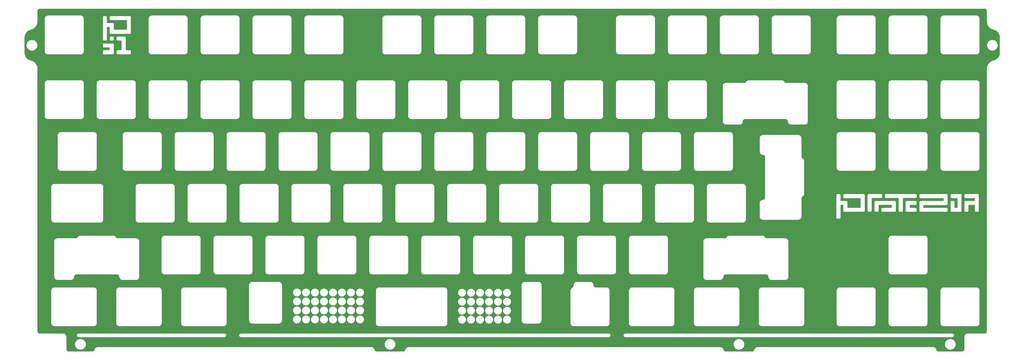
<source format=gbr>
%TF.GenerationSoftware,KiCad,Pcbnew,(5.1.9)-1*%
%TF.CreationDate,2021-02-08T19:10:29+01:00*%
%TF.ProjectId,P.01_ISO,502e3031-5f49-4534-9f2e-6b696361645f,rev?*%
%TF.SameCoordinates,Original*%
%TF.FileFunction,Copper,L1,Top*%
%TF.FilePolarity,Positive*%
%FSLAX46Y46*%
G04 Gerber Fmt 4.6, Leading zero omitted, Abs format (unit mm)*
G04 Created by KiCad (PCBNEW (5.1.9)-1) date 2021-02-08 19:10:29*
%MOMM*%
%LPD*%
G01*
G04 APERTURE LIST*
%TA.AperFunction,NonConductor*%
%ADD10C,0.254000*%
%TD*%
%TA.AperFunction,NonConductor*%
%ADD11C,0.100000*%
%TD*%
G04 APERTURE END LIST*
D10*
X334726201Y-35529504D02*
X334879920Y-35544576D01*
X335014757Y-35585286D01*
X335139116Y-35651409D01*
X335248263Y-35740427D01*
X335338043Y-35848952D01*
X335405031Y-35972844D01*
X335446681Y-36107393D01*
X335462750Y-36260282D01*
X335462749Y-40069867D01*
X335464014Y-40082706D01*
X335517034Y-40644054D01*
X335521732Y-40668234D01*
X335526000Y-40692459D01*
X335527066Y-40696178D01*
X335692296Y-41257878D01*
X335701696Y-41281153D01*
X335710773Y-41304565D01*
X335712540Y-41308005D01*
X335983725Y-41826913D01*
X335997487Y-41847951D01*
X336010918Y-41869122D01*
X336013312Y-41872141D01*
X336013320Y-41872154D01*
X336013330Y-41872164D01*
X336380131Y-42328507D01*
X336397682Y-42346435D01*
X336415004Y-42364630D01*
X336417944Y-42367132D01*
X336417949Y-42367137D01*
X336417954Y-42367141D01*
X336866413Y-42743551D01*
X336887104Y-42757723D01*
X336907638Y-42772212D01*
X336911015Y-42774100D01*
X337424050Y-43056239D01*
X337447113Y-43066127D01*
X337470058Y-43076347D01*
X337473737Y-43077543D01*
X338031802Y-43254659D01*
X338563980Y-43423559D01*
X339029420Y-43679524D01*
X339436276Y-44021015D01*
X339769052Y-44435027D01*
X340015079Y-44905795D01*
X340165119Y-45415857D01*
X340214444Y-45938078D01*
X340214430Y-51642788D01*
X340161272Y-52184976D01*
X340007748Y-52693486D01*
X339758380Y-53162485D01*
X339422663Y-53574123D01*
X339013386Y-53912710D01*
X338545700Y-54165592D01*
X338032769Y-54326378D01*
X338032728Y-54326390D01*
X337494316Y-54495163D01*
X337471668Y-54504778D01*
X337448836Y-54514003D01*
X337445420Y-54515819D01*
X336930391Y-54794299D01*
X336909614Y-54808313D01*
X336888569Y-54822085D01*
X336885572Y-54824530D01*
X336434441Y-55197743D01*
X336416732Y-55215576D01*
X336398814Y-55233123D01*
X336396348Y-55236103D01*
X336026300Y-55689835D01*
X336012409Y-55710742D01*
X335998223Y-55731460D01*
X335996388Y-55734855D01*
X335996383Y-55734863D01*
X335996380Y-55734871D01*
X335721513Y-56251828D01*
X335711949Y-56275032D01*
X335702056Y-56298115D01*
X335700912Y-56301810D01*
X335531688Y-56862320D01*
X335526811Y-56886950D01*
X335521592Y-56911505D01*
X335521189Y-56915339D01*
X335521187Y-56915351D01*
X335521187Y-56915362D01*
X335464058Y-57498055D01*
X335462736Y-57511478D01*
X335462747Y-154051245D01*
X335447673Y-154204978D01*
X335406963Y-154339813D01*
X335340842Y-154464170D01*
X335251823Y-154573317D01*
X335143300Y-154663096D01*
X335019405Y-154730085D01*
X334884856Y-154771735D01*
X334731986Y-154787803D01*
X328467870Y-154787803D01*
X328455611Y-154789010D01*
X328449389Y-154788967D01*
X328445540Y-154789345D01*
X328251443Y-154809746D01*
X328226861Y-154814792D01*
X328202190Y-154819498D01*
X328198489Y-154820615D01*
X328198483Y-154820617D01*
X328012049Y-154878328D01*
X327988900Y-154888059D01*
X327965628Y-154897461D01*
X327962212Y-154899277D01*
X327790536Y-154992102D01*
X327769704Y-155006153D01*
X327748713Y-155019889D01*
X327745716Y-155022333D01*
X327595338Y-155146737D01*
X327577649Y-155164550D01*
X327559711Y-155182116D01*
X327557245Y-155185097D01*
X327433895Y-155336339D01*
X327419992Y-155357264D01*
X327405818Y-155377965D01*
X327403983Y-155381359D01*
X327403978Y-155381367D01*
X327403975Y-155381375D01*
X327312353Y-155553690D01*
X327302783Y-155576908D01*
X327292896Y-155599976D01*
X327291756Y-155603661D01*
X327291752Y-155603671D01*
X327291750Y-155603681D01*
X327235343Y-155790507D01*
X327230468Y-155815131D01*
X327225247Y-155839692D01*
X327224843Y-155843539D01*
X327205798Y-156037772D01*
X327205798Y-156037784D01*
X327204477Y-156051197D01*
X327204476Y-160646252D01*
X327189403Y-160799974D01*
X327148693Y-160934809D01*
X327082572Y-161059166D01*
X326993553Y-161168313D01*
X326885030Y-161258092D01*
X326761135Y-161325081D01*
X326626586Y-161366731D01*
X326473716Y-161382799D01*
X317853589Y-161382799D01*
X317699867Y-161367726D01*
X317565032Y-161327016D01*
X317440675Y-161260895D01*
X317331528Y-161171876D01*
X317241749Y-161063353D01*
X317174706Y-160939359D01*
X317125343Y-160780356D01*
X317067962Y-160595525D01*
X317058250Y-160572474D01*
X317048896Y-160549321D01*
X317047080Y-160545905D01*
X316954255Y-160374229D01*
X316940204Y-160353397D01*
X316926468Y-160332406D01*
X316924024Y-160329409D01*
X316799620Y-160179031D01*
X316781807Y-160161342D01*
X316764241Y-160143404D01*
X316761260Y-160140938D01*
X316610018Y-160017588D01*
X316589093Y-160003685D01*
X316568392Y-159989511D01*
X316564998Y-159987676D01*
X316564990Y-159987671D01*
X316564982Y-159987668D01*
X316392667Y-159896046D01*
X316369449Y-159886476D01*
X316346381Y-159876589D01*
X316342696Y-159875449D01*
X316342686Y-159875445D01*
X316342676Y-159875443D01*
X316155850Y-159819036D01*
X316131226Y-159814161D01*
X316106665Y-159808940D01*
X316102818Y-159808536D01*
X315908585Y-159789491D01*
X315908574Y-159789491D01*
X315895161Y-159788170D01*
X251421891Y-159787795D01*
X251408697Y-159789094D01*
X251408691Y-159789095D01*
X251216067Y-159807822D01*
X251191562Y-159812653D01*
X251166957Y-159817127D01*
X251163244Y-159818213D01*
X250976315Y-159874317D01*
X250953086Y-159883846D01*
X250929731Y-159893049D01*
X250926304Y-159894833D01*
X250926299Y-159894835D01*
X250926295Y-159894838D01*
X250753829Y-159986178D01*
X250732907Y-160000028D01*
X250711770Y-160013601D01*
X250708757Y-160016016D01*
X250708751Y-160016020D01*
X250708746Y-160016025D01*
X250557307Y-160139122D01*
X250539460Y-160156786D01*
X250521375Y-160174194D01*
X250518883Y-160177153D01*
X250394234Y-160327327D01*
X250380164Y-160348112D01*
X250365799Y-160368709D01*
X250363930Y-160372095D01*
X250270823Y-160543619D01*
X250261043Y-160566776D01*
X250250967Y-160589737D01*
X250249796Y-160593408D01*
X250249791Y-160593421D01*
X250249788Y-160593434D01*
X250194013Y-160772574D01*
X250100436Y-161024105D01*
X250084122Y-161050664D01*
X249915306Y-161233490D01*
X249889559Y-161252284D01*
X249685597Y-161348528D01*
X249456614Y-161382425D01*
X239807747Y-161382425D01*
X239654025Y-161367352D01*
X239519190Y-161326642D01*
X239394833Y-161260521D01*
X239285686Y-161171502D01*
X239195907Y-161062979D01*
X239128864Y-160938985D01*
X239079501Y-160779982D01*
X239022120Y-160595151D01*
X239012408Y-160572100D01*
X239003054Y-160548947D01*
X239001238Y-160545531D01*
X238908413Y-160373855D01*
X238894362Y-160353023D01*
X238880626Y-160332032D01*
X238878182Y-160329035D01*
X238753778Y-160178657D01*
X238735965Y-160160968D01*
X238718399Y-160143030D01*
X238715418Y-160140564D01*
X238564176Y-160017214D01*
X238543251Y-160003311D01*
X238522550Y-159989137D01*
X238519156Y-159987302D01*
X238519148Y-159987297D01*
X238519140Y-159987294D01*
X238346825Y-159895672D01*
X238323607Y-159886102D01*
X238300539Y-159876215D01*
X238296854Y-159875075D01*
X238296844Y-159875071D01*
X238296834Y-159875069D01*
X238110008Y-159818662D01*
X238085384Y-159813787D01*
X238060823Y-159808566D01*
X238056976Y-159808162D01*
X237862743Y-159789117D01*
X237862741Y-159789117D01*
X237849318Y-159787795D01*
X123380374Y-159787795D01*
X123367061Y-159789106D01*
X123174552Y-159807822D01*
X123150047Y-159812653D01*
X123125442Y-159817127D01*
X123121729Y-159818213D01*
X122934800Y-159874317D01*
X122911571Y-159883846D01*
X122888216Y-159893049D01*
X122884789Y-159894833D01*
X122884784Y-159894835D01*
X122884780Y-159894838D01*
X122712314Y-159986178D01*
X122691392Y-160000028D01*
X122670255Y-160013601D01*
X122667242Y-160016016D01*
X122667236Y-160016020D01*
X122667231Y-160016025D01*
X122515792Y-160139122D01*
X122497945Y-160156786D01*
X122479860Y-160174194D01*
X122477368Y-160177153D01*
X122352719Y-160327327D01*
X122338649Y-160348112D01*
X122324284Y-160368709D01*
X122322415Y-160372095D01*
X122229308Y-160543619D01*
X122219528Y-160566776D01*
X122209452Y-160589737D01*
X122208281Y-160593408D01*
X122208276Y-160593421D01*
X122208273Y-160593434D01*
X122150259Y-160779765D01*
X122100316Y-160940173D01*
X122033122Y-161063959D01*
X121943166Y-161172335D01*
X121833873Y-161261174D01*
X121709408Y-161327092D01*
X121574394Y-161367615D01*
X121422060Y-161382425D01*
X111807498Y-161382425D01*
X111653776Y-161367352D01*
X111518941Y-161326642D01*
X111394584Y-161260521D01*
X111285437Y-161171502D01*
X111195658Y-161062979D01*
X111128615Y-160938985D01*
X111079252Y-160779982D01*
X111021871Y-160595151D01*
X111012159Y-160572100D01*
X111002805Y-160548947D01*
X111000989Y-160545531D01*
X110908164Y-160373855D01*
X110894113Y-160353023D01*
X110880377Y-160332032D01*
X110877933Y-160329035D01*
X110753529Y-160178657D01*
X110735716Y-160160968D01*
X110718150Y-160143030D01*
X110715169Y-160140564D01*
X110563927Y-160017214D01*
X110543002Y-160003311D01*
X110522301Y-159989137D01*
X110518907Y-159987302D01*
X110518899Y-159987297D01*
X110518891Y-159987294D01*
X110346576Y-159895672D01*
X110323358Y-159886102D01*
X110300290Y-159876215D01*
X110296605Y-159875075D01*
X110296595Y-159875071D01*
X110296585Y-159875069D01*
X110109759Y-159818662D01*
X110085135Y-159813787D01*
X110060574Y-159808566D01*
X110056727Y-159808162D01*
X109862494Y-159789117D01*
X109862492Y-159789117D01*
X109849069Y-159787795D01*
X9298169Y-159787795D01*
X9297112Y-159787899D01*
X9280288Y-159788028D01*
X9266673Y-159789468D01*
X9252987Y-159789587D01*
X9249144Y-159790025D01*
X9059442Y-159812973D01*
X9034914Y-159818409D01*
X9010347Y-159823496D01*
X9006672Y-159824669D01*
X9006662Y-159824671D01*
X9006653Y-159824675D01*
X8825030Y-159884030D01*
X8802059Y-159894112D01*
X8778913Y-159903888D01*
X8775527Y-159905757D01*
X8608884Y-159999264D01*
X8588250Y-160013657D01*
X8567504Y-160027702D01*
X8564550Y-160030189D01*
X8564544Y-160030193D01*
X8564539Y-160030198D01*
X8419238Y-160154286D01*
X8401837Y-160172367D01*
X8384169Y-160190219D01*
X8381750Y-160193238D01*
X8263313Y-160343192D01*
X8249746Y-160364322D01*
X8235891Y-160385253D01*
X8234108Y-160388679D01*
X8234105Y-160388683D01*
X8234105Y-160388684D01*
X8156761Y-160539812D01*
X8153269Y-160544635D01*
X8136211Y-160581799D01*
X8066223Y-160784705D01*
X8065248Y-160788794D01*
X8018102Y-160940250D01*
X7950917Y-161064035D01*
X7860967Y-161172415D01*
X7751678Y-161261260D01*
X7627213Y-161327187D01*
X7492210Y-161367713D01*
X7339883Y-161382527D01*
X-1212845Y-161379042D01*
X-1369920Y-161371847D01*
X-1502321Y-161339270D01*
X-1625868Y-161281599D01*
X-1735867Y-161201025D01*
X-1828116Y-161100625D01*
X-1899110Y-160984214D01*
X-1946140Y-160856235D01*
X-1968669Y-160713621D01*
X-1969748Y-160656239D01*
X-1978831Y-158656623D01*
X966364Y-158656623D01*
X966364Y-159067707D01*
X1046562Y-159470892D01*
X1203877Y-159850684D01*
X1432263Y-160192488D01*
X1722943Y-160483168D01*
X2064747Y-160711554D01*
X2444539Y-160868869D01*
X2847724Y-160949067D01*
X3258808Y-160949067D01*
X3661993Y-160868869D01*
X4041785Y-160711554D01*
X4383589Y-160483168D01*
X4674269Y-160192488D01*
X4902655Y-159850684D01*
X5059970Y-159470892D01*
X5140168Y-159067707D01*
X5140168Y-158656671D01*
X114548577Y-158656671D01*
X114548577Y-159067755D01*
X114628775Y-159470940D01*
X114786090Y-159850732D01*
X115014476Y-160192536D01*
X115305156Y-160483216D01*
X115646960Y-160711602D01*
X116026752Y-160868917D01*
X116429937Y-160949115D01*
X116841021Y-160949115D01*
X117244206Y-160868917D01*
X117623998Y-160711602D01*
X117965802Y-160483216D01*
X118256482Y-160192536D01*
X118484868Y-159850732D01*
X118642183Y-159470940D01*
X118722381Y-159067755D01*
X118722381Y-158656725D01*
X242548703Y-158656725D01*
X242548703Y-159067809D01*
X242628901Y-159470994D01*
X242786216Y-159850786D01*
X243014602Y-160192590D01*
X243305282Y-160483270D01*
X243647086Y-160711656D01*
X244026878Y-160868971D01*
X244430063Y-160949169D01*
X244841147Y-160949169D01*
X245244332Y-160868971D01*
X245624124Y-160711656D01*
X245965928Y-160483270D01*
X246256608Y-160192590D01*
X246484994Y-159850786D01*
X246642309Y-159470994D01*
X246722507Y-159067809D01*
X246722507Y-158656758D01*
X320094574Y-158656758D01*
X320094574Y-159067842D01*
X320174772Y-159471027D01*
X320332087Y-159850819D01*
X320560473Y-160192623D01*
X320851153Y-160483303D01*
X321192957Y-160711689D01*
X321572749Y-160869004D01*
X321975934Y-160949202D01*
X322387018Y-160949202D01*
X322790203Y-160869004D01*
X323169995Y-160711689D01*
X323511799Y-160483303D01*
X323802479Y-160192623D01*
X324030865Y-159850819D01*
X324188180Y-159471027D01*
X324268378Y-159067842D01*
X324268378Y-158656758D01*
X324188180Y-158253573D01*
X324030865Y-157873781D01*
X323802479Y-157531977D01*
X323511799Y-157241297D01*
X323169995Y-157012911D01*
X322790203Y-156855596D01*
X322387018Y-156775398D01*
X321975934Y-156775398D01*
X321572749Y-156855596D01*
X321192957Y-157012911D01*
X320851153Y-157241297D01*
X320560473Y-157531977D01*
X320332087Y-157873781D01*
X320174772Y-158253573D01*
X320094574Y-158656758D01*
X246722507Y-158656758D01*
X246722507Y-158656725D01*
X246642309Y-158253540D01*
X246484994Y-157873748D01*
X246256608Y-157531944D01*
X245965928Y-157241264D01*
X245624124Y-157012878D01*
X245244332Y-156855563D01*
X244841147Y-156775365D01*
X244430063Y-156775365D01*
X244026878Y-156855563D01*
X243647086Y-157012878D01*
X243305282Y-157241264D01*
X243014602Y-157531944D01*
X242786216Y-157873748D01*
X242628901Y-158253540D01*
X242548703Y-158656725D01*
X118722381Y-158656725D01*
X118722381Y-158656671D01*
X118642183Y-158253486D01*
X118484868Y-157873694D01*
X118256482Y-157531890D01*
X117965802Y-157241210D01*
X117623998Y-157012824D01*
X117244206Y-156855509D01*
X116841021Y-156775311D01*
X116429937Y-156775311D01*
X116026752Y-156855509D01*
X115646960Y-157012824D01*
X115305156Y-157241210D01*
X115014476Y-157531890D01*
X114786090Y-157873694D01*
X114628775Y-158253486D01*
X114548577Y-158656671D01*
X5140168Y-158656671D01*
X5140168Y-158656623D01*
X5059970Y-158253438D01*
X4902655Y-157873646D01*
X4674269Y-157531842D01*
X4383589Y-157241162D01*
X4041785Y-157012776D01*
X3661993Y-156855461D01*
X3258808Y-156775263D01*
X2847724Y-156775263D01*
X2444539Y-156855461D01*
X2064747Y-157012776D01*
X1722943Y-157241162D01*
X1432263Y-157531842D01*
X1203877Y-157873646D01*
X1046562Y-158253438D01*
X966364Y-158656623D01*
X-1978831Y-158656623D01*
X-1990671Y-156050539D01*
X-1990669Y-156037088D01*
X-1990735Y-156036413D01*
X-1990736Y-156036213D01*
X-1991107Y-156032617D01*
X-1991897Y-156024545D01*
X-1991809Y-156011944D01*
X-1992186Y-156008095D01*
X-2012160Y-155818056D01*
X-2017214Y-155793437D01*
X-2021913Y-155768803D01*
X-2023031Y-155765100D01*
X-2079536Y-155582561D01*
X-2086604Y-155565746D01*
X1576268Y-155565746D01*
X1576280Y-155569238D01*
X1577502Y-155581282D01*
X1577418Y-155593393D01*
X1577796Y-155597243D01*
X1587997Y-155694291D01*
X1593047Y-155718893D01*
X1597749Y-155743543D01*
X1598866Y-155747242D01*
X1598867Y-155747248D01*
X1598869Y-155747254D01*
X1627723Y-155840464D01*
X1637459Y-155863625D01*
X1646856Y-155886885D01*
X1648670Y-155890296D01*
X1648672Y-155890301D01*
X1648675Y-155890305D01*
X1695085Y-155976139D01*
X1709136Y-155996972D01*
X1722871Y-156017960D01*
X1725310Y-156020951D01*
X1725315Y-156020958D01*
X1725318Y-156020961D01*
X1787517Y-156096146D01*
X1805351Y-156113855D01*
X1822898Y-156131774D01*
X1825878Y-156134240D01*
X1901500Y-156195915D01*
X1922441Y-156209828D01*
X1943125Y-156223991D01*
X1946525Y-156225830D01*
X1946533Y-156225834D01*
X2032687Y-156271642D01*
X2055922Y-156281219D01*
X2078973Y-156291099D01*
X2082662Y-156292241D01*
X2082669Y-156292244D01*
X2082676Y-156292245D01*
X2176086Y-156320448D01*
X2200709Y-156325324D01*
X2225273Y-156330545D01*
X2229114Y-156330948D01*
X2229117Y-156330949D01*
X2229120Y-156330949D01*
X2326237Y-156340471D01*
X2326247Y-156340471D01*
X2339660Y-156341792D01*
X55849068Y-156341794D01*
X55860983Y-156340621D01*
X55864058Y-156340642D01*
X55867908Y-156340265D01*
X55964956Y-156330065D01*
X55989587Y-156325009D01*
X56014211Y-156320312D01*
X56017906Y-156319196D01*
X56017913Y-156319195D01*
X56017919Y-156319192D01*
X56111132Y-156290338D01*
X56134289Y-156280604D01*
X56157554Y-156271204D01*
X56160960Y-156269393D01*
X56160969Y-156269389D01*
X56160976Y-156269384D01*
X56246807Y-156222975D01*
X56267605Y-156208947D01*
X56288626Y-156195191D01*
X56291622Y-156192747D01*
X56291625Y-156192745D01*
X56291629Y-156192741D01*
X56366813Y-156130545D01*
X56384503Y-156112731D01*
X56402441Y-156095165D01*
X56404907Y-156092184D01*
X56466581Y-156016564D01*
X56480496Y-155995620D01*
X56494659Y-155974936D01*
X56496493Y-155971544D01*
X56496499Y-155971535D01*
X56496503Y-155971526D01*
X56542311Y-155885372D01*
X56551874Y-155862171D01*
X56561767Y-155839089D01*
X56562911Y-155835394D01*
X56591116Y-155741977D01*
X56595995Y-155717340D01*
X56601213Y-155692789D01*
X56601616Y-155688951D01*
X56601617Y-155688946D01*
X56601617Y-155688942D01*
X56611139Y-155591825D01*
X56611139Y-155579754D01*
X56612448Y-155567712D01*
X56612454Y-155565748D01*
X61158495Y-155565748D01*
X61158507Y-155569240D01*
X61159729Y-155581284D01*
X61159645Y-155593395D01*
X61160023Y-155597245D01*
X61170224Y-155694293D01*
X61175270Y-155718877D01*
X61179976Y-155743545D01*
X61181093Y-155747244D01*
X61181094Y-155747250D01*
X61181096Y-155747256D01*
X61209950Y-155840466D01*
X61219684Y-155863623D01*
X61229083Y-155886886D01*
X61230895Y-155890293D01*
X61230899Y-155890303D01*
X61230902Y-155890307D01*
X61277311Y-155976139D01*
X61291340Y-155996939D01*
X61305097Y-156017961D01*
X61307542Y-156020959D01*
X61369744Y-156096148D01*
X61387557Y-156113837D01*
X61405123Y-156131775D01*
X61408104Y-156134241D01*
X61483724Y-156195915D01*
X61504657Y-156209823D01*
X61525351Y-156223993D01*
X61528749Y-156225830D01*
X61528753Y-156225833D01*
X61528757Y-156225835D01*
X61614913Y-156271644D01*
X61638125Y-156281212D01*
X61661202Y-156291102D01*
X61664889Y-156292244D01*
X61664895Y-156292246D01*
X61664901Y-156292247D01*
X61758315Y-156320450D01*
X61782963Y-156325331D01*
X61807499Y-156330546D01*
X61811335Y-156330949D01*
X61811346Y-156330951D01*
X61811356Y-156330951D01*
X61906234Y-156340253D01*
X61921886Y-156341795D01*
X196849318Y-156341795D01*
X196861233Y-156340622D01*
X196864310Y-156340643D01*
X196868159Y-156340266D01*
X196965207Y-156330066D01*
X196989845Y-156325009D01*
X197014461Y-156320313D01*
X197018154Y-156319198D01*
X197018164Y-156319196D01*
X197018173Y-156319192D01*
X197111381Y-156290339D01*
X197134510Y-156280616D01*
X197157803Y-156271205D01*
X197161218Y-156269389D01*
X197247056Y-156222976D01*
X197267856Y-156208946D01*
X197288876Y-156195191D01*
X197291874Y-156192746D01*
X197367062Y-156130545D01*
X197384771Y-156112712D01*
X197402689Y-156095165D01*
X197405155Y-156092185D01*
X197466829Y-156016565D01*
X197480742Y-155995624D01*
X197494906Y-155974939D01*
X197496743Y-155971541D01*
X197496746Y-155971537D01*
X197496748Y-155971533D01*
X197542557Y-155885377D01*
X197552125Y-155862163D01*
X197562015Y-155839089D01*
X197563159Y-155835394D01*
X197591363Y-155741977D01*
X197596245Y-155717322D01*
X197601459Y-155692793D01*
X197601862Y-155688957D01*
X197601864Y-155688946D01*
X197601864Y-155688936D01*
X197611385Y-155591829D01*
X197611385Y-155579786D01*
X197612697Y-155567716D01*
X197612710Y-155563848D01*
X197612698Y-155560357D01*
X197611476Y-155548315D01*
X197611511Y-155543186D01*
X202159647Y-155543186D01*
X202159822Y-155568291D01*
X202159647Y-155593395D01*
X202160024Y-155597245D01*
X202170224Y-155694293D01*
X202175281Y-155718931D01*
X202179977Y-155743547D01*
X202181092Y-155747240D01*
X202181094Y-155747250D01*
X202181098Y-155747259D01*
X202209951Y-155840469D01*
X202219675Y-155863601D01*
X202229085Y-155886892D01*
X202230901Y-155890307D01*
X202277314Y-155976145D01*
X202291344Y-155996945D01*
X202305099Y-156017965D01*
X202307544Y-156020963D01*
X202369746Y-156096152D01*
X202387575Y-156113857D01*
X202405124Y-156131778D01*
X202408104Y-156134243D01*
X202483725Y-156195919D01*
X202504668Y-156209834D01*
X202525354Y-156223998D01*
X202528742Y-156225830D01*
X202528753Y-156225837D01*
X202528762Y-156225841D01*
X202614918Y-156271650D01*
X202638145Y-156281223D01*
X202661202Y-156291106D01*
X202664895Y-156292249D01*
X202664899Y-156292251D01*
X202664903Y-156292252D01*
X202758315Y-156320455D01*
X202782938Y-156325331D01*
X202807502Y-156330552D01*
X202811343Y-156330955D01*
X202811346Y-156330956D01*
X202811349Y-156330956D01*
X202908466Y-156340478D01*
X202908476Y-156340478D01*
X202921889Y-156341799D01*
X322895081Y-156341803D01*
X322909001Y-156340432D01*
X322915486Y-156340432D01*
X322919333Y-156340028D01*
X323016307Y-156329151D01*
X323040880Y-156323928D01*
X323065493Y-156319055D01*
X323069180Y-156317914D01*
X323069187Y-156317912D01*
X323069193Y-156317909D01*
X323162203Y-156288405D01*
X323185270Y-156278519D01*
X323208490Y-156268948D01*
X323211888Y-156267110D01*
X323211893Y-156267108D01*
X323211897Y-156267105D01*
X323297405Y-156220097D01*
X323318113Y-156205919D01*
X323339033Y-156192019D01*
X323342004Y-156189561D01*
X323342012Y-156189555D01*
X323342018Y-156189548D01*
X323416765Y-156126829D01*
X323434347Y-156108875D01*
X323452144Y-156091202D01*
X323454583Y-156088211D01*
X323454590Y-156088204D01*
X323454595Y-156088196D01*
X323515734Y-156012155D01*
X323529489Y-155991137D01*
X323543521Y-155970333D01*
X323545334Y-155966923D01*
X323545337Y-155966919D01*
X323545339Y-155966915D01*
X323590547Y-155880438D01*
X323599952Y-155857161D01*
X323609680Y-155834019D01*
X323610798Y-155830316D01*
X323638349Y-155736704D01*
X323643050Y-155712065D01*
X323648103Y-155687448D01*
X323648480Y-155683599D01*
X323657324Y-155586416D01*
X323657149Y-155561312D01*
X323657324Y-155536208D01*
X323656947Y-155532358D01*
X323646747Y-155435310D01*
X323641690Y-155410672D01*
X323636994Y-155386056D01*
X323635879Y-155382363D01*
X323635877Y-155382353D01*
X323635873Y-155382344D01*
X323607020Y-155289134D01*
X323597296Y-155266002D01*
X323587886Y-155242711D01*
X323586070Y-155239295D01*
X323539657Y-155153458D01*
X323525584Y-155132593D01*
X323511871Y-155111638D01*
X323509429Y-155108642D01*
X323509427Y-155108639D01*
X323509420Y-155108632D01*
X323447225Y-155033451D01*
X323429396Y-155015746D01*
X323411847Y-154997825D01*
X323408867Y-154995360D01*
X323333246Y-154933684D01*
X323312329Y-154919786D01*
X323291617Y-154905604D01*
X323288227Y-154903772D01*
X323288218Y-154903766D01*
X323288206Y-154903761D01*
X323202053Y-154857953D01*
X323178838Y-154848385D01*
X323155769Y-154838497D01*
X323152074Y-154837353D01*
X323058656Y-154809148D01*
X323034041Y-154804274D01*
X323009470Y-154799051D01*
X323005627Y-154798647D01*
X323005623Y-154798647D01*
X322908505Y-154789125D01*
X322908495Y-154789125D01*
X322895082Y-154787804D01*
X202921890Y-154787800D01*
X202907970Y-154789171D01*
X202901485Y-154789171D01*
X202897638Y-154789575D01*
X202800663Y-154800452D01*
X202776083Y-154805676D01*
X202751478Y-154810548D01*
X202747791Y-154811689D01*
X202747784Y-154811691D01*
X202747778Y-154811694D01*
X202654768Y-154841198D01*
X202631701Y-154851084D01*
X202608481Y-154860655D01*
X202605078Y-154862495D01*
X202519566Y-154909506D01*
X202498858Y-154923684D01*
X202477938Y-154937584D01*
X202474967Y-154940042D01*
X202474959Y-154940048D01*
X202474953Y-154940055D01*
X202400206Y-155002775D01*
X202382659Y-155020693D01*
X202364827Y-155038401D01*
X202362383Y-155041398D01*
X202301237Y-155117448D01*
X202287465Y-155138493D01*
X202273451Y-155159270D01*
X202271642Y-155162672D01*
X202271634Y-155162684D01*
X202271629Y-155162697D01*
X202226424Y-155249164D01*
X202217021Y-155272439D01*
X202207291Y-155295584D01*
X202206173Y-155299287D01*
X202178621Y-155392899D01*
X202173915Y-155417568D01*
X202168868Y-155442154D01*
X202168491Y-155446004D01*
X202159647Y-155543186D01*
X197611511Y-155543186D01*
X197611560Y-155536205D01*
X197611183Y-155532355D01*
X197600983Y-155435307D01*
X197595926Y-155410669D01*
X197591230Y-155386053D01*
X197590115Y-155382360D01*
X197590113Y-155382350D01*
X197590109Y-155382341D01*
X197561256Y-155289131D01*
X197551532Y-155265999D01*
X197542122Y-155242708D01*
X197540306Y-155239292D01*
X197493893Y-155153455D01*
X197479820Y-155132590D01*
X197466107Y-155111635D01*
X197463667Y-155108642D01*
X197463663Y-155108636D01*
X197463658Y-155108631D01*
X197401461Y-155033448D01*
X197383632Y-155015743D01*
X197366083Y-154997822D01*
X197363103Y-154995357D01*
X197287482Y-154933681D01*
X197266565Y-154919783D01*
X197245853Y-154905601D01*
X197242463Y-154903769D01*
X197242454Y-154903763D01*
X197242442Y-154903758D01*
X197156289Y-154857950D01*
X197133074Y-154848382D01*
X197110005Y-154838494D01*
X197106310Y-154837350D01*
X197012892Y-154809145D01*
X196988277Y-154804271D01*
X196963706Y-154799048D01*
X196959863Y-154798644D01*
X196959859Y-154798644D01*
X196862741Y-154789122D01*
X196862731Y-154789122D01*
X196849318Y-154787801D01*
X61921887Y-154787796D01*
X61909972Y-154788969D01*
X61906893Y-154788948D01*
X61903044Y-154789326D01*
X61805995Y-154799527D01*
X61781393Y-154804577D01*
X61756743Y-154809279D01*
X61753044Y-154810396D01*
X61753038Y-154810397D01*
X61753032Y-154810399D01*
X61659822Y-154839253D01*
X61636640Y-154848998D01*
X61613401Y-154858387D01*
X61609999Y-154860196D01*
X61609985Y-154860202D01*
X61609973Y-154860210D01*
X61524147Y-154906615D01*
X61503338Y-154920651D01*
X61482326Y-154934401D01*
X61479334Y-154936842D01*
X61479328Y-154936846D01*
X61479323Y-154936851D01*
X61404140Y-154999047D01*
X61386447Y-155016864D01*
X61368512Y-155034428D01*
X61366046Y-155037408D01*
X61304371Y-155113030D01*
X61290458Y-155133971D01*
X61276295Y-155154655D01*
X61274456Y-155158055D01*
X61274456Y-155158057D01*
X61274455Y-155158058D01*
X61228643Y-155244218D01*
X61219059Y-155267471D01*
X61209187Y-155290503D01*
X61208045Y-155294192D01*
X61208042Y-155294199D01*
X61208042Y-155294201D01*
X61179838Y-155387616D01*
X61174964Y-155412231D01*
X61169741Y-155436802D01*
X61169337Y-155440649D01*
X61159815Y-155537767D01*
X61159815Y-155549856D01*
X61158508Y-155561880D01*
X61158495Y-155565748D01*
X56612454Y-155565748D01*
X56612461Y-155563844D01*
X56612449Y-155560353D01*
X56611227Y-155548311D01*
X56611311Y-155536201D01*
X56610934Y-155532351D01*
X56600734Y-155435303D01*
X56595677Y-155410665D01*
X56590981Y-155386049D01*
X56589865Y-155382352D01*
X56589864Y-155382346D01*
X56589860Y-155382337D01*
X56561007Y-155289127D01*
X56551283Y-155265995D01*
X56541873Y-155242704D01*
X56540057Y-155239288D01*
X56493644Y-155153451D01*
X56479571Y-155132586D01*
X56465858Y-155111631D01*
X56463417Y-155108637D01*
X56463414Y-155108632D01*
X56463409Y-155108627D01*
X56401212Y-155033444D01*
X56383383Y-155015739D01*
X56365834Y-154997818D01*
X56362854Y-154995353D01*
X56287233Y-154933677D01*
X56266316Y-154919779D01*
X56245604Y-154905597D01*
X56242214Y-154903765D01*
X56242205Y-154903759D01*
X56242196Y-154903755D01*
X56156040Y-154857946D01*
X56132825Y-154848378D01*
X56109756Y-154838490D01*
X56106061Y-154837346D01*
X56012643Y-154809141D01*
X55988028Y-154804267D01*
X55963457Y-154799044D01*
X55959614Y-154798640D01*
X55959610Y-154798640D01*
X55862492Y-154789118D01*
X55862482Y-154789118D01*
X55849069Y-154787797D01*
X2339660Y-154787794D01*
X2327745Y-154788967D01*
X2324666Y-154788946D01*
X2320817Y-154789324D01*
X2223768Y-154799525D01*
X2199166Y-154804575D01*
X2174516Y-154809277D01*
X2170817Y-154810394D01*
X2170811Y-154810395D01*
X2170805Y-154810397D01*
X2077595Y-154839251D01*
X2054413Y-154848996D01*
X2031174Y-154858385D01*
X2027772Y-154860194D01*
X2027758Y-154860200D01*
X2027746Y-154860208D01*
X1941920Y-154906613D01*
X1921111Y-154920649D01*
X1900099Y-154934399D01*
X1897107Y-154936840D01*
X1897101Y-154936844D01*
X1897096Y-154936849D01*
X1821913Y-154999045D01*
X1804220Y-155016862D01*
X1786285Y-155034426D01*
X1783819Y-155037406D01*
X1722144Y-155113028D01*
X1708231Y-155133969D01*
X1694068Y-155154653D01*
X1692228Y-155158056D01*
X1646416Y-155244216D01*
X1636832Y-155267469D01*
X1626960Y-155290501D01*
X1625818Y-155294190D01*
X1625815Y-155294197D01*
X1625815Y-155294198D01*
X1597611Y-155387614D01*
X1592737Y-155412229D01*
X1587514Y-155436800D01*
X1587110Y-155440647D01*
X1577588Y-155537765D01*
X1577588Y-155549854D01*
X1576281Y-155561878D01*
X1576268Y-155565746D01*
X-2086604Y-155565746D01*
X-2089260Y-155559429D01*
X-2098670Y-155536138D01*
X-2100486Y-155532723D01*
X-2100486Y-155532722D01*
X-2100487Y-155532721D01*
X-2191371Y-155364635D01*
X-2205411Y-155343820D01*
X-2219156Y-155322815D01*
X-2221597Y-155319823D01*
X-2221601Y-155319817D01*
X-2221606Y-155319812D01*
X-2343402Y-155172584D01*
X-2361233Y-155154877D01*
X-2378782Y-155136956D01*
X-2381751Y-155134501D01*
X-2381762Y-155134490D01*
X-2381774Y-155134482D01*
X-2529843Y-155013719D01*
X-2550768Y-154999816D01*
X-2571469Y-154985642D01*
X-2574863Y-154983807D01*
X-2574871Y-154983802D01*
X-2574879Y-154983799D01*
X-2743589Y-154894094D01*
X-2766815Y-154884521D01*
X-2789877Y-154874636D01*
X-2793568Y-154873493D01*
X-2793574Y-154873491D01*
X-2976501Y-154818263D01*
X-3001109Y-154813391D01*
X-3025684Y-154808167D01*
X-3029531Y-154807763D01*
X-3219704Y-154789116D01*
X-3219706Y-154789116D01*
X-3233129Y-154787794D01*
X-11858173Y-154787794D01*
X-12011895Y-154772721D01*
X-12146730Y-154732011D01*
X-12271085Y-154665891D01*
X-12380231Y-154576874D01*
X-12470015Y-154468343D01*
X-12537001Y-154344455D01*
X-12578651Y-154209901D01*
X-12594719Y-154057032D01*
X-12594820Y-139051390D01*
X-7768251Y-139051390D01*
X-7768250Y-151078601D01*
X-7767044Y-151090851D01*
X-7767087Y-151097082D01*
X-7766709Y-151100931D01*
X-7746309Y-151295028D01*
X-7741255Y-151319647D01*
X-7736556Y-151344281D01*
X-7735439Y-151347982D01*
X-7735438Y-151347985D01*
X-7735437Y-151347987D01*
X-7677726Y-151534422D01*
X-7667995Y-151557571D01*
X-7658593Y-151580843D01*
X-7656779Y-151584254D01*
X-7656777Y-151584259D01*
X-7656775Y-151584262D01*
X-7563952Y-151755935D01*
X-7549923Y-151776735D01*
X-7536166Y-151797757D01*
X-7533721Y-151800755D01*
X-7409317Y-151951133D01*
X-7391504Y-151968822D01*
X-7373938Y-151986760D01*
X-7370957Y-151989226D01*
X-7219715Y-152112576D01*
X-7198774Y-152126489D01*
X-7178089Y-152140653D01*
X-7174691Y-152142490D01*
X-7174687Y-152142493D01*
X-7174683Y-152142495D01*
X-7002364Y-152234118D01*
X-6979158Y-152243683D01*
X-6956078Y-152253575D01*
X-6952383Y-152254719D01*
X-6765546Y-152311128D01*
X-6740906Y-152316007D01*
X-6716363Y-152321224D01*
X-6712525Y-152321627D01*
X-6712515Y-152321629D01*
X-6712506Y-152321629D01*
X-6518282Y-152340673D01*
X-6518270Y-152340673D01*
X-6504857Y-152341994D01*
X7903604Y-152341996D01*
X7915863Y-152340789D01*
X7922086Y-152340832D01*
X7925935Y-152340454D01*
X8120032Y-152320054D01*
X8144651Y-152315000D01*
X8169285Y-152310301D01*
X8172986Y-152309184D01*
X8172992Y-152309182D01*
X8359426Y-152251471D01*
X8382575Y-152241740D01*
X8405847Y-152232338D01*
X8409258Y-152230524D01*
X8409263Y-152230522D01*
X8409267Y-152230519D01*
X8580939Y-152137697D01*
X8601739Y-152123668D01*
X8622761Y-152109911D01*
X8625759Y-152107466D01*
X8776137Y-151983062D01*
X8793826Y-151965249D01*
X8811764Y-151947683D01*
X8814230Y-151944702D01*
X8937580Y-151793460D01*
X8951493Y-151772519D01*
X8965657Y-151751834D01*
X8967495Y-151748435D01*
X8967497Y-151748432D01*
X8967499Y-151748428D01*
X9059122Y-151576109D01*
X9068687Y-151552903D01*
X9078579Y-151529823D01*
X9079723Y-151526128D01*
X9136132Y-151339291D01*
X9141011Y-151314651D01*
X9146228Y-151290108D01*
X9146631Y-151286268D01*
X9146633Y-151286260D01*
X9146633Y-151286251D01*
X9165677Y-151092027D01*
X9165677Y-151092025D01*
X9166999Y-151078602D01*
X9166999Y-151078601D01*
X16044249Y-151078601D01*
X16045456Y-151090860D01*
X16045413Y-151097083D01*
X16045791Y-151100932D01*
X16066191Y-151295029D01*
X16071245Y-151319648D01*
X16075944Y-151344282D01*
X16077061Y-151347983D01*
X16077062Y-151347986D01*
X16077063Y-151347988D01*
X16134774Y-151534423D01*
X16144505Y-151557572D01*
X16153907Y-151580844D01*
X16155721Y-151584255D01*
X16155723Y-151584260D01*
X16155725Y-151584263D01*
X16248548Y-151755936D01*
X16262577Y-151776736D01*
X16276334Y-151797758D01*
X16278779Y-151800756D01*
X16403183Y-151951134D01*
X16420996Y-151968823D01*
X16438562Y-151986761D01*
X16441543Y-151989227D01*
X16592785Y-152112577D01*
X16613726Y-152126490D01*
X16634411Y-152140654D01*
X16637809Y-152142491D01*
X16637813Y-152142494D01*
X16637817Y-152142496D01*
X16810136Y-152234119D01*
X16833342Y-152243684D01*
X16856422Y-152253576D01*
X16860117Y-152254720D01*
X17046954Y-152311129D01*
X17071594Y-152316008D01*
X17096137Y-152321225D01*
X17099975Y-152321628D01*
X17099985Y-152321630D01*
X17099994Y-152321630D01*
X17294218Y-152340674D01*
X17294230Y-152340674D01*
X17307643Y-152341995D01*
X31716104Y-152341997D01*
X31728363Y-152340790D01*
X31734586Y-152340833D01*
X31738435Y-152340455D01*
X31932532Y-152320055D01*
X31957151Y-152315001D01*
X31981785Y-152310302D01*
X31985486Y-152309185D01*
X31985492Y-152309183D01*
X32171926Y-152251472D01*
X32195075Y-152241741D01*
X32218347Y-152232339D01*
X32221758Y-152230525D01*
X32221763Y-152230523D01*
X32221767Y-152230520D01*
X32393439Y-152137698D01*
X32414239Y-152123669D01*
X32435261Y-152109912D01*
X32438259Y-152107467D01*
X32588637Y-151983063D01*
X32606326Y-151965250D01*
X32624264Y-151947684D01*
X32626730Y-151944703D01*
X32750080Y-151793461D01*
X32763993Y-151772520D01*
X32778157Y-151751835D01*
X32779995Y-151748436D01*
X32779997Y-151748433D01*
X32779999Y-151748429D01*
X32871622Y-151576110D01*
X32881187Y-151552904D01*
X32891079Y-151529824D01*
X32892223Y-151526129D01*
X32948632Y-151339292D01*
X32953511Y-151314652D01*
X32958728Y-151290109D01*
X32959131Y-151286269D01*
X32959133Y-151286261D01*
X32959133Y-151286252D01*
X32978177Y-151092028D01*
X32978177Y-151092026D01*
X32979499Y-151078603D01*
X32979499Y-151078602D01*
X39856749Y-151078602D01*
X39857956Y-151090861D01*
X39857913Y-151097084D01*
X39858291Y-151100933D01*
X39878691Y-151295030D01*
X39883745Y-151319649D01*
X39888444Y-151344283D01*
X39889561Y-151347983D01*
X39889562Y-151347987D01*
X39889563Y-151347989D01*
X39947274Y-151534424D01*
X39957005Y-151557573D01*
X39966407Y-151580845D01*
X39968221Y-151584256D01*
X39968223Y-151584261D01*
X39968225Y-151584264D01*
X40061048Y-151755937D01*
X40075077Y-151776737D01*
X40088834Y-151797759D01*
X40091279Y-151800757D01*
X40215683Y-151951135D01*
X40233496Y-151968824D01*
X40251062Y-151986762D01*
X40254043Y-151989228D01*
X40405285Y-152112578D01*
X40426226Y-152126491D01*
X40446911Y-152140655D01*
X40450309Y-152142492D01*
X40450313Y-152142495D01*
X40450317Y-152142497D01*
X40622636Y-152234120D01*
X40645842Y-152243685D01*
X40668922Y-152253577D01*
X40672617Y-152254721D01*
X40859454Y-152311130D01*
X40884094Y-152316009D01*
X40908637Y-152321226D01*
X40912475Y-152321629D01*
X40912485Y-152321631D01*
X40912494Y-152321631D01*
X41106718Y-152340675D01*
X41106720Y-152340675D01*
X41120143Y-152341997D01*
X55528605Y-152341997D01*
X55540864Y-152340790D01*
X55547086Y-152340833D01*
X55550935Y-152340455D01*
X55745032Y-152320055D01*
X55769651Y-152315001D01*
X55794285Y-152310302D01*
X55797986Y-152309185D01*
X55797992Y-152309183D01*
X55984426Y-152251472D01*
X56007575Y-152241741D01*
X56030847Y-152232339D01*
X56034258Y-152230525D01*
X56034263Y-152230523D01*
X56034267Y-152230520D01*
X56205939Y-152137698D01*
X56226739Y-152123669D01*
X56247761Y-152109912D01*
X56250759Y-152107467D01*
X56401137Y-151983063D01*
X56418826Y-151965250D01*
X56436764Y-151947684D01*
X56439230Y-151944703D01*
X56562580Y-151793461D01*
X56576493Y-151772520D01*
X56590657Y-151751835D01*
X56592495Y-151748436D01*
X56592497Y-151748433D01*
X56592499Y-151748429D01*
X56684122Y-151576110D01*
X56693687Y-151552904D01*
X56703579Y-151529824D01*
X56704723Y-151526129D01*
X56761132Y-151339292D01*
X56766011Y-151314652D01*
X56771228Y-151290109D01*
X56771631Y-151286269D01*
X56771633Y-151286261D01*
X56771633Y-151286252D01*
X56790677Y-151092028D01*
X56790677Y-151092026D01*
X56791999Y-151078603D01*
X56791999Y-139051391D01*
X56790792Y-139039132D01*
X56790835Y-139032910D01*
X56790457Y-139029061D01*
X56770056Y-138834964D01*
X56765010Y-138810382D01*
X56760304Y-138785711D01*
X56759186Y-138782008D01*
X56759186Y-138782006D01*
X56759185Y-138782004D01*
X56701474Y-138595570D01*
X56691743Y-138572421D01*
X56682341Y-138549149D01*
X56680525Y-138545733D01*
X56587700Y-138374057D01*
X56573649Y-138353225D01*
X56559913Y-138332234D01*
X56557469Y-138329237D01*
X56433065Y-138178859D01*
X56415252Y-138161170D01*
X56397686Y-138143232D01*
X56394705Y-138140766D01*
X56243463Y-138017416D01*
X56222538Y-138003513D01*
X56201837Y-137989339D01*
X56198443Y-137987504D01*
X56198435Y-137987499D01*
X56198427Y-137987496D01*
X56026112Y-137895874D01*
X56002894Y-137886304D01*
X55979826Y-137876417D01*
X55976141Y-137875277D01*
X55976131Y-137875273D01*
X55976121Y-137875271D01*
X55789295Y-137818864D01*
X55764671Y-137813989D01*
X55740110Y-137808768D01*
X55736263Y-137808364D01*
X55542030Y-137789319D01*
X55542028Y-137789319D01*
X55528605Y-137787997D01*
X41120143Y-137787997D01*
X41107884Y-137789204D01*
X41101662Y-137789161D01*
X41097813Y-137789539D01*
X40903716Y-137809940D01*
X40879134Y-137814986D01*
X40854463Y-137819692D01*
X40850762Y-137820809D01*
X40850756Y-137820811D01*
X40664322Y-137878522D01*
X40641173Y-137888253D01*
X40617901Y-137897655D01*
X40614485Y-137899471D01*
X40442809Y-137992296D01*
X40421977Y-138006347D01*
X40400986Y-138020083D01*
X40397989Y-138022527D01*
X40247611Y-138146931D01*
X40229922Y-138164744D01*
X40211984Y-138182310D01*
X40209518Y-138185291D01*
X40086168Y-138336533D01*
X40072265Y-138357458D01*
X40058091Y-138378159D01*
X40056256Y-138381553D01*
X40056251Y-138381561D01*
X40056249Y-138381566D01*
X39964626Y-138553884D01*
X39955056Y-138577102D01*
X39945169Y-138600170D01*
X39944029Y-138603855D01*
X39944025Y-138603865D01*
X39944023Y-138603875D01*
X39887616Y-138790701D01*
X39882741Y-138815325D01*
X39877520Y-138839886D01*
X39877116Y-138843733D01*
X39858071Y-139037966D01*
X39858071Y-139037974D01*
X39856750Y-139051391D01*
X39856749Y-151078602D01*
X32979499Y-151078602D01*
X32979499Y-139051391D01*
X32978292Y-139039132D01*
X32978335Y-139032910D01*
X32977957Y-139029061D01*
X32957556Y-138834964D01*
X32952510Y-138810382D01*
X32947804Y-138785711D01*
X32946686Y-138782008D01*
X32946686Y-138782006D01*
X32946685Y-138782004D01*
X32888974Y-138595570D01*
X32879243Y-138572421D01*
X32869841Y-138549149D01*
X32868025Y-138545733D01*
X32775200Y-138374057D01*
X32761149Y-138353225D01*
X32747413Y-138332234D01*
X32744969Y-138329237D01*
X32620565Y-138178859D01*
X32602752Y-138161170D01*
X32585186Y-138143232D01*
X32582205Y-138140766D01*
X32430963Y-138017416D01*
X32410038Y-138003513D01*
X32389337Y-137989339D01*
X32385943Y-137987504D01*
X32385935Y-137987499D01*
X32385927Y-137987496D01*
X32213612Y-137895874D01*
X32190394Y-137886304D01*
X32167326Y-137876417D01*
X32163641Y-137875277D01*
X32163631Y-137875273D01*
X32163621Y-137875271D01*
X31976795Y-137818864D01*
X31952171Y-137813989D01*
X31927610Y-137808768D01*
X31923763Y-137808364D01*
X31729530Y-137789319D01*
X31729518Y-137789319D01*
X31716105Y-137787998D01*
X17307644Y-137787996D01*
X17295385Y-137789203D01*
X17289162Y-137789160D01*
X17285313Y-137789538D01*
X17091216Y-137809939D01*
X17066634Y-137814985D01*
X17041963Y-137819691D01*
X17038262Y-137820808D01*
X17038256Y-137820810D01*
X16851822Y-137878521D01*
X16828673Y-137888252D01*
X16805401Y-137897654D01*
X16801985Y-137899470D01*
X16630309Y-137992295D01*
X16609477Y-138006346D01*
X16588486Y-138020082D01*
X16585489Y-138022526D01*
X16435111Y-138146930D01*
X16417422Y-138164743D01*
X16399484Y-138182309D01*
X16397018Y-138185290D01*
X16273668Y-138336532D01*
X16259765Y-138357457D01*
X16245591Y-138378158D01*
X16243756Y-138381552D01*
X16243751Y-138381560D01*
X16243751Y-138381561D01*
X16152126Y-138553883D01*
X16142556Y-138577101D01*
X16132669Y-138600169D01*
X16131529Y-138603854D01*
X16131525Y-138603864D01*
X16131523Y-138603873D01*
X16075116Y-138790700D01*
X16070241Y-138815324D01*
X16065020Y-138839885D01*
X16064616Y-138843732D01*
X16045571Y-139037965D01*
X16045571Y-139037973D01*
X16044250Y-139051390D01*
X16044249Y-151078601D01*
X9166999Y-151078601D01*
X9166999Y-139051390D01*
X9165792Y-139039131D01*
X9165835Y-139032909D01*
X9165457Y-139029060D01*
X9145056Y-138834963D01*
X9140010Y-138810381D01*
X9135304Y-138785710D01*
X9134186Y-138782007D01*
X9076474Y-138595569D01*
X9066743Y-138572420D01*
X9057341Y-138549148D01*
X9055525Y-138545732D01*
X8962700Y-138374056D01*
X8948649Y-138353224D01*
X8934913Y-138332233D01*
X8932469Y-138329236D01*
X8808065Y-138178858D01*
X8790252Y-138161169D01*
X8772686Y-138143231D01*
X8769705Y-138140765D01*
X8618463Y-138017415D01*
X8597538Y-138003512D01*
X8576837Y-137989338D01*
X8573443Y-137987503D01*
X8573435Y-137987498D01*
X8573427Y-137987495D01*
X8401112Y-137895873D01*
X8377894Y-137886303D01*
X8354826Y-137876416D01*
X8351141Y-137875276D01*
X8351131Y-137875272D01*
X8351121Y-137875270D01*
X8164295Y-137818863D01*
X8139671Y-137813988D01*
X8115110Y-137808767D01*
X8111263Y-137808363D01*
X7917030Y-137789318D01*
X7917018Y-137789318D01*
X7903605Y-137787997D01*
X-6504856Y-137787995D01*
X-6517115Y-137789202D01*
X-6523338Y-137789159D01*
X-6527187Y-137789537D01*
X-6721284Y-137809938D01*
X-6745866Y-137814984D01*
X-6770537Y-137819690D01*
X-6774238Y-137820807D01*
X-6774244Y-137820809D01*
X-6960678Y-137878520D01*
X-6983827Y-137888251D01*
X-7007099Y-137897653D01*
X-7010515Y-137899469D01*
X-7182191Y-137992294D01*
X-7203023Y-138006345D01*
X-7224014Y-138020081D01*
X-7227011Y-138022525D01*
X-7377389Y-138146929D01*
X-7395078Y-138164742D01*
X-7413016Y-138182308D01*
X-7415482Y-138185289D01*
X-7538832Y-138336531D01*
X-7552735Y-138357456D01*
X-7566909Y-138378157D01*
X-7568744Y-138381551D01*
X-7568749Y-138381559D01*
X-7568751Y-138381565D01*
X-7660374Y-138553882D01*
X-7669944Y-138577100D01*
X-7679831Y-138600168D01*
X-7680971Y-138603853D01*
X-7680975Y-138603863D01*
X-7680977Y-138603872D01*
X-7737384Y-138790699D01*
X-7742259Y-138815323D01*
X-7747480Y-138839884D01*
X-7747884Y-138843731D01*
X-7766929Y-139037964D01*
X-7768251Y-139051390D01*
X-12594820Y-139051390D01*
X-12594833Y-137051392D01*
X64794249Y-137051392D01*
X64794250Y-150078603D01*
X64795456Y-150090853D01*
X64795413Y-150097084D01*
X64795791Y-150100933D01*
X64816191Y-150295030D01*
X64821241Y-150319632D01*
X64825943Y-150344282D01*
X64827061Y-150347985D01*
X64884772Y-150534423D01*
X64894521Y-150557617D01*
X64903907Y-150580846D01*
X64905717Y-150584252D01*
X64905721Y-150584260D01*
X64905724Y-150584264D01*
X64998549Y-150755939D01*
X65012611Y-150776787D01*
X65026334Y-150797758D01*
X65028776Y-150800754D01*
X65028779Y-150800758D01*
X65028780Y-150800759D01*
X65153182Y-150951134D01*
X65170993Y-150968822D01*
X65188561Y-150986762D01*
X65191530Y-150989217D01*
X65191541Y-150989228D01*
X65191553Y-150989236D01*
X65342784Y-151112578D01*
X65363683Y-151126464D01*
X65384410Y-151140656D01*
X65387805Y-151142491D01*
X65387813Y-151142496D01*
X65387821Y-151142499D01*
X65560134Y-151234120D01*
X65583334Y-151243683D01*
X65606421Y-151253578D01*
X65610116Y-151254722D01*
X65796953Y-151311131D01*
X65821593Y-151316010D01*
X65846136Y-151321227D01*
X65849974Y-151321630D01*
X65849984Y-151321632D01*
X65849993Y-151321632D01*
X66044217Y-151340676D01*
X66044220Y-151340676D01*
X66057643Y-151341998D01*
X75841105Y-151341998D01*
X75853364Y-151340791D01*
X75859586Y-151340834D01*
X75863435Y-151340456D01*
X76057532Y-151320056D01*
X76082151Y-151315002D01*
X76106785Y-151310303D01*
X76110486Y-151309186D01*
X76110492Y-151309184D01*
X76296926Y-151251473D01*
X76320075Y-151241742D01*
X76343347Y-151232340D01*
X76346758Y-151230526D01*
X76346763Y-151230524D01*
X76346767Y-151230521D01*
X76518439Y-151137699D01*
X76539239Y-151123670D01*
X76560261Y-151109913D01*
X76563259Y-151107468D01*
X76713637Y-150983064D01*
X76731326Y-150965251D01*
X76749264Y-150947685D01*
X76751730Y-150944704D01*
X76875080Y-150793462D01*
X76888993Y-150772521D01*
X76903157Y-150751836D01*
X76904994Y-150748438D01*
X76904997Y-150748434D01*
X76904999Y-150748430D01*
X76996622Y-150576111D01*
X77006187Y-150552905D01*
X77016079Y-150529825D01*
X77017223Y-150526130D01*
X77073632Y-150339293D01*
X77078511Y-150314653D01*
X77083728Y-150290110D01*
X77084132Y-150286265D01*
X77084133Y-150286262D01*
X77084133Y-150286253D01*
X77103177Y-150092029D01*
X77103177Y-150092027D01*
X77104499Y-150078604D01*
X77104499Y-149539579D01*
X80909500Y-149539579D01*
X80909500Y-149850221D01*
X80970104Y-150154894D01*
X81088981Y-150441889D01*
X81261564Y-150700179D01*
X81481221Y-150919836D01*
X81739511Y-151092419D01*
X82026506Y-151211296D01*
X82331179Y-151271900D01*
X82641821Y-151271900D01*
X82946494Y-151211296D01*
X83233489Y-151092419D01*
X83491779Y-150919836D01*
X83711436Y-150700179D01*
X83884019Y-150441889D01*
X84002896Y-150154894D01*
X84063500Y-149850221D01*
X84063500Y-149539579D01*
X84209500Y-149539579D01*
X84209500Y-149850221D01*
X84270104Y-150154894D01*
X84388981Y-150441889D01*
X84561564Y-150700179D01*
X84781221Y-150919836D01*
X85039511Y-151092419D01*
X85326506Y-151211296D01*
X85631179Y-151271900D01*
X85941821Y-151271900D01*
X86246494Y-151211296D01*
X86533489Y-151092419D01*
X86791779Y-150919836D01*
X87011436Y-150700179D01*
X87184019Y-150441889D01*
X87302896Y-150154894D01*
X87363500Y-149850221D01*
X87363500Y-149539579D01*
X87509500Y-149539579D01*
X87509500Y-149850221D01*
X87570104Y-150154894D01*
X87688981Y-150441889D01*
X87861564Y-150700179D01*
X88081221Y-150919836D01*
X88339511Y-151092419D01*
X88626506Y-151211296D01*
X88931179Y-151271900D01*
X89241821Y-151271900D01*
X89546494Y-151211296D01*
X89833489Y-151092419D01*
X90091779Y-150919836D01*
X90311436Y-150700179D01*
X90484019Y-150441889D01*
X90602896Y-150154894D01*
X90663500Y-149850221D01*
X90663500Y-149539579D01*
X90809500Y-149539579D01*
X90809500Y-149850221D01*
X90870104Y-150154894D01*
X90988981Y-150441889D01*
X91161564Y-150700179D01*
X91381221Y-150919836D01*
X91639511Y-151092419D01*
X91926506Y-151211296D01*
X92231179Y-151271900D01*
X92541821Y-151271900D01*
X92846494Y-151211296D01*
X93133489Y-151092419D01*
X93391779Y-150919836D01*
X93611436Y-150700179D01*
X93784019Y-150441889D01*
X93902896Y-150154894D01*
X93963500Y-149850221D01*
X93963500Y-149539579D01*
X94109500Y-149539579D01*
X94109500Y-149850221D01*
X94170104Y-150154894D01*
X94288981Y-150441889D01*
X94461564Y-150700179D01*
X94681221Y-150919836D01*
X94939511Y-151092419D01*
X95226506Y-151211296D01*
X95531179Y-151271900D01*
X95841821Y-151271900D01*
X96146494Y-151211296D01*
X96433489Y-151092419D01*
X96691779Y-150919836D01*
X96911436Y-150700179D01*
X97084019Y-150441889D01*
X97202896Y-150154894D01*
X97263500Y-149850221D01*
X97263500Y-149539579D01*
X97409500Y-149539579D01*
X97409500Y-149850221D01*
X97470104Y-150154894D01*
X97588981Y-150441889D01*
X97761564Y-150700179D01*
X97981221Y-150919836D01*
X98239511Y-151092419D01*
X98526506Y-151211296D01*
X98831179Y-151271900D01*
X99141821Y-151271900D01*
X99446494Y-151211296D01*
X99733489Y-151092419D01*
X99991779Y-150919836D01*
X100211436Y-150700179D01*
X100384019Y-150441889D01*
X100502896Y-150154894D01*
X100563500Y-149850221D01*
X100563500Y-149539579D01*
X100709500Y-149539579D01*
X100709500Y-149850221D01*
X100770104Y-150154894D01*
X100888981Y-150441889D01*
X101061564Y-150700179D01*
X101281221Y-150919836D01*
X101539511Y-151092419D01*
X101826506Y-151211296D01*
X102131179Y-151271900D01*
X102441821Y-151271900D01*
X102746494Y-151211296D01*
X103033489Y-151092419D01*
X103291779Y-150919836D01*
X103511436Y-150700179D01*
X103684019Y-150441889D01*
X103802896Y-150154894D01*
X103863500Y-149850221D01*
X103863500Y-149539579D01*
X104009500Y-149539579D01*
X104009500Y-149850221D01*
X104070104Y-150154894D01*
X104188981Y-150441889D01*
X104361564Y-150700179D01*
X104581221Y-150919836D01*
X104839511Y-151092419D01*
X105126506Y-151211296D01*
X105431179Y-151271900D01*
X105741821Y-151271900D01*
X106046494Y-151211296D01*
X106333489Y-151092419D01*
X106591779Y-150919836D01*
X106811436Y-150700179D01*
X106984019Y-150441889D01*
X107102896Y-150154894D01*
X107163500Y-149850221D01*
X107163500Y-149539579D01*
X107102896Y-149234906D01*
X106984019Y-148947911D01*
X106811436Y-148689621D01*
X106591779Y-148469964D01*
X106333489Y-148297381D01*
X106046494Y-148178504D01*
X105741821Y-148117900D01*
X105431179Y-148117900D01*
X105126506Y-148178504D01*
X104839511Y-148297381D01*
X104581221Y-148469964D01*
X104361564Y-148689621D01*
X104188981Y-148947911D01*
X104070104Y-149234906D01*
X104009500Y-149539579D01*
X103863500Y-149539579D01*
X103802896Y-149234906D01*
X103684019Y-148947911D01*
X103511436Y-148689621D01*
X103291779Y-148469964D01*
X103033489Y-148297381D01*
X102746494Y-148178504D01*
X102441821Y-148117900D01*
X102131179Y-148117900D01*
X101826506Y-148178504D01*
X101539511Y-148297381D01*
X101281221Y-148469964D01*
X101061564Y-148689621D01*
X100888981Y-148947911D01*
X100770104Y-149234906D01*
X100709500Y-149539579D01*
X100563500Y-149539579D01*
X100502896Y-149234906D01*
X100384019Y-148947911D01*
X100211436Y-148689621D01*
X99991779Y-148469964D01*
X99733489Y-148297381D01*
X99446494Y-148178504D01*
X99141821Y-148117900D01*
X98831179Y-148117900D01*
X98526506Y-148178504D01*
X98239511Y-148297381D01*
X97981221Y-148469964D01*
X97761564Y-148689621D01*
X97588981Y-148947911D01*
X97470104Y-149234906D01*
X97409500Y-149539579D01*
X97263500Y-149539579D01*
X97202896Y-149234906D01*
X97084019Y-148947911D01*
X96911436Y-148689621D01*
X96691779Y-148469964D01*
X96433489Y-148297381D01*
X96146494Y-148178504D01*
X95841821Y-148117900D01*
X95531179Y-148117900D01*
X95226506Y-148178504D01*
X94939511Y-148297381D01*
X94681221Y-148469964D01*
X94461564Y-148689621D01*
X94288981Y-148947911D01*
X94170104Y-149234906D01*
X94109500Y-149539579D01*
X93963500Y-149539579D01*
X93902896Y-149234906D01*
X93784019Y-148947911D01*
X93611436Y-148689621D01*
X93391779Y-148469964D01*
X93133489Y-148297381D01*
X92846494Y-148178504D01*
X92541821Y-148117900D01*
X92231179Y-148117900D01*
X91926506Y-148178504D01*
X91639511Y-148297381D01*
X91381221Y-148469964D01*
X91161564Y-148689621D01*
X90988981Y-148947911D01*
X90870104Y-149234906D01*
X90809500Y-149539579D01*
X90663500Y-149539579D01*
X90602896Y-149234906D01*
X90484019Y-148947911D01*
X90311436Y-148689621D01*
X90091779Y-148469964D01*
X89833489Y-148297381D01*
X89546494Y-148178504D01*
X89241821Y-148117900D01*
X88931179Y-148117900D01*
X88626506Y-148178504D01*
X88339511Y-148297381D01*
X88081221Y-148469964D01*
X87861564Y-148689621D01*
X87688981Y-148947911D01*
X87570104Y-149234906D01*
X87509500Y-149539579D01*
X87363500Y-149539579D01*
X87302896Y-149234906D01*
X87184019Y-148947911D01*
X87011436Y-148689621D01*
X86791779Y-148469964D01*
X86533489Y-148297381D01*
X86246494Y-148178504D01*
X85941821Y-148117900D01*
X85631179Y-148117900D01*
X85326506Y-148178504D01*
X85039511Y-148297381D01*
X84781221Y-148469964D01*
X84561564Y-148689621D01*
X84388981Y-148947911D01*
X84270104Y-149234906D01*
X84209500Y-149539579D01*
X84063500Y-149539579D01*
X84002896Y-149234906D01*
X83884019Y-148947911D01*
X83711436Y-148689621D01*
X83491779Y-148469964D01*
X83233489Y-148297381D01*
X82946494Y-148178504D01*
X82641821Y-148117900D01*
X82331179Y-148117900D01*
X82026506Y-148178504D01*
X81739511Y-148297381D01*
X81481221Y-148469964D01*
X81261564Y-148689621D01*
X81088981Y-148947911D01*
X80970104Y-149234906D01*
X80909500Y-149539579D01*
X77104499Y-149539579D01*
X77104499Y-146239579D01*
X80909500Y-146239579D01*
X80909500Y-146550221D01*
X80970104Y-146854894D01*
X81088981Y-147141889D01*
X81261564Y-147400179D01*
X81481221Y-147619836D01*
X81739511Y-147792419D01*
X82026506Y-147911296D01*
X82331179Y-147971900D01*
X82641821Y-147971900D01*
X82946494Y-147911296D01*
X83233489Y-147792419D01*
X83491779Y-147619836D01*
X83711436Y-147400179D01*
X83884019Y-147141889D01*
X84002896Y-146854894D01*
X84063500Y-146550221D01*
X84063500Y-146239579D01*
X84209500Y-146239579D01*
X84209500Y-146550221D01*
X84270104Y-146854894D01*
X84388981Y-147141889D01*
X84561564Y-147400179D01*
X84781221Y-147619836D01*
X85039511Y-147792419D01*
X85326506Y-147911296D01*
X85631179Y-147971900D01*
X85941821Y-147971900D01*
X86246494Y-147911296D01*
X86533489Y-147792419D01*
X86791779Y-147619836D01*
X87011436Y-147400179D01*
X87184019Y-147141889D01*
X87302896Y-146854894D01*
X87363500Y-146550221D01*
X87363500Y-146239579D01*
X87509500Y-146239579D01*
X87509500Y-146550221D01*
X87570104Y-146854894D01*
X87688981Y-147141889D01*
X87861564Y-147400179D01*
X88081221Y-147619836D01*
X88339511Y-147792419D01*
X88626506Y-147911296D01*
X88931179Y-147971900D01*
X89241821Y-147971900D01*
X89546494Y-147911296D01*
X89833489Y-147792419D01*
X90091779Y-147619836D01*
X90311436Y-147400179D01*
X90484019Y-147141889D01*
X90602896Y-146854894D01*
X90663500Y-146550221D01*
X90663500Y-146239579D01*
X90809500Y-146239579D01*
X90809500Y-146550221D01*
X90870104Y-146854894D01*
X90988981Y-147141889D01*
X91161564Y-147400179D01*
X91381221Y-147619836D01*
X91639511Y-147792419D01*
X91926506Y-147911296D01*
X92231179Y-147971900D01*
X92541821Y-147971900D01*
X92846494Y-147911296D01*
X93133489Y-147792419D01*
X93391779Y-147619836D01*
X93611436Y-147400179D01*
X93784019Y-147141889D01*
X93902896Y-146854894D01*
X93963500Y-146550221D01*
X93963500Y-146239579D01*
X94109500Y-146239579D01*
X94109500Y-146550221D01*
X94170104Y-146854894D01*
X94288981Y-147141889D01*
X94461564Y-147400179D01*
X94681221Y-147619836D01*
X94939511Y-147792419D01*
X95226506Y-147911296D01*
X95531179Y-147971900D01*
X95841821Y-147971900D01*
X96146494Y-147911296D01*
X96433489Y-147792419D01*
X96691779Y-147619836D01*
X96911436Y-147400179D01*
X97084019Y-147141889D01*
X97202896Y-146854894D01*
X97263500Y-146550221D01*
X97263500Y-146239579D01*
X97409500Y-146239579D01*
X97409500Y-146550221D01*
X97470104Y-146854894D01*
X97588981Y-147141889D01*
X97761564Y-147400179D01*
X97981221Y-147619836D01*
X98239511Y-147792419D01*
X98526506Y-147911296D01*
X98831179Y-147971900D01*
X99141821Y-147971900D01*
X99446494Y-147911296D01*
X99733489Y-147792419D01*
X99991779Y-147619836D01*
X100211436Y-147400179D01*
X100384019Y-147141889D01*
X100502896Y-146854894D01*
X100563500Y-146550221D01*
X100563500Y-146239579D01*
X100709500Y-146239579D01*
X100709500Y-146550221D01*
X100770104Y-146854894D01*
X100888981Y-147141889D01*
X101061564Y-147400179D01*
X101281221Y-147619836D01*
X101539511Y-147792419D01*
X101826506Y-147911296D01*
X102131179Y-147971900D01*
X102441821Y-147971900D01*
X102746494Y-147911296D01*
X103033489Y-147792419D01*
X103291779Y-147619836D01*
X103511436Y-147400179D01*
X103684019Y-147141889D01*
X103802896Y-146854894D01*
X103863500Y-146550221D01*
X103863500Y-146239579D01*
X104009500Y-146239579D01*
X104009500Y-146550221D01*
X104070104Y-146854894D01*
X104188981Y-147141889D01*
X104361564Y-147400179D01*
X104581221Y-147619836D01*
X104839511Y-147792419D01*
X105126506Y-147911296D01*
X105431179Y-147971900D01*
X105741821Y-147971900D01*
X106046494Y-147911296D01*
X106333489Y-147792419D01*
X106591779Y-147619836D01*
X106811436Y-147400179D01*
X106984019Y-147141889D01*
X107102896Y-146854894D01*
X107163500Y-146550221D01*
X107163500Y-146239579D01*
X107102896Y-145934906D01*
X106984019Y-145647911D01*
X106811436Y-145389621D01*
X106591779Y-145169964D01*
X106333489Y-144997381D01*
X106046494Y-144878504D01*
X105741821Y-144817900D01*
X105431179Y-144817900D01*
X105126506Y-144878504D01*
X104839511Y-144997381D01*
X104581221Y-145169964D01*
X104361564Y-145389621D01*
X104188981Y-145647911D01*
X104070104Y-145934906D01*
X104009500Y-146239579D01*
X103863500Y-146239579D01*
X103802896Y-145934906D01*
X103684019Y-145647911D01*
X103511436Y-145389621D01*
X103291779Y-145169964D01*
X103033489Y-144997381D01*
X102746494Y-144878504D01*
X102441821Y-144817900D01*
X102131179Y-144817900D01*
X101826506Y-144878504D01*
X101539511Y-144997381D01*
X101281221Y-145169964D01*
X101061564Y-145389621D01*
X100888981Y-145647911D01*
X100770104Y-145934906D01*
X100709500Y-146239579D01*
X100563500Y-146239579D01*
X100502896Y-145934906D01*
X100384019Y-145647911D01*
X100211436Y-145389621D01*
X99991779Y-145169964D01*
X99733489Y-144997381D01*
X99446494Y-144878504D01*
X99141821Y-144817900D01*
X98831179Y-144817900D01*
X98526506Y-144878504D01*
X98239511Y-144997381D01*
X97981221Y-145169964D01*
X97761564Y-145389621D01*
X97588981Y-145647911D01*
X97470104Y-145934906D01*
X97409500Y-146239579D01*
X97263500Y-146239579D01*
X97202896Y-145934906D01*
X97084019Y-145647911D01*
X96911436Y-145389621D01*
X96691779Y-145169964D01*
X96433489Y-144997381D01*
X96146494Y-144878504D01*
X95841821Y-144817900D01*
X95531179Y-144817900D01*
X95226506Y-144878504D01*
X94939511Y-144997381D01*
X94681221Y-145169964D01*
X94461564Y-145389621D01*
X94288981Y-145647911D01*
X94170104Y-145934906D01*
X94109500Y-146239579D01*
X93963500Y-146239579D01*
X93902896Y-145934906D01*
X93784019Y-145647911D01*
X93611436Y-145389621D01*
X93391779Y-145169964D01*
X93133489Y-144997381D01*
X92846494Y-144878504D01*
X92541821Y-144817900D01*
X92231179Y-144817900D01*
X91926506Y-144878504D01*
X91639511Y-144997381D01*
X91381221Y-145169964D01*
X91161564Y-145389621D01*
X90988981Y-145647911D01*
X90870104Y-145934906D01*
X90809500Y-146239579D01*
X90663500Y-146239579D01*
X90602896Y-145934906D01*
X90484019Y-145647911D01*
X90311436Y-145389621D01*
X90091779Y-145169964D01*
X89833489Y-144997381D01*
X89546494Y-144878504D01*
X89241821Y-144817900D01*
X88931179Y-144817900D01*
X88626506Y-144878504D01*
X88339511Y-144997381D01*
X88081221Y-145169964D01*
X87861564Y-145389621D01*
X87688981Y-145647911D01*
X87570104Y-145934906D01*
X87509500Y-146239579D01*
X87363500Y-146239579D01*
X87302896Y-145934906D01*
X87184019Y-145647911D01*
X87011436Y-145389621D01*
X86791779Y-145169964D01*
X86533489Y-144997381D01*
X86246494Y-144878504D01*
X85941821Y-144817900D01*
X85631179Y-144817900D01*
X85326506Y-144878504D01*
X85039511Y-144997381D01*
X84781221Y-145169964D01*
X84561564Y-145389621D01*
X84388981Y-145647911D01*
X84270104Y-145934906D01*
X84209500Y-146239579D01*
X84063500Y-146239579D01*
X84002896Y-145934906D01*
X83884019Y-145647911D01*
X83711436Y-145389621D01*
X83491779Y-145169964D01*
X83233489Y-144997381D01*
X82946494Y-144878504D01*
X82641821Y-144817900D01*
X82331179Y-144817900D01*
X82026506Y-144878504D01*
X81739511Y-144997381D01*
X81481221Y-145169964D01*
X81261564Y-145389621D01*
X81088981Y-145647911D01*
X80970104Y-145934906D01*
X80909500Y-146239579D01*
X77104499Y-146239579D01*
X77104499Y-142939579D01*
X80909500Y-142939579D01*
X80909500Y-143250221D01*
X80970104Y-143554894D01*
X81088981Y-143841889D01*
X81261564Y-144100179D01*
X81481221Y-144319836D01*
X81739511Y-144492419D01*
X82026506Y-144611296D01*
X82331179Y-144671900D01*
X82641821Y-144671900D01*
X82946494Y-144611296D01*
X83233489Y-144492419D01*
X83491779Y-144319836D01*
X83711436Y-144100179D01*
X83884019Y-143841889D01*
X84002896Y-143554894D01*
X84063500Y-143250221D01*
X84063500Y-142939579D01*
X84209500Y-142939579D01*
X84209500Y-143250221D01*
X84270104Y-143554894D01*
X84388981Y-143841889D01*
X84561564Y-144100179D01*
X84781221Y-144319836D01*
X85039511Y-144492419D01*
X85326506Y-144611296D01*
X85631179Y-144671900D01*
X85941821Y-144671900D01*
X86246494Y-144611296D01*
X86533489Y-144492419D01*
X86791779Y-144319836D01*
X87011436Y-144100179D01*
X87184019Y-143841889D01*
X87302896Y-143554894D01*
X87363500Y-143250221D01*
X87363500Y-142939579D01*
X87509500Y-142939579D01*
X87509500Y-143250221D01*
X87570104Y-143554894D01*
X87688981Y-143841889D01*
X87861564Y-144100179D01*
X88081221Y-144319836D01*
X88339511Y-144492419D01*
X88626506Y-144611296D01*
X88931179Y-144671900D01*
X89241821Y-144671900D01*
X89546494Y-144611296D01*
X89833489Y-144492419D01*
X90091779Y-144319836D01*
X90311436Y-144100179D01*
X90484019Y-143841889D01*
X90602896Y-143554894D01*
X90663500Y-143250221D01*
X90663500Y-142939579D01*
X90809500Y-142939579D01*
X90809500Y-143250221D01*
X90870104Y-143554894D01*
X90988981Y-143841889D01*
X91161564Y-144100179D01*
X91381221Y-144319836D01*
X91639511Y-144492419D01*
X91926506Y-144611296D01*
X92231179Y-144671900D01*
X92541821Y-144671900D01*
X92846494Y-144611296D01*
X93133489Y-144492419D01*
X93391779Y-144319836D01*
X93611436Y-144100179D01*
X93784019Y-143841889D01*
X93902896Y-143554894D01*
X93963500Y-143250221D01*
X93963500Y-142939579D01*
X94109500Y-142939579D01*
X94109500Y-143250221D01*
X94170104Y-143554894D01*
X94288981Y-143841889D01*
X94461564Y-144100179D01*
X94681221Y-144319836D01*
X94939511Y-144492419D01*
X95226506Y-144611296D01*
X95531179Y-144671900D01*
X95841821Y-144671900D01*
X96146494Y-144611296D01*
X96433489Y-144492419D01*
X96691779Y-144319836D01*
X96911436Y-144100179D01*
X97084019Y-143841889D01*
X97202896Y-143554894D01*
X97263500Y-143250221D01*
X97263500Y-142939579D01*
X97409500Y-142939579D01*
X97409500Y-143250221D01*
X97470104Y-143554894D01*
X97588981Y-143841889D01*
X97761564Y-144100179D01*
X97981221Y-144319836D01*
X98239511Y-144492419D01*
X98526506Y-144611296D01*
X98831179Y-144671900D01*
X99141821Y-144671900D01*
X99446494Y-144611296D01*
X99733489Y-144492419D01*
X99991779Y-144319836D01*
X100211436Y-144100179D01*
X100384019Y-143841889D01*
X100502896Y-143554894D01*
X100563500Y-143250221D01*
X100563500Y-142939579D01*
X100709500Y-142939579D01*
X100709500Y-143250221D01*
X100770104Y-143554894D01*
X100888981Y-143841889D01*
X101061564Y-144100179D01*
X101281221Y-144319836D01*
X101539511Y-144492419D01*
X101826506Y-144611296D01*
X102131179Y-144671900D01*
X102441821Y-144671900D01*
X102746494Y-144611296D01*
X103033489Y-144492419D01*
X103291779Y-144319836D01*
X103511436Y-144100179D01*
X103684019Y-143841889D01*
X103802896Y-143554894D01*
X103863500Y-143250221D01*
X103863500Y-142939579D01*
X104009500Y-142939579D01*
X104009500Y-143250221D01*
X104070104Y-143554894D01*
X104188981Y-143841889D01*
X104361564Y-144100179D01*
X104581221Y-144319836D01*
X104839511Y-144492419D01*
X105126506Y-144611296D01*
X105431179Y-144671900D01*
X105741821Y-144671900D01*
X106046494Y-144611296D01*
X106333489Y-144492419D01*
X106591779Y-144319836D01*
X106811436Y-144100179D01*
X106984019Y-143841889D01*
X107102896Y-143554894D01*
X107163500Y-143250221D01*
X107163500Y-142939579D01*
X107102896Y-142634906D01*
X106984019Y-142347911D01*
X106811436Y-142089621D01*
X106591779Y-141869964D01*
X106333489Y-141697381D01*
X106046494Y-141578504D01*
X105741821Y-141517900D01*
X105431179Y-141517900D01*
X105126506Y-141578504D01*
X104839511Y-141697381D01*
X104581221Y-141869964D01*
X104361564Y-142089621D01*
X104188981Y-142347911D01*
X104070104Y-142634906D01*
X104009500Y-142939579D01*
X103863500Y-142939579D01*
X103802896Y-142634906D01*
X103684019Y-142347911D01*
X103511436Y-142089621D01*
X103291779Y-141869964D01*
X103033489Y-141697381D01*
X102746494Y-141578504D01*
X102441821Y-141517900D01*
X102131179Y-141517900D01*
X101826506Y-141578504D01*
X101539511Y-141697381D01*
X101281221Y-141869964D01*
X101061564Y-142089621D01*
X100888981Y-142347911D01*
X100770104Y-142634906D01*
X100709500Y-142939579D01*
X100563500Y-142939579D01*
X100502896Y-142634906D01*
X100384019Y-142347911D01*
X100211436Y-142089621D01*
X99991779Y-141869964D01*
X99733489Y-141697381D01*
X99446494Y-141578504D01*
X99141821Y-141517900D01*
X98831179Y-141517900D01*
X98526506Y-141578504D01*
X98239511Y-141697381D01*
X97981221Y-141869964D01*
X97761564Y-142089621D01*
X97588981Y-142347911D01*
X97470104Y-142634906D01*
X97409500Y-142939579D01*
X97263500Y-142939579D01*
X97202896Y-142634906D01*
X97084019Y-142347911D01*
X96911436Y-142089621D01*
X96691779Y-141869964D01*
X96433489Y-141697381D01*
X96146494Y-141578504D01*
X95841821Y-141517900D01*
X95531179Y-141517900D01*
X95226506Y-141578504D01*
X94939511Y-141697381D01*
X94681221Y-141869964D01*
X94461564Y-142089621D01*
X94288981Y-142347911D01*
X94170104Y-142634906D01*
X94109500Y-142939579D01*
X93963500Y-142939579D01*
X93902896Y-142634906D01*
X93784019Y-142347911D01*
X93611436Y-142089621D01*
X93391779Y-141869964D01*
X93133489Y-141697381D01*
X92846494Y-141578504D01*
X92541821Y-141517900D01*
X92231179Y-141517900D01*
X91926506Y-141578504D01*
X91639511Y-141697381D01*
X91381221Y-141869964D01*
X91161564Y-142089621D01*
X90988981Y-142347911D01*
X90870104Y-142634906D01*
X90809500Y-142939579D01*
X90663500Y-142939579D01*
X90602896Y-142634906D01*
X90484019Y-142347911D01*
X90311436Y-142089621D01*
X90091779Y-141869964D01*
X89833489Y-141697381D01*
X89546494Y-141578504D01*
X89241821Y-141517900D01*
X88931179Y-141517900D01*
X88626506Y-141578504D01*
X88339511Y-141697381D01*
X88081221Y-141869964D01*
X87861564Y-142089621D01*
X87688981Y-142347911D01*
X87570104Y-142634906D01*
X87509500Y-142939579D01*
X87363500Y-142939579D01*
X87302896Y-142634906D01*
X87184019Y-142347911D01*
X87011436Y-142089621D01*
X86791779Y-141869964D01*
X86533489Y-141697381D01*
X86246494Y-141578504D01*
X85941821Y-141517900D01*
X85631179Y-141517900D01*
X85326506Y-141578504D01*
X85039511Y-141697381D01*
X84781221Y-141869964D01*
X84561564Y-142089621D01*
X84388981Y-142347911D01*
X84270104Y-142634906D01*
X84209500Y-142939579D01*
X84063500Y-142939579D01*
X84002896Y-142634906D01*
X83884019Y-142347911D01*
X83711436Y-142089621D01*
X83491779Y-141869964D01*
X83233489Y-141697381D01*
X82946494Y-141578504D01*
X82641821Y-141517900D01*
X82331179Y-141517900D01*
X82026506Y-141578504D01*
X81739511Y-141697381D01*
X81481221Y-141869964D01*
X81261564Y-142089621D01*
X81088981Y-142347911D01*
X80970104Y-142634906D01*
X80909500Y-142939579D01*
X77104499Y-142939579D01*
X77104499Y-139639579D01*
X80909500Y-139639579D01*
X80909500Y-139950221D01*
X80970104Y-140254894D01*
X81088981Y-140541889D01*
X81261564Y-140800179D01*
X81481221Y-141019836D01*
X81739511Y-141192419D01*
X82026506Y-141311296D01*
X82331179Y-141371900D01*
X82641821Y-141371900D01*
X82946494Y-141311296D01*
X83233489Y-141192419D01*
X83491779Y-141019836D01*
X83711436Y-140800179D01*
X83884019Y-140541889D01*
X84002896Y-140254894D01*
X84063500Y-139950221D01*
X84063500Y-139639579D01*
X84209500Y-139639579D01*
X84209500Y-139950221D01*
X84270104Y-140254894D01*
X84388981Y-140541889D01*
X84561564Y-140800179D01*
X84781221Y-141019836D01*
X85039511Y-141192419D01*
X85326506Y-141311296D01*
X85631179Y-141371900D01*
X85941821Y-141371900D01*
X86246494Y-141311296D01*
X86533489Y-141192419D01*
X86791779Y-141019836D01*
X87011436Y-140800179D01*
X87184019Y-140541889D01*
X87302896Y-140254894D01*
X87363500Y-139950221D01*
X87363500Y-139639579D01*
X87509500Y-139639579D01*
X87509500Y-139950221D01*
X87570104Y-140254894D01*
X87688981Y-140541889D01*
X87861564Y-140800179D01*
X88081221Y-141019836D01*
X88339511Y-141192419D01*
X88626506Y-141311296D01*
X88931179Y-141371900D01*
X89241821Y-141371900D01*
X89546494Y-141311296D01*
X89833489Y-141192419D01*
X90091779Y-141019836D01*
X90311436Y-140800179D01*
X90484019Y-140541889D01*
X90602896Y-140254894D01*
X90663500Y-139950221D01*
X90663500Y-139639579D01*
X90809500Y-139639579D01*
X90809500Y-139950221D01*
X90870104Y-140254894D01*
X90988981Y-140541889D01*
X91161564Y-140800179D01*
X91381221Y-141019836D01*
X91639511Y-141192419D01*
X91926506Y-141311296D01*
X92231179Y-141371900D01*
X92541821Y-141371900D01*
X92846494Y-141311296D01*
X93133489Y-141192419D01*
X93391779Y-141019836D01*
X93611436Y-140800179D01*
X93784019Y-140541889D01*
X93902896Y-140254894D01*
X93963500Y-139950221D01*
X93963500Y-139639579D01*
X94109500Y-139639579D01*
X94109500Y-139950221D01*
X94170104Y-140254894D01*
X94288981Y-140541889D01*
X94461564Y-140800179D01*
X94681221Y-141019836D01*
X94939511Y-141192419D01*
X95226506Y-141311296D01*
X95531179Y-141371900D01*
X95841821Y-141371900D01*
X96146494Y-141311296D01*
X96433489Y-141192419D01*
X96691779Y-141019836D01*
X96911436Y-140800179D01*
X97084019Y-140541889D01*
X97202896Y-140254894D01*
X97263500Y-139950221D01*
X97263500Y-139639579D01*
X97409500Y-139639579D01*
X97409500Y-139950221D01*
X97470104Y-140254894D01*
X97588981Y-140541889D01*
X97761564Y-140800179D01*
X97981221Y-141019836D01*
X98239511Y-141192419D01*
X98526506Y-141311296D01*
X98831179Y-141371900D01*
X99141821Y-141371900D01*
X99446494Y-141311296D01*
X99733489Y-141192419D01*
X99991779Y-141019836D01*
X100211436Y-140800179D01*
X100384019Y-140541889D01*
X100502896Y-140254894D01*
X100563500Y-139950221D01*
X100563500Y-139639579D01*
X100709500Y-139639579D01*
X100709500Y-139950221D01*
X100770104Y-140254894D01*
X100888981Y-140541889D01*
X101061564Y-140800179D01*
X101281221Y-141019836D01*
X101539511Y-141192419D01*
X101826506Y-141311296D01*
X102131179Y-141371900D01*
X102441821Y-141371900D01*
X102746494Y-141311296D01*
X103033489Y-141192419D01*
X103291779Y-141019836D01*
X103511436Y-140800179D01*
X103684019Y-140541889D01*
X103802896Y-140254894D01*
X103863500Y-139950221D01*
X103863500Y-139639579D01*
X104009500Y-139639579D01*
X104009500Y-139950221D01*
X104070104Y-140254894D01*
X104188981Y-140541889D01*
X104361564Y-140800179D01*
X104581221Y-141019836D01*
X104839511Y-141192419D01*
X105126506Y-141311296D01*
X105431179Y-141371900D01*
X105741821Y-141371900D01*
X106046494Y-141311296D01*
X106333489Y-141192419D01*
X106591779Y-141019836D01*
X106811436Y-140800179D01*
X106984019Y-140541889D01*
X107102896Y-140254894D01*
X107163500Y-139950221D01*
X107163500Y-139639579D01*
X107102896Y-139334906D01*
X106985462Y-139051394D01*
X111294249Y-139051394D01*
X111294250Y-151078605D01*
X111295456Y-151090855D01*
X111295413Y-151097086D01*
X111295791Y-151100935D01*
X111316191Y-151295032D01*
X111321245Y-151319651D01*
X111325944Y-151344285D01*
X111327061Y-151347984D01*
X111327062Y-151347989D01*
X111327063Y-151347991D01*
X111384774Y-151534426D01*
X111394505Y-151557575D01*
X111403907Y-151580847D01*
X111405721Y-151584258D01*
X111405723Y-151584263D01*
X111405725Y-151584266D01*
X111498548Y-151755939D01*
X111512577Y-151776739D01*
X111526334Y-151797761D01*
X111528779Y-151800759D01*
X111653183Y-151951137D01*
X111670996Y-151968826D01*
X111688562Y-151986764D01*
X111691543Y-151989230D01*
X111842785Y-152112580D01*
X111863726Y-152126493D01*
X111884411Y-152140657D01*
X111887807Y-152142493D01*
X111887813Y-152142497D01*
X111887817Y-152142499D01*
X112060136Y-152234122D01*
X112083342Y-152243687D01*
X112106422Y-152253579D01*
X112110117Y-152254723D01*
X112296954Y-152311132D01*
X112321594Y-152316011D01*
X112346137Y-152321228D01*
X112349975Y-152321631D01*
X112349985Y-152321633D01*
X112349994Y-152321633D01*
X112544218Y-152340677D01*
X112544220Y-152340677D01*
X112557643Y-152341999D01*
X136491105Y-152341999D01*
X136503364Y-152340792D01*
X136509586Y-152340835D01*
X136513435Y-152340457D01*
X136707532Y-152320057D01*
X136732151Y-152315003D01*
X136756785Y-152310304D01*
X136760486Y-152309187D01*
X136760489Y-152309186D01*
X136760494Y-152309184D01*
X136946926Y-152251474D01*
X136970075Y-152241743D01*
X136993347Y-152232341D01*
X136996758Y-152230527D01*
X136996763Y-152230525D01*
X136996767Y-152230522D01*
X137168439Y-152137700D01*
X137189239Y-152123671D01*
X137210261Y-152109914D01*
X137213259Y-152107469D01*
X137363637Y-151983065D01*
X137381326Y-151965252D01*
X137399264Y-151947686D01*
X137401730Y-151944705D01*
X137525080Y-151793463D01*
X137538993Y-151772522D01*
X137553157Y-151751837D01*
X137554995Y-151748438D01*
X137554997Y-151748435D01*
X137554999Y-151748431D01*
X137646622Y-151576112D01*
X137656187Y-151552906D01*
X137666079Y-151529826D01*
X137667223Y-151526131D01*
X137723632Y-151339294D01*
X137728511Y-151314654D01*
X137733728Y-151290111D01*
X137734131Y-151286273D01*
X137734133Y-151286263D01*
X137734133Y-151286254D01*
X137753177Y-151092030D01*
X137753177Y-151092027D01*
X137754499Y-151078606D01*
X137754499Y-149615779D01*
X141463100Y-149615779D01*
X141463100Y-149926421D01*
X141523704Y-150231094D01*
X141642581Y-150518089D01*
X141815164Y-150776379D01*
X142034821Y-150996036D01*
X142293111Y-151168619D01*
X142580106Y-151287496D01*
X142884779Y-151348100D01*
X143195421Y-151348100D01*
X143500094Y-151287496D01*
X143787089Y-151168619D01*
X144045379Y-150996036D01*
X144265036Y-150776379D01*
X144437619Y-150518089D01*
X144556496Y-150231094D01*
X144617100Y-149926421D01*
X144617100Y-149615779D01*
X144763100Y-149615779D01*
X144763100Y-149926421D01*
X144823704Y-150231094D01*
X144942581Y-150518089D01*
X145115164Y-150776379D01*
X145334821Y-150996036D01*
X145593111Y-151168619D01*
X145880106Y-151287496D01*
X146184779Y-151348100D01*
X146495421Y-151348100D01*
X146800094Y-151287496D01*
X147087089Y-151168619D01*
X147345379Y-150996036D01*
X147565036Y-150776379D01*
X147737619Y-150518089D01*
X147856496Y-150231094D01*
X147917100Y-149926421D01*
X147917100Y-149615779D01*
X148063100Y-149615779D01*
X148063100Y-149926421D01*
X148123704Y-150231094D01*
X148242581Y-150518089D01*
X148415164Y-150776379D01*
X148634821Y-150996036D01*
X148893111Y-151168619D01*
X149180106Y-151287496D01*
X149484779Y-151348100D01*
X149795421Y-151348100D01*
X150100094Y-151287496D01*
X150387089Y-151168619D01*
X150645379Y-150996036D01*
X150865036Y-150776379D01*
X151037619Y-150518089D01*
X151156496Y-150231094D01*
X151217100Y-149926421D01*
X151217100Y-149615779D01*
X151363100Y-149615779D01*
X151363100Y-149926421D01*
X151423704Y-150231094D01*
X151542581Y-150518089D01*
X151715164Y-150776379D01*
X151934821Y-150996036D01*
X152193111Y-151168619D01*
X152480106Y-151287496D01*
X152784779Y-151348100D01*
X153095421Y-151348100D01*
X153400094Y-151287496D01*
X153687089Y-151168619D01*
X153945379Y-150996036D01*
X154165036Y-150776379D01*
X154337619Y-150518089D01*
X154456496Y-150231094D01*
X154517100Y-149926421D01*
X154517100Y-149615779D01*
X154663100Y-149615779D01*
X154663100Y-149926421D01*
X154723704Y-150231094D01*
X154842581Y-150518089D01*
X155015164Y-150776379D01*
X155234821Y-150996036D01*
X155493111Y-151168619D01*
X155780106Y-151287496D01*
X156084779Y-151348100D01*
X156395421Y-151348100D01*
X156700094Y-151287496D01*
X156987089Y-151168619D01*
X157245379Y-150996036D01*
X157465036Y-150776379D01*
X157637619Y-150518089D01*
X157756496Y-150231094D01*
X157817100Y-149926421D01*
X157817100Y-149615779D01*
X157963100Y-149615779D01*
X157963100Y-149926421D01*
X158023704Y-150231094D01*
X158142581Y-150518089D01*
X158315164Y-150776379D01*
X158534821Y-150996036D01*
X158793111Y-151168619D01*
X159080106Y-151287496D01*
X159384779Y-151348100D01*
X159695421Y-151348100D01*
X160000094Y-151287496D01*
X160287089Y-151168619D01*
X160545379Y-150996036D01*
X160765036Y-150776379D01*
X160937619Y-150518089D01*
X161056496Y-150231094D01*
X161117100Y-149926421D01*
X161117100Y-149615779D01*
X161056496Y-149311106D01*
X160937619Y-149024111D01*
X160765036Y-148765821D01*
X160545379Y-148546164D01*
X160287089Y-148373581D01*
X160000094Y-148254704D01*
X159695421Y-148194100D01*
X159384779Y-148194100D01*
X159080106Y-148254704D01*
X158793111Y-148373581D01*
X158534821Y-148546164D01*
X158315164Y-148765821D01*
X158142581Y-149024111D01*
X158023704Y-149311106D01*
X157963100Y-149615779D01*
X157817100Y-149615779D01*
X157756496Y-149311106D01*
X157637619Y-149024111D01*
X157465036Y-148765821D01*
X157245379Y-148546164D01*
X156987089Y-148373581D01*
X156700094Y-148254704D01*
X156395421Y-148194100D01*
X156084779Y-148194100D01*
X155780106Y-148254704D01*
X155493111Y-148373581D01*
X155234821Y-148546164D01*
X155015164Y-148765821D01*
X154842581Y-149024111D01*
X154723704Y-149311106D01*
X154663100Y-149615779D01*
X154517100Y-149615779D01*
X154456496Y-149311106D01*
X154337619Y-149024111D01*
X154165036Y-148765821D01*
X153945379Y-148546164D01*
X153687089Y-148373581D01*
X153400094Y-148254704D01*
X153095421Y-148194100D01*
X152784779Y-148194100D01*
X152480106Y-148254704D01*
X152193111Y-148373581D01*
X151934821Y-148546164D01*
X151715164Y-148765821D01*
X151542581Y-149024111D01*
X151423704Y-149311106D01*
X151363100Y-149615779D01*
X151217100Y-149615779D01*
X151156496Y-149311106D01*
X151037619Y-149024111D01*
X150865036Y-148765821D01*
X150645379Y-148546164D01*
X150387089Y-148373581D01*
X150100094Y-148254704D01*
X149795421Y-148194100D01*
X149484779Y-148194100D01*
X149180106Y-148254704D01*
X148893111Y-148373581D01*
X148634821Y-148546164D01*
X148415164Y-148765821D01*
X148242581Y-149024111D01*
X148123704Y-149311106D01*
X148063100Y-149615779D01*
X147917100Y-149615779D01*
X147856496Y-149311106D01*
X147737619Y-149024111D01*
X147565036Y-148765821D01*
X147345379Y-148546164D01*
X147087089Y-148373581D01*
X146800094Y-148254704D01*
X146495421Y-148194100D01*
X146184779Y-148194100D01*
X145880106Y-148254704D01*
X145593111Y-148373581D01*
X145334821Y-148546164D01*
X145115164Y-148765821D01*
X144942581Y-149024111D01*
X144823704Y-149311106D01*
X144763100Y-149615779D01*
X144617100Y-149615779D01*
X144556496Y-149311106D01*
X144437619Y-149024111D01*
X144265036Y-148765821D01*
X144045379Y-148546164D01*
X143787089Y-148373581D01*
X143500094Y-148254704D01*
X143195421Y-148194100D01*
X142884779Y-148194100D01*
X142580106Y-148254704D01*
X142293111Y-148373581D01*
X142034821Y-148546164D01*
X141815164Y-148765821D01*
X141642581Y-149024111D01*
X141523704Y-149311106D01*
X141463100Y-149615779D01*
X137754499Y-149615779D01*
X137754499Y-146315779D01*
X141463100Y-146315779D01*
X141463100Y-146626421D01*
X141523704Y-146931094D01*
X141642581Y-147218089D01*
X141815164Y-147476379D01*
X142034821Y-147696036D01*
X142293111Y-147868619D01*
X142580106Y-147987496D01*
X142884779Y-148048100D01*
X143195421Y-148048100D01*
X143500094Y-147987496D01*
X143787089Y-147868619D01*
X144045379Y-147696036D01*
X144265036Y-147476379D01*
X144437619Y-147218089D01*
X144556496Y-146931094D01*
X144617100Y-146626421D01*
X144617100Y-146315779D01*
X144763100Y-146315779D01*
X144763100Y-146626421D01*
X144823704Y-146931094D01*
X144942581Y-147218089D01*
X145115164Y-147476379D01*
X145334821Y-147696036D01*
X145593111Y-147868619D01*
X145880106Y-147987496D01*
X146184779Y-148048100D01*
X146495421Y-148048100D01*
X146800094Y-147987496D01*
X147087089Y-147868619D01*
X147345379Y-147696036D01*
X147565036Y-147476379D01*
X147737619Y-147218089D01*
X147856496Y-146931094D01*
X147917100Y-146626421D01*
X147917100Y-146315779D01*
X148063100Y-146315779D01*
X148063100Y-146626421D01*
X148123704Y-146931094D01*
X148242581Y-147218089D01*
X148415164Y-147476379D01*
X148634821Y-147696036D01*
X148893111Y-147868619D01*
X149180106Y-147987496D01*
X149484779Y-148048100D01*
X149795421Y-148048100D01*
X150100094Y-147987496D01*
X150387089Y-147868619D01*
X150645379Y-147696036D01*
X150865036Y-147476379D01*
X151037619Y-147218089D01*
X151156496Y-146931094D01*
X151217100Y-146626421D01*
X151217100Y-146315779D01*
X151363100Y-146315779D01*
X151363100Y-146626421D01*
X151423704Y-146931094D01*
X151542581Y-147218089D01*
X151715164Y-147476379D01*
X151934821Y-147696036D01*
X152193111Y-147868619D01*
X152480106Y-147987496D01*
X152784779Y-148048100D01*
X153095421Y-148048100D01*
X153400094Y-147987496D01*
X153687089Y-147868619D01*
X153945379Y-147696036D01*
X154165036Y-147476379D01*
X154337619Y-147218089D01*
X154456496Y-146931094D01*
X154517100Y-146626421D01*
X154517100Y-146315779D01*
X154663100Y-146315779D01*
X154663100Y-146626421D01*
X154723704Y-146931094D01*
X154842581Y-147218089D01*
X155015164Y-147476379D01*
X155234821Y-147696036D01*
X155493111Y-147868619D01*
X155780106Y-147987496D01*
X156084779Y-148048100D01*
X156395421Y-148048100D01*
X156700094Y-147987496D01*
X156987089Y-147868619D01*
X157245379Y-147696036D01*
X157465036Y-147476379D01*
X157637619Y-147218089D01*
X157756496Y-146931094D01*
X157817100Y-146626421D01*
X157817100Y-146315779D01*
X157963100Y-146315779D01*
X157963100Y-146626421D01*
X158023704Y-146931094D01*
X158142581Y-147218089D01*
X158315164Y-147476379D01*
X158534821Y-147696036D01*
X158793111Y-147868619D01*
X159080106Y-147987496D01*
X159384779Y-148048100D01*
X159695421Y-148048100D01*
X160000094Y-147987496D01*
X160287089Y-147868619D01*
X160545379Y-147696036D01*
X160765036Y-147476379D01*
X160937619Y-147218089D01*
X161056496Y-146931094D01*
X161117100Y-146626421D01*
X161117100Y-146315779D01*
X161056496Y-146011106D01*
X160937619Y-145724111D01*
X160765036Y-145465821D01*
X160545379Y-145246164D01*
X160287089Y-145073581D01*
X160000094Y-144954704D01*
X159695421Y-144894100D01*
X159384779Y-144894100D01*
X159080106Y-144954704D01*
X158793111Y-145073581D01*
X158534821Y-145246164D01*
X158315164Y-145465821D01*
X158142581Y-145724111D01*
X158023704Y-146011106D01*
X157963100Y-146315779D01*
X157817100Y-146315779D01*
X157756496Y-146011106D01*
X157637619Y-145724111D01*
X157465036Y-145465821D01*
X157245379Y-145246164D01*
X156987089Y-145073581D01*
X156700094Y-144954704D01*
X156395421Y-144894100D01*
X156084779Y-144894100D01*
X155780106Y-144954704D01*
X155493111Y-145073581D01*
X155234821Y-145246164D01*
X155015164Y-145465821D01*
X154842581Y-145724111D01*
X154723704Y-146011106D01*
X154663100Y-146315779D01*
X154517100Y-146315779D01*
X154456496Y-146011106D01*
X154337619Y-145724111D01*
X154165036Y-145465821D01*
X153945379Y-145246164D01*
X153687089Y-145073581D01*
X153400094Y-144954704D01*
X153095421Y-144894100D01*
X152784779Y-144894100D01*
X152480106Y-144954704D01*
X152193111Y-145073581D01*
X151934821Y-145246164D01*
X151715164Y-145465821D01*
X151542581Y-145724111D01*
X151423704Y-146011106D01*
X151363100Y-146315779D01*
X151217100Y-146315779D01*
X151156496Y-146011106D01*
X151037619Y-145724111D01*
X150865036Y-145465821D01*
X150645379Y-145246164D01*
X150387089Y-145073581D01*
X150100094Y-144954704D01*
X149795421Y-144894100D01*
X149484779Y-144894100D01*
X149180106Y-144954704D01*
X148893111Y-145073581D01*
X148634821Y-145246164D01*
X148415164Y-145465821D01*
X148242581Y-145724111D01*
X148123704Y-146011106D01*
X148063100Y-146315779D01*
X147917100Y-146315779D01*
X147856496Y-146011106D01*
X147737619Y-145724111D01*
X147565036Y-145465821D01*
X147345379Y-145246164D01*
X147087089Y-145073581D01*
X146800094Y-144954704D01*
X146495421Y-144894100D01*
X146184779Y-144894100D01*
X145880106Y-144954704D01*
X145593111Y-145073581D01*
X145334821Y-145246164D01*
X145115164Y-145465821D01*
X144942581Y-145724111D01*
X144823704Y-146011106D01*
X144763100Y-146315779D01*
X144617100Y-146315779D01*
X144556496Y-146011106D01*
X144437619Y-145724111D01*
X144265036Y-145465821D01*
X144045379Y-145246164D01*
X143787089Y-145073581D01*
X143500094Y-144954704D01*
X143195421Y-144894100D01*
X142884779Y-144894100D01*
X142580106Y-144954704D01*
X142293111Y-145073581D01*
X142034821Y-145246164D01*
X141815164Y-145465821D01*
X141642581Y-145724111D01*
X141523704Y-146011106D01*
X141463100Y-146315779D01*
X137754499Y-146315779D01*
X137754499Y-143015779D01*
X141463100Y-143015779D01*
X141463100Y-143326421D01*
X141523704Y-143631094D01*
X141642581Y-143918089D01*
X141815164Y-144176379D01*
X142034821Y-144396036D01*
X142293111Y-144568619D01*
X142580106Y-144687496D01*
X142884779Y-144748100D01*
X143195421Y-144748100D01*
X143500094Y-144687496D01*
X143787089Y-144568619D01*
X144045379Y-144396036D01*
X144265036Y-144176379D01*
X144437619Y-143918089D01*
X144556496Y-143631094D01*
X144617100Y-143326421D01*
X144617100Y-143015779D01*
X144763100Y-143015779D01*
X144763100Y-143326421D01*
X144823704Y-143631094D01*
X144942581Y-143918089D01*
X145115164Y-144176379D01*
X145334821Y-144396036D01*
X145593111Y-144568619D01*
X145880106Y-144687496D01*
X146184779Y-144748100D01*
X146495421Y-144748100D01*
X146800094Y-144687496D01*
X147087089Y-144568619D01*
X147345379Y-144396036D01*
X147565036Y-144176379D01*
X147737619Y-143918089D01*
X147856496Y-143631094D01*
X147917100Y-143326421D01*
X147917100Y-143015779D01*
X148063100Y-143015779D01*
X148063100Y-143326421D01*
X148123704Y-143631094D01*
X148242581Y-143918089D01*
X148415164Y-144176379D01*
X148634821Y-144396036D01*
X148893111Y-144568619D01*
X149180106Y-144687496D01*
X149484779Y-144748100D01*
X149795421Y-144748100D01*
X150100094Y-144687496D01*
X150387089Y-144568619D01*
X150645379Y-144396036D01*
X150865036Y-144176379D01*
X151037619Y-143918089D01*
X151156496Y-143631094D01*
X151217100Y-143326421D01*
X151217100Y-143015779D01*
X151363100Y-143015779D01*
X151363100Y-143326421D01*
X151423704Y-143631094D01*
X151542581Y-143918089D01*
X151715164Y-144176379D01*
X151934821Y-144396036D01*
X152193111Y-144568619D01*
X152480106Y-144687496D01*
X152784779Y-144748100D01*
X153095421Y-144748100D01*
X153400094Y-144687496D01*
X153687089Y-144568619D01*
X153945379Y-144396036D01*
X154165036Y-144176379D01*
X154337619Y-143918089D01*
X154456496Y-143631094D01*
X154517100Y-143326421D01*
X154517100Y-143015779D01*
X154663100Y-143015779D01*
X154663100Y-143326421D01*
X154723704Y-143631094D01*
X154842581Y-143918089D01*
X155015164Y-144176379D01*
X155234821Y-144396036D01*
X155493111Y-144568619D01*
X155780106Y-144687496D01*
X156084779Y-144748100D01*
X156395421Y-144748100D01*
X156700094Y-144687496D01*
X156987089Y-144568619D01*
X157245379Y-144396036D01*
X157465036Y-144176379D01*
X157637619Y-143918089D01*
X157756496Y-143631094D01*
X157817100Y-143326421D01*
X157817100Y-143015779D01*
X157963100Y-143015779D01*
X157963100Y-143326421D01*
X158023704Y-143631094D01*
X158142581Y-143918089D01*
X158315164Y-144176379D01*
X158534821Y-144396036D01*
X158793111Y-144568619D01*
X159080106Y-144687496D01*
X159384779Y-144748100D01*
X159695421Y-144748100D01*
X160000094Y-144687496D01*
X160287089Y-144568619D01*
X160545379Y-144396036D01*
X160765036Y-144176379D01*
X160937619Y-143918089D01*
X161056496Y-143631094D01*
X161117100Y-143326421D01*
X161117100Y-143015779D01*
X161056496Y-142711106D01*
X160937619Y-142424111D01*
X160765036Y-142165821D01*
X160545379Y-141946164D01*
X160287089Y-141773581D01*
X160000094Y-141654704D01*
X159695421Y-141594100D01*
X159384779Y-141594100D01*
X159080106Y-141654704D01*
X158793111Y-141773581D01*
X158534821Y-141946164D01*
X158315164Y-142165821D01*
X158142581Y-142424111D01*
X158023704Y-142711106D01*
X157963100Y-143015779D01*
X157817100Y-143015779D01*
X157756496Y-142711106D01*
X157637619Y-142424111D01*
X157465036Y-142165821D01*
X157245379Y-141946164D01*
X156987089Y-141773581D01*
X156700094Y-141654704D01*
X156395421Y-141594100D01*
X156084779Y-141594100D01*
X155780106Y-141654704D01*
X155493111Y-141773581D01*
X155234821Y-141946164D01*
X155015164Y-142165821D01*
X154842581Y-142424111D01*
X154723704Y-142711106D01*
X154663100Y-143015779D01*
X154517100Y-143015779D01*
X154456496Y-142711106D01*
X154337619Y-142424111D01*
X154165036Y-142165821D01*
X153945379Y-141946164D01*
X153687089Y-141773581D01*
X153400094Y-141654704D01*
X153095421Y-141594100D01*
X152784779Y-141594100D01*
X152480106Y-141654704D01*
X152193111Y-141773581D01*
X151934821Y-141946164D01*
X151715164Y-142165821D01*
X151542581Y-142424111D01*
X151423704Y-142711106D01*
X151363100Y-143015779D01*
X151217100Y-143015779D01*
X151156496Y-142711106D01*
X151037619Y-142424111D01*
X150865036Y-142165821D01*
X150645379Y-141946164D01*
X150387089Y-141773581D01*
X150100094Y-141654704D01*
X149795421Y-141594100D01*
X149484779Y-141594100D01*
X149180106Y-141654704D01*
X148893111Y-141773581D01*
X148634821Y-141946164D01*
X148415164Y-142165821D01*
X148242581Y-142424111D01*
X148123704Y-142711106D01*
X148063100Y-143015779D01*
X147917100Y-143015779D01*
X147856496Y-142711106D01*
X147737619Y-142424111D01*
X147565036Y-142165821D01*
X147345379Y-141946164D01*
X147087089Y-141773581D01*
X146800094Y-141654704D01*
X146495421Y-141594100D01*
X146184779Y-141594100D01*
X145880106Y-141654704D01*
X145593111Y-141773581D01*
X145334821Y-141946164D01*
X145115164Y-142165821D01*
X144942581Y-142424111D01*
X144823704Y-142711106D01*
X144763100Y-143015779D01*
X144617100Y-143015779D01*
X144556496Y-142711106D01*
X144437619Y-142424111D01*
X144265036Y-142165821D01*
X144045379Y-141946164D01*
X143787089Y-141773581D01*
X143500094Y-141654704D01*
X143195421Y-141594100D01*
X142884779Y-141594100D01*
X142580106Y-141654704D01*
X142293111Y-141773581D01*
X142034821Y-141946164D01*
X141815164Y-142165821D01*
X141642581Y-142424111D01*
X141523704Y-142711106D01*
X141463100Y-143015779D01*
X137754499Y-143015779D01*
X137754499Y-139715779D01*
X141463100Y-139715779D01*
X141463100Y-140026421D01*
X141523704Y-140331094D01*
X141642581Y-140618089D01*
X141815164Y-140876379D01*
X142034821Y-141096036D01*
X142293111Y-141268619D01*
X142580106Y-141387496D01*
X142884779Y-141448100D01*
X143195421Y-141448100D01*
X143500094Y-141387496D01*
X143787089Y-141268619D01*
X144045379Y-141096036D01*
X144265036Y-140876379D01*
X144437619Y-140618089D01*
X144556496Y-140331094D01*
X144617100Y-140026421D01*
X144617100Y-139715779D01*
X144763100Y-139715779D01*
X144763100Y-140026421D01*
X144823704Y-140331094D01*
X144942581Y-140618089D01*
X145115164Y-140876379D01*
X145334821Y-141096036D01*
X145593111Y-141268619D01*
X145880106Y-141387496D01*
X146184779Y-141448100D01*
X146495421Y-141448100D01*
X146800094Y-141387496D01*
X147087089Y-141268619D01*
X147345379Y-141096036D01*
X147565036Y-140876379D01*
X147737619Y-140618089D01*
X147856496Y-140331094D01*
X147917100Y-140026421D01*
X147917100Y-139715779D01*
X148063100Y-139715779D01*
X148063100Y-140026421D01*
X148123704Y-140331094D01*
X148242581Y-140618089D01*
X148415164Y-140876379D01*
X148634821Y-141096036D01*
X148893111Y-141268619D01*
X149180106Y-141387496D01*
X149484779Y-141448100D01*
X149795421Y-141448100D01*
X150100094Y-141387496D01*
X150387089Y-141268619D01*
X150645379Y-141096036D01*
X150865036Y-140876379D01*
X151037619Y-140618089D01*
X151156496Y-140331094D01*
X151217100Y-140026421D01*
X151217100Y-139715779D01*
X151363100Y-139715779D01*
X151363100Y-140026421D01*
X151423704Y-140331094D01*
X151542581Y-140618089D01*
X151715164Y-140876379D01*
X151934821Y-141096036D01*
X152193111Y-141268619D01*
X152480106Y-141387496D01*
X152784779Y-141448100D01*
X153095421Y-141448100D01*
X153400094Y-141387496D01*
X153687089Y-141268619D01*
X153945379Y-141096036D01*
X154165036Y-140876379D01*
X154337619Y-140618089D01*
X154456496Y-140331094D01*
X154517100Y-140026421D01*
X154517100Y-139715779D01*
X154663100Y-139715779D01*
X154663100Y-140026421D01*
X154723704Y-140331094D01*
X154842581Y-140618089D01*
X155015164Y-140876379D01*
X155234821Y-141096036D01*
X155493111Y-141268619D01*
X155780106Y-141387496D01*
X156084779Y-141448100D01*
X156395421Y-141448100D01*
X156700094Y-141387496D01*
X156987089Y-141268619D01*
X157245379Y-141096036D01*
X157465036Y-140876379D01*
X157637619Y-140618089D01*
X157756496Y-140331094D01*
X157817100Y-140026421D01*
X157817100Y-139715779D01*
X157963100Y-139715779D01*
X157963100Y-140026421D01*
X158023704Y-140331094D01*
X158142581Y-140618089D01*
X158315164Y-140876379D01*
X158534821Y-141096036D01*
X158793111Y-141268619D01*
X159080106Y-141387496D01*
X159384779Y-141448100D01*
X159695421Y-141448100D01*
X160000094Y-141387496D01*
X160287089Y-141268619D01*
X160545379Y-141096036D01*
X160765036Y-140876379D01*
X160937619Y-140618089D01*
X161056496Y-140331094D01*
X161117100Y-140026421D01*
X161117100Y-139715779D01*
X161056496Y-139411106D01*
X160937619Y-139124111D01*
X160765036Y-138865821D01*
X160545379Y-138646164D01*
X160287089Y-138473581D01*
X160000094Y-138354704D01*
X159695421Y-138294100D01*
X159384779Y-138294100D01*
X159080106Y-138354704D01*
X158793111Y-138473581D01*
X158534821Y-138646164D01*
X158315164Y-138865821D01*
X158142581Y-139124111D01*
X158023704Y-139411106D01*
X157963100Y-139715779D01*
X157817100Y-139715779D01*
X157756496Y-139411106D01*
X157637619Y-139124111D01*
X157465036Y-138865821D01*
X157245379Y-138646164D01*
X156987089Y-138473581D01*
X156700094Y-138354704D01*
X156395421Y-138294100D01*
X156084779Y-138294100D01*
X155780106Y-138354704D01*
X155493111Y-138473581D01*
X155234821Y-138646164D01*
X155015164Y-138865821D01*
X154842581Y-139124111D01*
X154723704Y-139411106D01*
X154663100Y-139715779D01*
X154517100Y-139715779D01*
X154456496Y-139411106D01*
X154337619Y-139124111D01*
X154165036Y-138865821D01*
X153945379Y-138646164D01*
X153687089Y-138473581D01*
X153400094Y-138354704D01*
X153095421Y-138294100D01*
X152784779Y-138294100D01*
X152480106Y-138354704D01*
X152193111Y-138473581D01*
X151934821Y-138646164D01*
X151715164Y-138865821D01*
X151542581Y-139124111D01*
X151423704Y-139411106D01*
X151363100Y-139715779D01*
X151217100Y-139715779D01*
X151156496Y-139411106D01*
X151037619Y-139124111D01*
X150865036Y-138865821D01*
X150645379Y-138646164D01*
X150387089Y-138473581D01*
X150100094Y-138354704D01*
X149795421Y-138294100D01*
X149484779Y-138294100D01*
X149180106Y-138354704D01*
X148893111Y-138473581D01*
X148634821Y-138646164D01*
X148415164Y-138865821D01*
X148242581Y-139124111D01*
X148123704Y-139411106D01*
X148063100Y-139715779D01*
X147917100Y-139715779D01*
X147856496Y-139411106D01*
X147737619Y-139124111D01*
X147565036Y-138865821D01*
X147345379Y-138646164D01*
X147087089Y-138473581D01*
X146800094Y-138354704D01*
X146495421Y-138294100D01*
X146184779Y-138294100D01*
X145880106Y-138354704D01*
X145593111Y-138473581D01*
X145334821Y-138646164D01*
X145115164Y-138865821D01*
X144942581Y-139124111D01*
X144823704Y-139411106D01*
X144763100Y-139715779D01*
X144617100Y-139715779D01*
X144556496Y-139411106D01*
X144437619Y-139124111D01*
X144265036Y-138865821D01*
X144045379Y-138646164D01*
X143787089Y-138473581D01*
X143500094Y-138354704D01*
X143195421Y-138294100D01*
X142884779Y-138294100D01*
X142580106Y-138354704D01*
X142293111Y-138473581D01*
X142034821Y-138646164D01*
X141815164Y-138865821D01*
X141642581Y-139124111D01*
X141523704Y-139411106D01*
X141463100Y-139715779D01*
X137754499Y-139715779D01*
X137754499Y-139051394D01*
X137753292Y-139039135D01*
X137753335Y-139032913D01*
X137752957Y-139029064D01*
X137732556Y-138834967D01*
X137727512Y-138810395D01*
X137722805Y-138785716D01*
X137721687Y-138782013D01*
X137663976Y-138595574D01*
X137654227Y-138572380D01*
X137644841Y-138549151D01*
X137643033Y-138545750D01*
X137643027Y-138545737D01*
X137643020Y-138545726D01*
X137550199Y-138374058D01*
X137536147Y-138353226D01*
X137522414Y-138332239D01*
X137519970Y-138329241D01*
X137395567Y-138178863D01*
X137377717Y-138161137D01*
X137360186Y-138143235D01*
X137357210Y-138140772D01*
X137357207Y-138140769D01*
X137357202Y-138140765D01*
X137205963Y-138017419D01*
X137185056Y-138003528D01*
X137164338Y-137989342D01*
X137160943Y-137987506D01*
X137160935Y-137987501D01*
X137160927Y-137987498D01*
X136988614Y-137895877D01*
X136965414Y-137886314D01*
X136942327Y-137876419D01*
X136938642Y-137875279D01*
X136938632Y-137875275D01*
X136938622Y-137875273D01*
X136751796Y-137818866D01*
X136727172Y-137813991D01*
X136702611Y-137808770D01*
X136698764Y-137808366D01*
X136504531Y-137789321D01*
X136504528Y-137789321D01*
X136491105Y-137787999D01*
X112557643Y-137787999D01*
X112545384Y-137789206D01*
X112539162Y-137789163D01*
X112535313Y-137789541D01*
X112341216Y-137809942D01*
X112316634Y-137814988D01*
X112291963Y-137819694D01*
X112288262Y-137820811D01*
X112288256Y-137820813D01*
X112101822Y-137878524D01*
X112078673Y-137888255D01*
X112055401Y-137897657D01*
X112051985Y-137899473D01*
X111880309Y-137992298D01*
X111859477Y-138006349D01*
X111838486Y-138020085D01*
X111835489Y-138022529D01*
X111685111Y-138146933D01*
X111667422Y-138164746D01*
X111649484Y-138182312D01*
X111647018Y-138185293D01*
X111523668Y-138336535D01*
X111509765Y-138357460D01*
X111495591Y-138378161D01*
X111493756Y-138381555D01*
X111493751Y-138381563D01*
X111493749Y-138381568D01*
X111402126Y-138553886D01*
X111392556Y-138577104D01*
X111382669Y-138600172D01*
X111381529Y-138603857D01*
X111381525Y-138603867D01*
X111381524Y-138603872D01*
X111325116Y-138790703D01*
X111320241Y-138815327D01*
X111315020Y-138839888D01*
X111314616Y-138843735D01*
X111295571Y-139037968D01*
X111294249Y-139051394D01*
X106985462Y-139051394D01*
X106984019Y-139047911D01*
X106811436Y-138789621D01*
X106591779Y-138569964D01*
X106333489Y-138397381D01*
X106046494Y-138278504D01*
X105741821Y-138217900D01*
X105431179Y-138217900D01*
X105126506Y-138278504D01*
X104839511Y-138397381D01*
X104581221Y-138569964D01*
X104361564Y-138789621D01*
X104188981Y-139047911D01*
X104070104Y-139334906D01*
X104009500Y-139639579D01*
X103863500Y-139639579D01*
X103802896Y-139334906D01*
X103684019Y-139047911D01*
X103511436Y-138789621D01*
X103291779Y-138569964D01*
X103033489Y-138397381D01*
X102746494Y-138278504D01*
X102441821Y-138217900D01*
X102131179Y-138217900D01*
X101826506Y-138278504D01*
X101539511Y-138397381D01*
X101281221Y-138569964D01*
X101061564Y-138789621D01*
X100888981Y-139047911D01*
X100770104Y-139334906D01*
X100709500Y-139639579D01*
X100563500Y-139639579D01*
X100502896Y-139334906D01*
X100384019Y-139047911D01*
X100211436Y-138789621D01*
X99991779Y-138569964D01*
X99733489Y-138397381D01*
X99446494Y-138278504D01*
X99141821Y-138217900D01*
X98831179Y-138217900D01*
X98526506Y-138278504D01*
X98239511Y-138397381D01*
X97981221Y-138569964D01*
X97761564Y-138789621D01*
X97588981Y-139047911D01*
X97470104Y-139334906D01*
X97409500Y-139639579D01*
X97263500Y-139639579D01*
X97202896Y-139334906D01*
X97084019Y-139047911D01*
X96911436Y-138789621D01*
X96691779Y-138569964D01*
X96433489Y-138397381D01*
X96146494Y-138278504D01*
X95841821Y-138217900D01*
X95531179Y-138217900D01*
X95226506Y-138278504D01*
X94939511Y-138397381D01*
X94681221Y-138569964D01*
X94461564Y-138789621D01*
X94288981Y-139047911D01*
X94170104Y-139334906D01*
X94109500Y-139639579D01*
X93963500Y-139639579D01*
X93902896Y-139334906D01*
X93784019Y-139047911D01*
X93611436Y-138789621D01*
X93391779Y-138569964D01*
X93133489Y-138397381D01*
X92846494Y-138278504D01*
X92541821Y-138217900D01*
X92231179Y-138217900D01*
X91926506Y-138278504D01*
X91639511Y-138397381D01*
X91381221Y-138569964D01*
X91161564Y-138789621D01*
X90988981Y-139047911D01*
X90870104Y-139334906D01*
X90809500Y-139639579D01*
X90663500Y-139639579D01*
X90602896Y-139334906D01*
X90484019Y-139047911D01*
X90311436Y-138789621D01*
X90091779Y-138569964D01*
X89833489Y-138397381D01*
X89546494Y-138278504D01*
X89241821Y-138217900D01*
X88931179Y-138217900D01*
X88626506Y-138278504D01*
X88339511Y-138397381D01*
X88081221Y-138569964D01*
X87861564Y-138789621D01*
X87688981Y-139047911D01*
X87570104Y-139334906D01*
X87509500Y-139639579D01*
X87363500Y-139639579D01*
X87302896Y-139334906D01*
X87184019Y-139047911D01*
X87011436Y-138789621D01*
X86791779Y-138569964D01*
X86533489Y-138397381D01*
X86246494Y-138278504D01*
X85941821Y-138217900D01*
X85631179Y-138217900D01*
X85326506Y-138278504D01*
X85039511Y-138397381D01*
X84781221Y-138569964D01*
X84561564Y-138789621D01*
X84388981Y-139047911D01*
X84270104Y-139334906D01*
X84209500Y-139639579D01*
X84063500Y-139639579D01*
X84002896Y-139334906D01*
X83884019Y-139047911D01*
X83711436Y-138789621D01*
X83491779Y-138569964D01*
X83233489Y-138397381D01*
X82946494Y-138278504D01*
X82641821Y-138217900D01*
X82331179Y-138217900D01*
X82026506Y-138278504D01*
X81739511Y-138397381D01*
X81481221Y-138569964D01*
X81261564Y-138789621D01*
X81088981Y-139047911D01*
X80970104Y-139334906D01*
X80909500Y-139639579D01*
X77104499Y-139639579D01*
X77104499Y-137051395D01*
X164794249Y-137051395D01*
X164794250Y-150078606D01*
X164795456Y-150090856D01*
X164795413Y-150097087D01*
X164795791Y-150100936D01*
X164816191Y-150295033D01*
X164821245Y-150319652D01*
X164825944Y-150344286D01*
X164827062Y-150347989D01*
X164884774Y-150534427D01*
X164894505Y-150557576D01*
X164903907Y-150580848D01*
X164905721Y-150584259D01*
X164905723Y-150584264D01*
X164905726Y-150584268D01*
X164998548Y-150755940D01*
X165012577Y-150776740D01*
X165026334Y-150797762D01*
X165028779Y-150800760D01*
X165153183Y-150951138D01*
X165170996Y-150968827D01*
X165188562Y-150986765D01*
X165191543Y-150989231D01*
X165342785Y-151112581D01*
X165363726Y-151126494D01*
X165384411Y-151140658D01*
X165387809Y-151142495D01*
X165387813Y-151142498D01*
X165387817Y-151142500D01*
X165560136Y-151234123D01*
X165583342Y-151243688D01*
X165606422Y-151253580D01*
X165610117Y-151254724D01*
X165796954Y-151311133D01*
X165821594Y-151316012D01*
X165846137Y-151321229D01*
X165849975Y-151321632D01*
X165849985Y-151321634D01*
X165849994Y-151321634D01*
X166044218Y-151340678D01*
X166044220Y-151340678D01*
X166057643Y-151342000D01*
X171084855Y-151342000D01*
X171097114Y-151340793D01*
X171103336Y-151340836D01*
X171107185Y-151340458D01*
X171301282Y-151320058D01*
X171325901Y-151315004D01*
X171350535Y-151310305D01*
X171354236Y-151309188D01*
X171354239Y-151309187D01*
X171354244Y-151309185D01*
X171540676Y-151251475D01*
X171563825Y-151241744D01*
X171587097Y-151232342D01*
X171590508Y-151230528D01*
X171590513Y-151230526D01*
X171590517Y-151230523D01*
X171762189Y-151137701D01*
X171782989Y-151123672D01*
X171804011Y-151109915D01*
X171807009Y-151107470D01*
X171957387Y-150983066D01*
X171975076Y-150965253D01*
X171993014Y-150947687D01*
X171995480Y-150944706D01*
X172118830Y-150793464D01*
X172132743Y-150772523D01*
X172146907Y-150751838D01*
X172148744Y-150748440D01*
X172148747Y-150748436D01*
X172148749Y-150748432D01*
X172240372Y-150576113D01*
X172249937Y-150552907D01*
X172259829Y-150529827D01*
X172260973Y-150526132D01*
X172317382Y-150339295D01*
X172322261Y-150314655D01*
X172327478Y-150290112D01*
X172327881Y-150286274D01*
X172327883Y-150286264D01*
X172327883Y-150286255D01*
X172346927Y-150092031D01*
X172346927Y-150092029D01*
X172348249Y-150078606D01*
X172348249Y-139051396D01*
X182731749Y-139051396D01*
X182731750Y-151078607D01*
X182732956Y-151090857D01*
X182732913Y-151097088D01*
X182733291Y-151100937D01*
X182753691Y-151295034D01*
X182758745Y-151319653D01*
X182763444Y-151344287D01*
X182764561Y-151347986D01*
X182764562Y-151347991D01*
X182764563Y-151347993D01*
X182822274Y-151534428D01*
X182832005Y-151557577D01*
X182841407Y-151580849D01*
X182843220Y-151584258D01*
X182843223Y-151584265D01*
X182843225Y-151584268D01*
X182936048Y-151755941D01*
X182950077Y-151776741D01*
X182963834Y-151797763D01*
X182966279Y-151800761D01*
X183090683Y-151951139D01*
X183108496Y-151968828D01*
X183126062Y-151986766D01*
X183129043Y-151989232D01*
X183280285Y-152112582D01*
X183301226Y-152126495D01*
X183321911Y-152140659D01*
X183325305Y-152142494D01*
X183325313Y-152142499D01*
X183325317Y-152142501D01*
X183497636Y-152234124D01*
X183520842Y-152243689D01*
X183543922Y-152253581D01*
X183547617Y-152254725D01*
X183734454Y-152311134D01*
X183759094Y-152316013D01*
X183783637Y-152321230D01*
X183787475Y-152321633D01*
X183787485Y-152321635D01*
X183787494Y-152321635D01*
X183981718Y-152340679D01*
X183981720Y-152340679D01*
X183995143Y-152342001D01*
X196022355Y-152342001D01*
X196034614Y-152340794D01*
X196040836Y-152340837D01*
X196044685Y-152340459D01*
X196238782Y-152320059D01*
X196263401Y-152315005D01*
X196288035Y-152310306D01*
X196291736Y-152309189D01*
X196291739Y-152309188D01*
X196291744Y-152309186D01*
X196478176Y-152251476D01*
X196501325Y-152241745D01*
X196524597Y-152232343D01*
X196528008Y-152230529D01*
X196528013Y-152230527D01*
X196528019Y-152230523D01*
X196699689Y-152137702D01*
X196720489Y-152123673D01*
X196741511Y-152109916D01*
X196744509Y-152107471D01*
X196894887Y-151983067D01*
X196912576Y-151965254D01*
X196930514Y-151947688D01*
X196932980Y-151944707D01*
X197056330Y-151793465D01*
X197070243Y-151772524D01*
X197084407Y-151751839D01*
X197086245Y-151748440D01*
X197086247Y-151748437D01*
X197086249Y-151748432D01*
X197177872Y-151576114D01*
X197187437Y-151552908D01*
X197197329Y-151529828D01*
X197198473Y-151526133D01*
X197254882Y-151339296D01*
X197259761Y-151314656D01*
X197264978Y-151290113D01*
X197265382Y-151286268D01*
X197265383Y-151286265D01*
X197265383Y-151286256D01*
X197284427Y-151092032D01*
X197284427Y-151092027D01*
X197285749Y-151078607D01*
X197285749Y-151078606D01*
X204162999Y-151078606D01*
X204164206Y-151090865D01*
X204164163Y-151097088D01*
X204164541Y-151100937D01*
X204184941Y-151295034D01*
X204189995Y-151319653D01*
X204194694Y-151344287D01*
X204195811Y-151347986D01*
X204195812Y-151347991D01*
X204195813Y-151347993D01*
X204253524Y-151534428D01*
X204263255Y-151557577D01*
X204272657Y-151580849D01*
X204274470Y-151584258D01*
X204274473Y-151584265D01*
X204274475Y-151584268D01*
X204367298Y-151755941D01*
X204381327Y-151776741D01*
X204395084Y-151797763D01*
X204397529Y-151800761D01*
X204521933Y-151951139D01*
X204539746Y-151968828D01*
X204557312Y-151986766D01*
X204560293Y-151989232D01*
X204711535Y-152112582D01*
X204732476Y-152126495D01*
X204753161Y-152140659D01*
X204756555Y-152142494D01*
X204756563Y-152142499D01*
X204756567Y-152142501D01*
X204928886Y-152234124D01*
X204952092Y-152243689D01*
X204975172Y-152253581D01*
X204978867Y-152254725D01*
X205165704Y-152311134D01*
X205190344Y-152316013D01*
X205214887Y-152321230D01*
X205218725Y-152321633D01*
X205218735Y-152321635D01*
X205218744Y-152321635D01*
X205412968Y-152340679D01*
X205412980Y-152340679D01*
X205426393Y-152342000D01*
X219834854Y-152342002D01*
X219847113Y-152340795D01*
X219853336Y-152340838D01*
X219857185Y-152340460D01*
X220051282Y-152320060D01*
X220075901Y-152315006D01*
X220100535Y-152310307D01*
X220104236Y-152309190D01*
X220104242Y-152309188D01*
X220290676Y-152251477D01*
X220313825Y-152241746D01*
X220337097Y-152232344D01*
X220340508Y-152230530D01*
X220340513Y-152230528D01*
X220340517Y-152230525D01*
X220512189Y-152137703D01*
X220532989Y-152123674D01*
X220554011Y-152109917D01*
X220557009Y-152107472D01*
X220707387Y-151983068D01*
X220725076Y-151965255D01*
X220743014Y-151947689D01*
X220745480Y-151944708D01*
X220868830Y-151793466D01*
X220882743Y-151772525D01*
X220896907Y-151751840D01*
X220898745Y-151748441D01*
X220898747Y-151748438D01*
X220898749Y-151748433D01*
X220990372Y-151576115D01*
X220999937Y-151552909D01*
X221009829Y-151529829D01*
X221010973Y-151526134D01*
X221067382Y-151339297D01*
X221072261Y-151314657D01*
X221077478Y-151290114D01*
X221077882Y-151286269D01*
X221077883Y-151286266D01*
X221077883Y-151286257D01*
X221096927Y-151092033D01*
X221096927Y-151092027D01*
X221098249Y-151078608D01*
X221098249Y-151078607D01*
X227975499Y-151078607D01*
X227976706Y-151090866D01*
X227976663Y-151097089D01*
X227977041Y-151100938D01*
X227997441Y-151295035D01*
X228002495Y-151319654D01*
X228007194Y-151344288D01*
X228008311Y-151347987D01*
X228008312Y-151347992D01*
X228008313Y-151347994D01*
X228066024Y-151534429D01*
X228075755Y-151557578D01*
X228085157Y-151580850D01*
X228086970Y-151584259D01*
X228086973Y-151584266D01*
X228086975Y-151584269D01*
X228179798Y-151755942D01*
X228193827Y-151776742D01*
X228207584Y-151797764D01*
X228210029Y-151800762D01*
X228334433Y-151951140D01*
X228352246Y-151968829D01*
X228369812Y-151986767D01*
X228372793Y-151989233D01*
X228524035Y-152112583D01*
X228544976Y-152126496D01*
X228565661Y-152140660D01*
X228569055Y-152142495D01*
X228569063Y-152142500D01*
X228569067Y-152142502D01*
X228741386Y-152234125D01*
X228764592Y-152243690D01*
X228787672Y-152253582D01*
X228791367Y-152254726D01*
X228978204Y-152311135D01*
X229002844Y-152316014D01*
X229027387Y-152321231D01*
X229031225Y-152321634D01*
X229031235Y-152321636D01*
X229031244Y-152321636D01*
X229225468Y-152340680D01*
X229225470Y-152340680D01*
X229238893Y-152342002D01*
X243647355Y-152342002D01*
X243659614Y-152340795D01*
X243665836Y-152340838D01*
X243669685Y-152340460D01*
X243863782Y-152320060D01*
X243888401Y-152315006D01*
X243913035Y-152310307D01*
X243916736Y-152309190D01*
X243916742Y-152309188D01*
X244103176Y-152251477D01*
X244126325Y-152241746D01*
X244149597Y-152232344D01*
X244153008Y-152230530D01*
X244153013Y-152230528D01*
X244153017Y-152230525D01*
X244324689Y-152137703D01*
X244345489Y-152123674D01*
X244366511Y-152109917D01*
X244369509Y-152107472D01*
X244519887Y-151983068D01*
X244537576Y-151965255D01*
X244555514Y-151947689D01*
X244557980Y-151944708D01*
X244681330Y-151793466D01*
X244695243Y-151772525D01*
X244709407Y-151751840D01*
X244711245Y-151748441D01*
X244711247Y-151748438D01*
X244711249Y-151748433D01*
X244802872Y-151576115D01*
X244812437Y-151552909D01*
X244822329Y-151529829D01*
X244823473Y-151526134D01*
X244879882Y-151339297D01*
X244884761Y-151314657D01*
X244889978Y-151290114D01*
X244890382Y-151286269D01*
X244890383Y-151286266D01*
X244890383Y-151286257D01*
X244909427Y-151092033D01*
X244909427Y-151092027D01*
X244910749Y-151078609D01*
X244910749Y-151078608D01*
X251787999Y-151078608D01*
X251789206Y-151090867D01*
X251789163Y-151097090D01*
X251789541Y-151100939D01*
X251809941Y-151295036D01*
X251814995Y-151319655D01*
X251819694Y-151344289D01*
X251820811Y-151347988D01*
X251820812Y-151347993D01*
X251820813Y-151347995D01*
X251878524Y-151534430D01*
X251888255Y-151557579D01*
X251897657Y-151580851D01*
X251899470Y-151584260D01*
X251899473Y-151584267D01*
X251899476Y-151584271D01*
X251992298Y-151755943D01*
X252006327Y-151776743D01*
X252020084Y-151797765D01*
X252022529Y-151800763D01*
X252146933Y-151951141D01*
X252164746Y-151968830D01*
X252182312Y-151986768D01*
X252185293Y-151989234D01*
X252336535Y-152112584D01*
X252357476Y-152126497D01*
X252378161Y-152140661D01*
X252381557Y-152142497D01*
X252381563Y-152142501D01*
X252381567Y-152142503D01*
X252553886Y-152234126D01*
X252577092Y-152243691D01*
X252600172Y-152253583D01*
X252603867Y-152254727D01*
X252790704Y-152311136D01*
X252815344Y-152316015D01*
X252839887Y-152321232D01*
X252843725Y-152321635D01*
X252843735Y-152321637D01*
X252843744Y-152321637D01*
X253037968Y-152340681D01*
X253037970Y-152340681D01*
X253051393Y-152342003D01*
X267459855Y-152342003D01*
X267472114Y-152340796D01*
X267478336Y-152340839D01*
X267482185Y-152340461D01*
X267676282Y-152320061D01*
X267700901Y-152315007D01*
X267725535Y-152310308D01*
X267729236Y-152309191D01*
X267729239Y-152309190D01*
X267729244Y-152309188D01*
X267915676Y-152251478D01*
X267938825Y-152241747D01*
X267962097Y-152232345D01*
X267965508Y-152230531D01*
X267965513Y-152230529D01*
X267965519Y-152230525D01*
X268137189Y-152137704D01*
X268157989Y-152123675D01*
X268179011Y-152109918D01*
X268182009Y-152107473D01*
X268332387Y-151983069D01*
X268350076Y-151965256D01*
X268368014Y-151947690D01*
X268370480Y-151944709D01*
X268493830Y-151793467D01*
X268507743Y-151772526D01*
X268521907Y-151751841D01*
X268523744Y-151748443D01*
X268523747Y-151748439D01*
X268523749Y-151748434D01*
X268615372Y-151576116D01*
X268624937Y-151552910D01*
X268634829Y-151529830D01*
X268635973Y-151526135D01*
X268692382Y-151339298D01*
X268697261Y-151314658D01*
X268702478Y-151290115D01*
X268702882Y-151286270D01*
X268702883Y-151286267D01*
X268702883Y-151286258D01*
X268721927Y-151092034D01*
X268721927Y-151092027D01*
X268723249Y-151078609D01*
X268723249Y-139051399D01*
X280362999Y-139051399D01*
X280363000Y-151078610D01*
X280364206Y-151090860D01*
X280364163Y-151097091D01*
X280364541Y-151100940D01*
X280384941Y-151295037D01*
X280389995Y-151319656D01*
X280394694Y-151344290D01*
X280395811Y-151347989D01*
X280395812Y-151347994D01*
X280395813Y-151347997D01*
X280453524Y-151534431D01*
X280463255Y-151557580D01*
X280472657Y-151580852D01*
X280474470Y-151584261D01*
X280474473Y-151584268D01*
X280474474Y-151584269D01*
X280567298Y-151755944D01*
X280581327Y-151776744D01*
X280595084Y-151797766D01*
X280597529Y-151800764D01*
X280721933Y-151951142D01*
X280739746Y-151968831D01*
X280757312Y-151986769D01*
X280760293Y-151989235D01*
X280911535Y-152112585D01*
X280932476Y-152126498D01*
X280953161Y-152140662D01*
X280956555Y-152142497D01*
X280956563Y-152142502D01*
X280956567Y-152142504D01*
X281128886Y-152234127D01*
X281152092Y-152243692D01*
X281175172Y-152253584D01*
X281178867Y-152254728D01*
X281365704Y-152311137D01*
X281390344Y-152316016D01*
X281414887Y-152321233D01*
X281418725Y-152321636D01*
X281418735Y-152321638D01*
X281418744Y-152321638D01*
X281612968Y-152340682D01*
X281612970Y-152340682D01*
X281626393Y-152342004D01*
X293653605Y-152342004D01*
X293665864Y-152340797D01*
X293672086Y-152340840D01*
X293675935Y-152340462D01*
X293870032Y-152320062D01*
X293894651Y-152315008D01*
X293919285Y-152310309D01*
X293922986Y-152309192D01*
X293922989Y-152309191D01*
X293922994Y-152309189D01*
X294109426Y-152251479D01*
X294132575Y-152241748D01*
X294155847Y-152232346D01*
X294159258Y-152230532D01*
X294159263Y-152230530D01*
X294159267Y-152230527D01*
X294330939Y-152137705D01*
X294351739Y-152123676D01*
X294372761Y-152109919D01*
X294375759Y-152107474D01*
X294526137Y-151983070D01*
X294543826Y-151965257D01*
X294561764Y-151947691D01*
X294564230Y-151944710D01*
X294687580Y-151793468D01*
X294701493Y-151772527D01*
X294715657Y-151751842D01*
X294717496Y-151748441D01*
X294717497Y-151748440D01*
X294717499Y-151748435D01*
X294809122Y-151576117D01*
X294818687Y-151552911D01*
X294828579Y-151529831D01*
X294829723Y-151526136D01*
X294886132Y-151339299D01*
X294891011Y-151314659D01*
X294896228Y-151290116D01*
X294896631Y-151286278D01*
X294896633Y-151286268D01*
X294896633Y-151286259D01*
X294915677Y-151092035D01*
X294915677Y-151092028D01*
X294916999Y-151078610D01*
X294916999Y-139051399D01*
X299412999Y-139051399D01*
X299413000Y-151078610D01*
X299414206Y-151090860D01*
X299414163Y-151097091D01*
X299414541Y-151100940D01*
X299434941Y-151295037D01*
X299439995Y-151319656D01*
X299444694Y-151344290D01*
X299445811Y-151347989D01*
X299445812Y-151347994D01*
X299445813Y-151347997D01*
X299503524Y-151534431D01*
X299513255Y-151557580D01*
X299522657Y-151580852D01*
X299524470Y-151584261D01*
X299524473Y-151584268D01*
X299524474Y-151584269D01*
X299617298Y-151755944D01*
X299631327Y-151776744D01*
X299645084Y-151797766D01*
X299647529Y-151800764D01*
X299771933Y-151951142D01*
X299789746Y-151968831D01*
X299807312Y-151986769D01*
X299810293Y-151989235D01*
X299961535Y-152112585D01*
X299982476Y-152126498D01*
X300003161Y-152140662D01*
X300006555Y-152142497D01*
X300006563Y-152142502D01*
X300006567Y-152142504D01*
X300178886Y-152234127D01*
X300202092Y-152243692D01*
X300225172Y-152253584D01*
X300228867Y-152254728D01*
X300415704Y-152311137D01*
X300440344Y-152316016D01*
X300464887Y-152321233D01*
X300468725Y-152321636D01*
X300468735Y-152321638D01*
X300468744Y-152321638D01*
X300662968Y-152340682D01*
X300662970Y-152340682D01*
X300676393Y-152342004D01*
X312703605Y-152342004D01*
X312715864Y-152340797D01*
X312722086Y-152340840D01*
X312725935Y-152340462D01*
X312920032Y-152320062D01*
X312944651Y-152315008D01*
X312969285Y-152310309D01*
X312972986Y-152309192D01*
X312972989Y-152309191D01*
X312972994Y-152309189D01*
X313159426Y-152251479D01*
X313182575Y-152241748D01*
X313205847Y-152232346D01*
X313209258Y-152230532D01*
X313209263Y-152230530D01*
X313209267Y-152230527D01*
X313380939Y-152137705D01*
X313401739Y-152123676D01*
X313422761Y-152109919D01*
X313425759Y-152107474D01*
X313576137Y-151983070D01*
X313593826Y-151965257D01*
X313611764Y-151947691D01*
X313614230Y-151944710D01*
X313737580Y-151793468D01*
X313751493Y-151772527D01*
X313765657Y-151751842D01*
X313767496Y-151748441D01*
X313767497Y-151748440D01*
X313767499Y-151748435D01*
X313859122Y-151576117D01*
X313868687Y-151552911D01*
X313878579Y-151529831D01*
X313879723Y-151526136D01*
X313936132Y-151339299D01*
X313941011Y-151314659D01*
X313946228Y-151290116D01*
X313946631Y-151286278D01*
X313946633Y-151286268D01*
X313946633Y-151286259D01*
X313965677Y-151092035D01*
X313965677Y-151092028D01*
X313966999Y-151078610D01*
X318462999Y-151078610D01*
X318464206Y-151090869D01*
X318464163Y-151097092D01*
X318464541Y-151100941D01*
X318484941Y-151295038D01*
X318489995Y-151319657D01*
X318494694Y-151344291D01*
X318495812Y-151347994D01*
X318553524Y-151534432D01*
X318563255Y-151557581D01*
X318572657Y-151580853D01*
X318574470Y-151584262D01*
X318574473Y-151584269D01*
X318574476Y-151584273D01*
X318667298Y-151755945D01*
X318681327Y-151776745D01*
X318695084Y-151797767D01*
X318697529Y-151800765D01*
X318821933Y-151951143D01*
X318839746Y-151968832D01*
X318857312Y-151986770D01*
X318860293Y-151989236D01*
X319011535Y-152112586D01*
X319032476Y-152126499D01*
X319053161Y-152140663D01*
X319056557Y-152142499D01*
X319056563Y-152142503D01*
X319056567Y-152142505D01*
X319228886Y-152234128D01*
X319252092Y-152243693D01*
X319275172Y-152253585D01*
X319278867Y-152254729D01*
X319465704Y-152311138D01*
X319490344Y-152316017D01*
X319514887Y-152321234D01*
X319518725Y-152321637D01*
X319518735Y-152321639D01*
X319518744Y-152321639D01*
X319712968Y-152340683D01*
X319712970Y-152340683D01*
X319726393Y-152342005D01*
X331753605Y-152342005D01*
X331765864Y-152340798D01*
X331772086Y-152340841D01*
X331775935Y-152340463D01*
X331970032Y-152320063D01*
X331994651Y-152315009D01*
X332019285Y-152310310D01*
X332022986Y-152309193D01*
X332022989Y-152309192D01*
X332022994Y-152309190D01*
X332209426Y-152251480D01*
X332232575Y-152241749D01*
X332255847Y-152232347D01*
X332259258Y-152230533D01*
X332259263Y-152230531D01*
X332259267Y-152230528D01*
X332430939Y-152137706D01*
X332451739Y-152123677D01*
X332472761Y-152109920D01*
X332475759Y-152107475D01*
X332626137Y-151983071D01*
X332643826Y-151965258D01*
X332661764Y-151947692D01*
X332664230Y-151944711D01*
X332787580Y-151793469D01*
X332801493Y-151772528D01*
X332815657Y-151751843D01*
X332817494Y-151748445D01*
X332817497Y-151748441D01*
X332817499Y-151748436D01*
X332909122Y-151576118D01*
X332918687Y-151552912D01*
X332928579Y-151529832D01*
X332929723Y-151526137D01*
X332986132Y-151339300D01*
X332991011Y-151314660D01*
X332996228Y-151290117D01*
X332996631Y-151286279D01*
X332996633Y-151286269D01*
X332996633Y-151286260D01*
X333015677Y-151092036D01*
X333015677Y-151092030D01*
X333016999Y-151078611D01*
X333016999Y-139051399D01*
X333015792Y-139039140D01*
X333015835Y-139032918D01*
X333015457Y-139029069D01*
X332995056Y-138834972D01*
X332990010Y-138810390D01*
X332985304Y-138785719D01*
X332984186Y-138782016D01*
X332984186Y-138782014D01*
X332984184Y-138782010D01*
X332926474Y-138595578D01*
X332916743Y-138572429D01*
X332907341Y-138549157D01*
X332905525Y-138545741D01*
X332812700Y-138374065D01*
X332798649Y-138353233D01*
X332784913Y-138332242D01*
X332782469Y-138329245D01*
X332658065Y-138178867D01*
X332640252Y-138161178D01*
X332622686Y-138143240D01*
X332619705Y-138140774D01*
X332468463Y-138017424D01*
X332447538Y-138003521D01*
X332426837Y-137989347D01*
X332423443Y-137987512D01*
X332423435Y-137987507D01*
X332423427Y-137987504D01*
X332251112Y-137895882D01*
X332227894Y-137886312D01*
X332204826Y-137876425D01*
X332201141Y-137875285D01*
X332201131Y-137875281D01*
X332201121Y-137875279D01*
X332014295Y-137818872D01*
X331989671Y-137813997D01*
X331965110Y-137808776D01*
X331961263Y-137808372D01*
X331767030Y-137789327D01*
X331767028Y-137789327D01*
X331753605Y-137788005D01*
X319726393Y-137788005D01*
X319714134Y-137789212D01*
X319707912Y-137789169D01*
X319704063Y-137789547D01*
X319509966Y-137809948D01*
X319485384Y-137814994D01*
X319460713Y-137819700D01*
X319457012Y-137820817D01*
X319457006Y-137820819D01*
X319270572Y-137878530D01*
X319247423Y-137888261D01*
X319224151Y-137897663D01*
X319220735Y-137899479D01*
X319049059Y-137992304D01*
X319028227Y-138006355D01*
X319007236Y-138020091D01*
X319004239Y-138022535D01*
X318853861Y-138146939D01*
X318836172Y-138164752D01*
X318818234Y-138182318D01*
X318815768Y-138185299D01*
X318692418Y-138336541D01*
X318678515Y-138357466D01*
X318664341Y-138378167D01*
X318662507Y-138381560D01*
X318662501Y-138381569D01*
X318662498Y-138381577D01*
X318570876Y-138553892D01*
X318561306Y-138577110D01*
X318551419Y-138600178D01*
X318550279Y-138603863D01*
X318550275Y-138603873D01*
X318550273Y-138603883D01*
X318493866Y-138790709D01*
X318488991Y-138815333D01*
X318483770Y-138839894D01*
X318483366Y-138843741D01*
X318464321Y-139037974D01*
X318464321Y-139037986D01*
X318463000Y-139051399D01*
X318462999Y-151078610D01*
X313966999Y-151078610D01*
X313966999Y-139051398D01*
X313965792Y-139039139D01*
X313965835Y-139032917D01*
X313965457Y-139029068D01*
X313945056Y-138834971D01*
X313940010Y-138810389D01*
X313935304Y-138785718D01*
X313934186Y-138782015D01*
X313934186Y-138782013D01*
X313934184Y-138782009D01*
X313876474Y-138595577D01*
X313866743Y-138572428D01*
X313857341Y-138549156D01*
X313855525Y-138545740D01*
X313762700Y-138374064D01*
X313748649Y-138353232D01*
X313734913Y-138332241D01*
X313732469Y-138329244D01*
X313608065Y-138178866D01*
X313590252Y-138161177D01*
X313572686Y-138143239D01*
X313569705Y-138140773D01*
X313418463Y-138017423D01*
X313397538Y-138003520D01*
X313376837Y-137989346D01*
X313373443Y-137987511D01*
X313373435Y-137987506D01*
X313373427Y-137987503D01*
X313201112Y-137895881D01*
X313177894Y-137886311D01*
X313154826Y-137876424D01*
X313151141Y-137875284D01*
X313151131Y-137875280D01*
X313151121Y-137875278D01*
X312964295Y-137818871D01*
X312939671Y-137813996D01*
X312915110Y-137808775D01*
X312911263Y-137808371D01*
X312717030Y-137789326D01*
X312717028Y-137789326D01*
X312703605Y-137788004D01*
X300676393Y-137788004D01*
X300664134Y-137789211D01*
X300657912Y-137789168D01*
X300654063Y-137789546D01*
X300459966Y-137809947D01*
X300435384Y-137814993D01*
X300410713Y-137819699D01*
X300407012Y-137820816D01*
X300407006Y-137820818D01*
X300220572Y-137878529D01*
X300197423Y-137888260D01*
X300174151Y-137897662D01*
X300170735Y-137899478D01*
X299999059Y-137992303D01*
X299978227Y-138006354D01*
X299957236Y-138020090D01*
X299954239Y-138022534D01*
X299803861Y-138146938D01*
X299786172Y-138164751D01*
X299768234Y-138182317D01*
X299765768Y-138185298D01*
X299642418Y-138336540D01*
X299628515Y-138357465D01*
X299614341Y-138378166D01*
X299612507Y-138381559D01*
X299612501Y-138381568D01*
X299612501Y-138381569D01*
X299520876Y-138553891D01*
X299511306Y-138577109D01*
X299501419Y-138600177D01*
X299500279Y-138603862D01*
X299500275Y-138603872D01*
X299500273Y-138603882D01*
X299443866Y-138790708D01*
X299438991Y-138815332D01*
X299433770Y-138839893D01*
X299433366Y-138843740D01*
X299414321Y-139037972D01*
X299412999Y-139051399D01*
X294916999Y-139051399D01*
X294916999Y-139051398D01*
X294915792Y-139039139D01*
X294915835Y-139032917D01*
X294915457Y-139029068D01*
X294895056Y-138834971D01*
X294890010Y-138810389D01*
X294885304Y-138785718D01*
X294884186Y-138782015D01*
X294884186Y-138782013D01*
X294884184Y-138782009D01*
X294826474Y-138595577D01*
X294816743Y-138572428D01*
X294807341Y-138549156D01*
X294805525Y-138545740D01*
X294712700Y-138374064D01*
X294698649Y-138353232D01*
X294684913Y-138332241D01*
X294682469Y-138329244D01*
X294558065Y-138178866D01*
X294540252Y-138161177D01*
X294522686Y-138143239D01*
X294519705Y-138140773D01*
X294368463Y-138017423D01*
X294347538Y-138003520D01*
X294326837Y-137989346D01*
X294323443Y-137987511D01*
X294323435Y-137987506D01*
X294323427Y-137987503D01*
X294151112Y-137895881D01*
X294127894Y-137886311D01*
X294104826Y-137876424D01*
X294101141Y-137875284D01*
X294101131Y-137875280D01*
X294101121Y-137875278D01*
X293914295Y-137818871D01*
X293889671Y-137813996D01*
X293865110Y-137808775D01*
X293861263Y-137808371D01*
X293667030Y-137789326D01*
X293667028Y-137789326D01*
X293653605Y-137788004D01*
X281626393Y-137788004D01*
X281614134Y-137789211D01*
X281607912Y-137789168D01*
X281604063Y-137789546D01*
X281409966Y-137809947D01*
X281385384Y-137814993D01*
X281360713Y-137819699D01*
X281357012Y-137820816D01*
X281357006Y-137820818D01*
X281170572Y-137878529D01*
X281147423Y-137888260D01*
X281124151Y-137897662D01*
X281120735Y-137899478D01*
X280949059Y-137992303D01*
X280928227Y-138006354D01*
X280907236Y-138020090D01*
X280904239Y-138022534D01*
X280753861Y-138146938D01*
X280736172Y-138164751D01*
X280718234Y-138182317D01*
X280715768Y-138185298D01*
X280592418Y-138336540D01*
X280578515Y-138357465D01*
X280564341Y-138378166D01*
X280562507Y-138381559D01*
X280562501Y-138381568D01*
X280562501Y-138381569D01*
X280470876Y-138553891D01*
X280461306Y-138577109D01*
X280451419Y-138600177D01*
X280450279Y-138603862D01*
X280450275Y-138603872D01*
X280450273Y-138603882D01*
X280393866Y-138790708D01*
X280388991Y-138815332D01*
X280383770Y-138839893D01*
X280383366Y-138843740D01*
X280364321Y-139037972D01*
X280362999Y-139051399D01*
X268723249Y-139051399D01*
X268723249Y-139051397D01*
X268722042Y-139039138D01*
X268722085Y-139032916D01*
X268721707Y-139029067D01*
X268701306Y-138834970D01*
X268696260Y-138810388D01*
X268691554Y-138785717D01*
X268690436Y-138782014D01*
X268690436Y-138782012D01*
X268690434Y-138782008D01*
X268632724Y-138595576D01*
X268622993Y-138572427D01*
X268613591Y-138549155D01*
X268611775Y-138545739D01*
X268518950Y-138374063D01*
X268504899Y-138353231D01*
X268491163Y-138332240D01*
X268488719Y-138329243D01*
X268364315Y-138178865D01*
X268346502Y-138161176D01*
X268328936Y-138143238D01*
X268325955Y-138140772D01*
X268174713Y-138017422D01*
X268153788Y-138003519D01*
X268133087Y-137989345D01*
X268129693Y-137987510D01*
X268129685Y-137987505D01*
X268129677Y-137987502D01*
X267957362Y-137895880D01*
X267934144Y-137886310D01*
X267911076Y-137876423D01*
X267907391Y-137875283D01*
X267907381Y-137875279D01*
X267907371Y-137875277D01*
X267720545Y-137818870D01*
X267695921Y-137813995D01*
X267671360Y-137808774D01*
X267667513Y-137808370D01*
X267473280Y-137789325D01*
X267473278Y-137789325D01*
X267459855Y-137788003D01*
X253051393Y-137788003D01*
X253039134Y-137789210D01*
X253032912Y-137789167D01*
X253029063Y-137789545D01*
X252834966Y-137809946D01*
X252810384Y-137814992D01*
X252785713Y-137819698D01*
X252782012Y-137820815D01*
X252782006Y-137820817D01*
X252595572Y-137878528D01*
X252572423Y-137888259D01*
X252549151Y-137897661D01*
X252545735Y-137899477D01*
X252374059Y-137992302D01*
X252353227Y-138006353D01*
X252332236Y-138020089D01*
X252329239Y-138022533D01*
X252178861Y-138146937D01*
X252161172Y-138164750D01*
X252143234Y-138182316D01*
X252140768Y-138185297D01*
X252017418Y-138336539D01*
X252003515Y-138357464D01*
X251989341Y-138378165D01*
X251987506Y-138381559D01*
X251987501Y-138381567D01*
X251987498Y-138381575D01*
X251895876Y-138553890D01*
X251886306Y-138577108D01*
X251876419Y-138600176D01*
X251875279Y-138603861D01*
X251875275Y-138603871D01*
X251875275Y-138603873D01*
X251818866Y-138790707D01*
X251813991Y-138815331D01*
X251808770Y-138839892D01*
X251808366Y-138843739D01*
X251789321Y-139037972D01*
X251789321Y-139037984D01*
X251788000Y-139051397D01*
X251787999Y-151078608D01*
X244910749Y-151078608D01*
X244910749Y-139051397D01*
X244909542Y-139039138D01*
X244909585Y-139032916D01*
X244909207Y-139029067D01*
X244888806Y-138834970D01*
X244883762Y-138810398D01*
X244879055Y-138785719D01*
X244877937Y-138782016D01*
X244820226Y-138595577D01*
X244810477Y-138572383D01*
X244801091Y-138549154D01*
X244799283Y-138545753D01*
X244799277Y-138545740D01*
X244799270Y-138545729D01*
X244706449Y-138374061D01*
X244692397Y-138353229D01*
X244678664Y-138332242D01*
X244676220Y-138329244D01*
X244551817Y-138178866D01*
X244533967Y-138161140D01*
X244516436Y-138143238D01*
X244513460Y-138140775D01*
X244513457Y-138140772D01*
X244513452Y-138140768D01*
X244362213Y-138017422D01*
X244341306Y-138003531D01*
X244320588Y-137989345D01*
X244317191Y-137987508D01*
X244317185Y-137987504D01*
X244317177Y-137987501D01*
X244144864Y-137895880D01*
X244121664Y-137886317D01*
X244098577Y-137876422D01*
X244094892Y-137875282D01*
X244094882Y-137875278D01*
X244094872Y-137875276D01*
X243908046Y-137818869D01*
X243883422Y-137813994D01*
X243858861Y-137808773D01*
X243855014Y-137808369D01*
X243660781Y-137789324D01*
X243660778Y-137789324D01*
X243647355Y-137788002D01*
X229238893Y-137788002D01*
X229226634Y-137789209D01*
X229220412Y-137789166D01*
X229216563Y-137789544D01*
X229022466Y-137809945D01*
X228997884Y-137814991D01*
X228973213Y-137819697D01*
X228969512Y-137820814D01*
X228969506Y-137820816D01*
X228783072Y-137878527D01*
X228759923Y-137888258D01*
X228736651Y-137897660D01*
X228733235Y-137899476D01*
X228561559Y-137992301D01*
X228540727Y-138006352D01*
X228519736Y-138020088D01*
X228516739Y-138022532D01*
X228366361Y-138146936D01*
X228348672Y-138164749D01*
X228330734Y-138182315D01*
X228328268Y-138185296D01*
X228204918Y-138336538D01*
X228191015Y-138357463D01*
X228176841Y-138378164D01*
X228175006Y-138381558D01*
X228175001Y-138381566D01*
X228175000Y-138381569D01*
X228083376Y-138553889D01*
X228073806Y-138577107D01*
X228063919Y-138600175D01*
X228062779Y-138603860D01*
X228062775Y-138603870D01*
X228062773Y-138603880D01*
X228006366Y-138790706D01*
X228001491Y-138815330D01*
X227996270Y-138839891D01*
X227995866Y-138843738D01*
X227976821Y-139037971D01*
X227976821Y-139037983D01*
X227975500Y-139051396D01*
X227975499Y-151078607D01*
X221098249Y-151078607D01*
X221098249Y-139051396D01*
X221097042Y-139039137D01*
X221097085Y-139032915D01*
X221096707Y-139029066D01*
X221076306Y-138834969D01*
X221071260Y-138810387D01*
X221066554Y-138785716D01*
X221065436Y-138782013D01*
X221065436Y-138782011D01*
X221065434Y-138782007D01*
X221007724Y-138595575D01*
X220997993Y-138572426D01*
X220988591Y-138549154D01*
X220986775Y-138545738D01*
X220893950Y-138374062D01*
X220879899Y-138353230D01*
X220866163Y-138332239D01*
X220863719Y-138329242D01*
X220739315Y-138178864D01*
X220721502Y-138161175D01*
X220703936Y-138143237D01*
X220700955Y-138140771D01*
X220549713Y-138017421D01*
X220528788Y-138003518D01*
X220508087Y-137989344D01*
X220504691Y-137987508D01*
X220504685Y-137987504D01*
X220504677Y-137987501D01*
X220332362Y-137895879D01*
X220309144Y-137886309D01*
X220286076Y-137876422D01*
X220282391Y-137875282D01*
X220282381Y-137875278D01*
X220282371Y-137875276D01*
X220095545Y-137818869D01*
X220070921Y-137813994D01*
X220046360Y-137808773D01*
X220042513Y-137808369D01*
X219848280Y-137789324D01*
X219848268Y-137789324D01*
X219834855Y-137788003D01*
X205426394Y-137788001D01*
X205414135Y-137789208D01*
X205407912Y-137789165D01*
X205404063Y-137789543D01*
X205209966Y-137809944D01*
X205185384Y-137814990D01*
X205160713Y-137819696D01*
X205157012Y-137820813D01*
X205157006Y-137820815D01*
X204970572Y-137878526D01*
X204947423Y-137888257D01*
X204924151Y-137897659D01*
X204920735Y-137899475D01*
X204749059Y-137992300D01*
X204728227Y-138006351D01*
X204707236Y-138020087D01*
X204704239Y-138022531D01*
X204553861Y-138146935D01*
X204536172Y-138164748D01*
X204518234Y-138182314D01*
X204515768Y-138185295D01*
X204392418Y-138336537D01*
X204378515Y-138357462D01*
X204364341Y-138378163D01*
X204362506Y-138381557D01*
X204362501Y-138381565D01*
X204362498Y-138381573D01*
X204270876Y-138553888D01*
X204261306Y-138577106D01*
X204251419Y-138600174D01*
X204250279Y-138603859D01*
X204250275Y-138603869D01*
X204250273Y-138603879D01*
X204193866Y-138790705D01*
X204188991Y-138815329D01*
X204183770Y-138839890D01*
X204183366Y-138843737D01*
X204164321Y-139037970D01*
X204164321Y-139037982D01*
X204163000Y-139051395D01*
X204162999Y-151078606D01*
X197285749Y-151078606D01*
X197285749Y-139051395D01*
X197284542Y-139039136D01*
X197284585Y-139032914D01*
X197284207Y-139029065D01*
X197263806Y-138834968D01*
X197258760Y-138810386D01*
X197254054Y-138785715D01*
X197252936Y-138782012D01*
X197252936Y-138782010D01*
X197252934Y-138782006D01*
X197195224Y-138595574D01*
X197185493Y-138572425D01*
X197176091Y-138549153D01*
X197174275Y-138545737D01*
X197081450Y-138374061D01*
X197067399Y-138353229D01*
X197053663Y-138332238D01*
X197051219Y-138329241D01*
X196926815Y-138178863D01*
X196909002Y-138161174D01*
X196891436Y-138143236D01*
X196888455Y-138140770D01*
X196737213Y-138017420D01*
X196716288Y-138003517D01*
X196695587Y-137989343D01*
X196692193Y-137987508D01*
X196692185Y-137987503D01*
X196692177Y-137987500D01*
X196519862Y-137895878D01*
X196496644Y-137886308D01*
X196473576Y-137876421D01*
X196469891Y-137875281D01*
X196469881Y-137875277D01*
X196469871Y-137875275D01*
X196283045Y-137818868D01*
X196258421Y-137813993D01*
X196233860Y-137808772D01*
X196230013Y-137808368D01*
X196035780Y-137789323D01*
X196035778Y-137789323D01*
X196022355Y-137788001D01*
X192141046Y-137788001D01*
X191987324Y-137772928D01*
X191852489Y-137732218D01*
X191728132Y-137666097D01*
X191618985Y-137577078D01*
X191529206Y-137468555D01*
X191462217Y-137344660D01*
X191420567Y-137210111D01*
X191404252Y-137054893D01*
X191403251Y-137045026D01*
X191403335Y-137032914D01*
X191402957Y-137029065D01*
X191382556Y-136834968D01*
X191377510Y-136810386D01*
X191372804Y-136785715D01*
X191371686Y-136782012D01*
X191371686Y-136782010D01*
X191371685Y-136782008D01*
X191313974Y-136595574D01*
X191304243Y-136572425D01*
X191294841Y-136549153D01*
X191293025Y-136545737D01*
X191200200Y-136374061D01*
X191186149Y-136353229D01*
X191172413Y-136332238D01*
X191169969Y-136329241D01*
X191045565Y-136178863D01*
X191027752Y-136161174D01*
X191010186Y-136143236D01*
X191007205Y-136140770D01*
X190855963Y-136017420D01*
X190835038Y-136003517D01*
X190814337Y-135989343D01*
X190810943Y-135987508D01*
X190810935Y-135987503D01*
X190810927Y-135987500D01*
X190638612Y-135895878D01*
X190615394Y-135886308D01*
X190592326Y-135876421D01*
X190588641Y-135875281D01*
X190588631Y-135875277D01*
X190588621Y-135875275D01*
X190401795Y-135818868D01*
X190377171Y-135813993D01*
X190352610Y-135808772D01*
X190348763Y-135808368D01*
X190154530Y-135789323D01*
X190154528Y-135789323D01*
X190141105Y-135788001D01*
X185113893Y-135788001D01*
X185101634Y-135789208D01*
X185095412Y-135789165D01*
X185091563Y-135789543D01*
X184897466Y-135809944D01*
X184872884Y-135814990D01*
X184848213Y-135819696D01*
X184844512Y-135820813D01*
X184844506Y-135820815D01*
X184658072Y-135878526D01*
X184634923Y-135888257D01*
X184611651Y-135897659D01*
X184608235Y-135899475D01*
X184436559Y-135992300D01*
X184415727Y-136006351D01*
X184394736Y-136020087D01*
X184391739Y-136022531D01*
X184241361Y-136146935D01*
X184223672Y-136164748D01*
X184205734Y-136182314D01*
X184203268Y-136185295D01*
X184079918Y-136336537D01*
X184066015Y-136357462D01*
X184051841Y-136378163D01*
X184050006Y-136381557D01*
X184050001Y-136381565D01*
X184049998Y-136381573D01*
X183958376Y-136553888D01*
X183948806Y-136577106D01*
X183938919Y-136600174D01*
X183937779Y-136603859D01*
X183937775Y-136603869D01*
X183937773Y-136603879D01*
X183881366Y-136790705D01*
X183876491Y-136815329D01*
X183871270Y-136839890D01*
X183870866Y-136843737D01*
X183851821Y-137037969D01*
X183850499Y-137051396D01*
X183850499Y-137256081D01*
X183835427Y-137409794D01*
X183794717Y-137544629D01*
X183728597Y-137668984D01*
X183639580Y-137778130D01*
X183527911Y-137870510D01*
X183429325Y-137927594D01*
X183310756Y-137996247D01*
X183293616Y-138008550D01*
X183275986Y-138020087D01*
X183272989Y-138022531D01*
X183122611Y-138146935D01*
X183104922Y-138164748D01*
X183086984Y-138182314D01*
X183084518Y-138185295D01*
X182961168Y-138336537D01*
X182947265Y-138357462D01*
X182933091Y-138378163D01*
X182931256Y-138381557D01*
X182931251Y-138381565D01*
X182931248Y-138381573D01*
X182839626Y-138553888D01*
X182830056Y-138577106D01*
X182820169Y-138600174D01*
X182819029Y-138603859D01*
X182819025Y-138603869D01*
X182819023Y-138603879D01*
X182762616Y-138790705D01*
X182757741Y-138815329D01*
X182752520Y-138839890D01*
X182752116Y-138843737D01*
X182733071Y-139037970D01*
X182731749Y-139051396D01*
X172348249Y-139051396D01*
X172348249Y-137051394D01*
X172347042Y-137039135D01*
X172347085Y-137032913D01*
X172346707Y-137029064D01*
X172326306Y-136834967D01*
X172321260Y-136810385D01*
X172316554Y-136785714D01*
X172315436Y-136782011D01*
X172315436Y-136782009D01*
X172315435Y-136782007D01*
X172257724Y-136595573D01*
X172247993Y-136572424D01*
X172238591Y-136549152D01*
X172236775Y-136545736D01*
X172143950Y-136374060D01*
X172129899Y-136353228D01*
X172116163Y-136332237D01*
X172113719Y-136329240D01*
X171989315Y-136178862D01*
X171971502Y-136161173D01*
X171953936Y-136143235D01*
X171950955Y-136140769D01*
X171799713Y-136017419D01*
X171778788Y-136003516D01*
X171758087Y-135989342D01*
X171754693Y-135987507D01*
X171754685Y-135987502D01*
X171754677Y-135987499D01*
X171582362Y-135895877D01*
X171559144Y-135886307D01*
X171536076Y-135876420D01*
X171532391Y-135875280D01*
X171532381Y-135875276D01*
X171532371Y-135875274D01*
X171345545Y-135818867D01*
X171320921Y-135813992D01*
X171296360Y-135808771D01*
X171292513Y-135808367D01*
X171098280Y-135789322D01*
X171098278Y-135789322D01*
X171084855Y-135788000D01*
X166057643Y-135788000D01*
X166045384Y-135789207D01*
X166039162Y-135789164D01*
X166035313Y-135789542D01*
X165841216Y-135809943D01*
X165816634Y-135814989D01*
X165791963Y-135819695D01*
X165788262Y-135820812D01*
X165788256Y-135820814D01*
X165601822Y-135878525D01*
X165578673Y-135888256D01*
X165555401Y-135897658D01*
X165551985Y-135899474D01*
X165380309Y-135992299D01*
X165359477Y-136006350D01*
X165338486Y-136020086D01*
X165335489Y-136022530D01*
X165185111Y-136146934D01*
X165167422Y-136164747D01*
X165149484Y-136182313D01*
X165147018Y-136185294D01*
X165023668Y-136336536D01*
X165009765Y-136357461D01*
X164995591Y-136378162D01*
X164993756Y-136381556D01*
X164993751Y-136381564D01*
X164993751Y-136381565D01*
X164902126Y-136553887D01*
X164892556Y-136577105D01*
X164882669Y-136600173D01*
X164881529Y-136603858D01*
X164881525Y-136603868D01*
X164881523Y-136603878D01*
X164825116Y-136790704D01*
X164820241Y-136815328D01*
X164815020Y-136839889D01*
X164814616Y-136843736D01*
X164795571Y-137037969D01*
X164794249Y-137051395D01*
X77104499Y-137051395D01*
X77104499Y-137051392D01*
X77103292Y-137039133D01*
X77103335Y-137032911D01*
X77102957Y-137029062D01*
X77082556Y-136834965D01*
X77077510Y-136810383D01*
X77072804Y-136785712D01*
X77071686Y-136782009D01*
X77013974Y-136595571D01*
X77004243Y-136572422D01*
X76994841Y-136549150D01*
X76993025Y-136545734D01*
X76900200Y-136374058D01*
X76886149Y-136353226D01*
X76872413Y-136332235D01*
X76869969Y-136329238D01*
X76745565Y-136178860D01*
X76727752Y-136161171D01*
X76710186Y-136143233D01*
X76707205Y-136140767D01*
X76555963Y-136017417D01*
X76535038Y-136003514D01*
X76514337Y-135989340D01*
X76510941Y-135987504D01*
X76510935Y-135987500D01*
X76510927Y-135987497D01*
X76338612Y-135895875D01*
X76315394Y-135886305D01*
X76292326Y-135876418D01*
X76288641Y-135875278D01*
X76288631Y-135875274D01*
X76288621Y-135875272D01*
X76101795Y-135818865D01*
X76077171Y-135813990D01*
X76052610Y-135808769D01*
X76048763Y-135808365D01*
X75854530Y-135789320D01*
X75854528Y-135789320D01*
X75841105Y-135787998D01*
X66057643Y-135787998D01*
X66045384Y-135789205D01*
X66039162Y-135789162D01*
X66035313Y-135789540D01*
X65841216Y-135809941D01*
X65816634Y-135814987D01*
X65791963Y-135819693D01*
X65788262Y-135820810D01*
X65788256Y-135820812D01*
X65601822Y-135878523D01*
X65578673Y-135888254D01*
X65555401Y-135897656D01*
X65551985Y-135899472D01*
X65380309Y-135992297D01*
X65359477Y-136006348D01*
X65338486Y-136020084D01*
X65335489Y-136022528D01*
X65185111Y-136146932D01*
X65167422Y-136164745D01*
X65149484Y-136182311D01*
X65147018Y-136185292D01*
X65023668Y-136336534D01*
X65009765Y-136357459D01*
X64995591Y-136378160D01*
X64993756Y-136381554D01*
X64993751Y-136381562D01*
X64993750Y-136381565D01*
X64902126Y-136553885D01*
X64892556Y-136577103D01*
X64882669Y-136600171D01*
X64881529Y-136603856D01*
X64881525Y-136603866D01*
X64881523Y-136603876D01*
X64825116Y-136790702D01*
X64820241Y-136815326D01*
X64815020Y-136839887D01*
X64814616Y-136843734D01*
X64795571Y-137037967D01*
X64794249Y-137051392D01*
X-12594833Y-137051392D01*
X-12594854Y-134028600D01*
X-6681251Y-134028600D01*
X-6680044Y-134040859D01*
X-6680087Y-134047082D01*
X-6679709Y-134050931D01*
X-6659309Y-134245028D01*
X-6654259Y-134269630D01*
X-6649557Y-134294280D01*
X-6648439Y-134297983D01*
X-6590728Y-134484421D01*
X-6580979Y-134507615D01*
X-6571593Y-134530844D01*
X-6569783Y-134534250D01*
X-6569779Y-134534258D01*
X-6569774Y-134534265D01*
X-6476951Y-134705937D01*
X-6462889Y-134726785D01*
X-6449166Y-134747756D01*
X-6446724Y-134750752D01*
X-6446721Y-134750756D01*
X-6446717Y-134750760D01*
X-6322318Y-134901132D01*
X-6304507Y-134918820D01*
X-6286939Y-134936760D01*
X-6283970Y-134939215D01*
X-6283959Y-134939226D01*
X-6283948Y-134939233D01*
X-6132716Y-135062576D01*
X-6111817Y-135076462D01*
X-6091090Y-135090654D01*
X-6087695Y-135092489D01*
X-6087687Y-135092494D01*
X-6087679Y-135092497D01*
X-5915366Y-135184118D01*
X-5892166Y-135193681D01*
X-5869079Y-135203576D01*
X-5865384Y-135204720D01*
X-5678547Y-135261129D01*
X-5653907Y-135266008D01*
X-5629364Y-135271225D01*
X-5625526Y-135271628D01*
X-5625516Y-135271630D01*
X-5625507Y-135271630D01*
X-5431283Y-135290674D01*
X-5431280Y-135290674D01*
X-5417857Y-135291996D01*
X-390645Y-135291996D01*
X-378386Y-135290789D01*
X-372164Y-135290832D01*
X-368315Y-135290454D01*
X-174218Y-135270054D01*
X-149599Y-135265000D01*
X-124965Y-135260301D01*
X-121264Y-135259184D01*
X-121258Y-135259182D01*
X65176Y-135201471D01*
X88325Y-135191740D01*
X111597Y-135182338D01*
X115008Y-135180524D01*
X115013Y-135180522D01*
X115017Y-135180519D01*
X286689Y-135087697D01*
X307489Y-135073668D01*
X328511Y-135059911D01*
X331509Y-135057466D01*
X481887Y-134933062D01*
X499576Y-134915249D01*
X517514Y-134897683D01*
X519980Y-134894702D01*
X643330Y-134743460D01*
X657243Y-134722519D01*
X671407Y-134701834D01*
X673244Y-134698436D01*
X673247Y-134698432D01*
X673249Y-134698428D01*
X764872Y-134526109D01*
X774437Y-134502903D01*
X784329Y-134479823D01*
X785473Y-134476128D01*
X841882Y-134289291D01*
X846761Y-134264651D01*
X851978Y-134240108D01*
X852381Y-134236268D01*
X852383Y-134236260D01*
X852383Y-134236251D01*
X871427Y-134042027D01*
X871427Y-134042026D01*
X887821Y-133874825D01*
X928531Y-133739988D01*
X994654Y-133615629D01*
X1083672Y-133506482D01*
X1192197Y-133416702D01*
X1316089Y-133349714D01*
X1450638Y-133308064D01*
X1603518Y-133291996D01*
X16458201Y-133291996D01*
X16611920Y-133307068D01*
X16746757Y-133347778D01*
X16871116Y-133413901D01*
X16980263Y-133502919D01*
X17070043Y-133611444D01*
X17137031Y-133735336D01*
X17178681Y-133869885D01*
X17195022Y-134025365D01*
X17195997Y-134034971D01*
X17195913Y-134047083D01*
X17196291Y-134050932D01*
X17216691Y-134245029D01*
X17221745Y-134269648D01*
X17226444Y-134294282D01*
X17227562Y-134297985D01*
X17285274Y-134484423D01*
X17295005Y-134507572D01*
X17304407Y-134530844D01*
X17306221Y-134534255D01*
X17306223Y-134534260D01*
X17306224Y-134534261D01*
X17399048Y-134705936D01*
X17413077Y-134726736D01*
X17426834Y-134747758D01*
X17429279Y-134750756D01*
X17553683Y-134901134D01*
X17571496Y-134918823D01*
X17589062Y-134936761D01*
X17592043Y-134939227D01*
X17743285Y-135062577D01*
X17764226Y-135076490D01*
X17784911Y-135090654D01*
X17788309Y-135092491D01*
X17788313Y-135092494D01*
X17788317Y-135092496D01*
X17960636Y-135184119D01*
X17983842Y-135193684D01*
X18006922Y-135203576D01*
X18010617Y-135204720D01*
X18197454Y-135261129D01*
X18222094Y-135266008D01*
X18246637Y-135271225D01*
X18250475Y-135271628D01*
X18250485Y-135271630D01*
X18250494Y-135271630D01*
X18444718Y-135290674D01*
X18444720Y-135290674D01*
X18458143Y-135291996D01*
X23485355Y-135291996D01*
X23497614Y-135290789D01*
X23503836Y-135290832D01*
X23507685Y-135290454D01*
X23701782Y-135270054D01*
X23726401Y-135265000D01*
X23751035Y-135260301D01*
X23754736Y-135259184D01*
X23754742Y-135259182D01*
X23941176Y-135201471D01*
X23964325Y-135191740D01*
X23987597Y-135182338D01*
X23991008Y-135180524D01*
X23991013Y-135180522D01*
X23991017Y-135180519D01*
X24162689Y-135087697D01*
X24183489Y-135073668D01*
X24204511Y-135059911D01*
X24207509Y-135057466D01*
X24357887Y-134933062D01*
X24375576Y-134915249D01*
X24393514Y-134897683D01*
X24395980Y-134894702D01*
X24519330Y-134743460D01*
X24533243Y-134722519D01*
X24547407Y-134701834D01*
X24549244Y-134698436D01*
X24549247Y-134698432D01*
X24549249Y-134698428D01*
X24640872Y-134526109D01*
X24650437Y-134502903D01*
X24660329Y-134479823D01*
X24661473Y-134476128D01*
X24717882Y-134289291D01*
X24722761Y-134264651D01*
X24727978Y-134240108D01*
X24728381Y-134236268D01*
X24728383Y-134236260D01*
X24728383Y-134236251D01*
X24747427Y-134042027D01*
X24747427Y-134042015D01*
X24748747Y-134028607D01*
X231443749Y-134028607D01*
X231444956Y-134040866D01*
X231444913Y-134047089D01*
X231445291Y-134050938D01*
X231465691Y-134245035D01*
X231470745Y-134269654D01*
X231475444Y-134294288D01*
X231476561Y-134297989D01*
X231476563Y-134297995D01*
X231534274Y-134484429D01*
X231544005Y-134507578D01*
X231553407Y-134530850D01*
X231555220Y-134534259D01*
X231555223Y-134534266D01*
X231555224Y-134534267D01*
X231648048Y-134705942D01*
X231662077Y-134726742D01*
X231675834Y-134747764D01*
X231678279Y-134750762D01*
X231802683Y-134901140D01*
X231820496Y-134918829D01*
X231838062Y-134936767D01*
X231841043Y-134939233D01*
X231992285Y-135062583D01*
X232013226Y-135076496D01*
X232033911Y-135090660D01*
X232037309Y-135092497D01*
X232037313Y-135092500D01*
X232037317Y-135092502D01*
X232209636Y-135184125D01*
X232232842Y-135193690D01*
X232255922Y-135203582D01*
X232259617Y-135204726D01*
X232446454Y-135261135D01*
X232471094Y-135266014D01*
X232495637Y-135271231D01*
X232499475Y-135271634D01*
X232499485Y-135271636D01*
X232499494Y-135271636D01*
X232693718Y-135290680D01*
X232693720Y-135290680D01*
X232707143Y-135292002D01*
X237734355Y-135292002D01*
X237746614Y-135290795D01*
X237752836Y-135290838D01*
X237756685Y-135290460D01*
X237950782Y-135270060D01*
X237975401Y-135265006D01*
X238000035Y-135260307D01*
X238003736Y-135259190D01*
X238003742Y-135259188D01*
X238190176Y-135201477D01*
X238213325Y-135191746D01*
X238236597Y-135182344D01*
X238240008Y-135180530D01*
X238240013Y-135180528D01*
X238240017Y-135180525D01*
X238411689Y-135087703D01*
X238432489Y-135073674D01*
X238453511Y-135059917D01*
X238456509Y-135057472D01*
X238606887Y-134933068D01*
X238624576Y-134915255D01*
X238642514Y-134897689D01*
X238644980Y-134894708D01*
X238768330Y-134743466D01*
X238782243Y-134722525D01*
X238796407Y-134701840D01*
X238798246Y-134698439D01*
X238798247Y-134698438D01*
X238798249Y-134698434D01*
X238889872Y-134526115D01*
X238899437Y-134502909D01*
X238909329Y-134479829D01*
X238910473Y-134476134D01*
X238966882Y-134289297D01*
X238971761Y-134264657D01*
X238976978Y-134240114D01*
X238977381Y-134236276D01*
X238977383Y-134236266D01*
X238977383Y-134236257D01*
X238996427Y-134042033D01*
X238996427Y-134042032D01*
X239012821Y-133874831D01*
X239053531Y-133739994D01*
X239119654Y-133615635D01*
X239208672Y-133506488D01*
X239317197Y-133416708D01*
X239441089Y-133349720D01*
X239575638Y-133308070D01*
X239728527Y-133292001D01*
X254583201Y-133292003D01*
X254736920Y-133307075D01*
X254871757Y-133347785D01*
X254996116Y-133413908D01*
X255105263Y-133502926D01*
X255195043Y-133611451D01*
X255262031Y-133735343D01*
X255303681Y-133869892D01*
X255320022Y-134025372D01*
X255320997Y-134034978D01*
X255320913Y-134047090D01*
X255321291Y-134050939D01*
X255341691Y-134245036D01*
X255346745Y-134269655D01*
X255351444Y-134294289D01*
X255352562Y-134297992D01*
X255410274Y-134484430D01*
X255420005Y-134507579D01*
X255429407Y-134530851D01*
X255431220Y-134534260D01*
X255431223Y-134534267D01*
X255431226Y-134534271D01*
X255524048Y-134705943D01*
X255538077Y-134726743D01*
X255551834Y-134747765D01*
X255554279Y-134750763D01*
X255678683Y-134901141D01*
X255696496Y-134918830D01*
X255714062Y-134936768D01*
X255717043Y-134939234D01*
X255868285Y-135062584D01*
X255889226Y-135076497D01*
X255909911Y-135090661D01*
X255913309Y-135092498D01*
X255913313Y-135092501D01*
X255913317Y-135092503D01*
X256085636Y-135184126D01*
X256108842Y-135193691D01*
X256131922Y-135203583D01*
X256135617Y-135204727D01*
X256322454Y-135261136D01*
X256347094Y-135266015D01*
X256371637Y-135271232D01*
X256375475Y-135271635D01*
X256375485Y-135271637D01*
X256375494Y-135271637D01*
X256569718Y-135290681D01*
X256569720Y-135290681D01*
X256583143Y-135292003D01*
X261610355Y-135292003D01*
X261622614Y-135290796D01*
X261628836Y-135290839D01*
X261632685Y-135290461D01*
X261826782Y-135270061D01*
X261851401Y-135265007D01*
X261876035Y-135260308D01*
X261879736Y-135259191D01*
X261879742Y-135259189D01*
X262066176Y-135201478D01*
X262089325Y-135191747D01*
X262112597Y-135182345D01*
X262116008Y-135180531D01*
X262116013Y-135180529D01*
X262116017Y-135180526D01*
X262287689Y-135087704D01*
X262308489Y-135073675D01*
X262329511Y-135059918D01*
X262332509Y-135057473D01*
X262482887Y-134933069D01*
X262500576Y-134915256D01*
X262518514Y-134897690D01*
X262520980Y-134894709D01*
X262644330Y-134743467D01*
X262658243Y-134722526D01*
X262672407Y-134701841D01*
X262674244Y-134698443D01*
X262674247Y-134698439D01*
X262674250Y-134698432D01*
X262765872Y-134526116D01*
X262775437Y-134502910D01*
X262785329Y-134479830D01*
X262786473Y-134476135D01*
X262842882Y-134289298D01*
X262847761Y-134264658D01*
X262852978Y-134240115D01*
X262853381Y-134236277D01*
X262853383Y-134236267D01*
X262853383Y-134236258D01*
X262872427Y-134042034D01*
X262872427Y-134042022D01*
X262873748Y-134028609D01*
X262873748Y-132028609D01*
X299412999Y-132028609D01*
X299414206Y-132040868D01*
X299414163Y-132047091D01*
X299414541Y-132050940D01*
X299434941Y-132245037D01*
X299439995Y-132269656D01*
X299444694Y-132294290D01*
X299445812Y-132297993D01*
X299503524Y-132484431D01*
X299513255Y-132507580D01*
X299522657Y-132530852D01*
X299524470Y-132534261D01*
X299524473Y-132534268D01*
X299524476Y-132534272D01*
X299617298Y-132705944D01*
X299631327Y-132726744D01*
X299645084Y-132747766D01*
X299647529Y-132750764D01*
X299771933Y-132901142D01*
X299789746Y-132918831D01*
X299807312Y-132936769D01*
X299810293Y-132939235D01*
X299961535Y-133062585D01*
X299982476Y-133076498D01*
X300003161Y-133090662D01*
X300006555Y-133092497D01*
X300006563Y-133092502D01*
X300006567Y-133092504D01*
X300178886Y-133184127D01*
X300202092Y-133193692D01*
X300225172Y-133203584D01*
X300228867Y-133204728D01*
X300415704Y-133261137D01*
X300440344Y-133266016D01*
X300464887Y-133271233D01*
X300468725Y-133271636D01*
X300468735Y-133271638D01*
X300468744Y-133271638D01*
X300662968Y-133290682D01*
X300662970Y-133290682D01*
X300676393Y-133292004D01*
X312703605Y-133292004D01*
X312715864Y-133290797D01*
X312722086Y-133290840D01*
X312725935Y-133290462D01*
X312920032Y-133270062D01*
X312944651Y-133265008D01*
X312969285Y-133260309D01*
X312972986Y-133259192D01*
X312972989Y-133259191D01*
X312972994Y-133259189D01*
X313159426Y-133201479D01*
X313182575Y-133191748D01*
X313205847Y-133182346D01*
X313209258Y-133180532D01*
X313209263Y-133180530D01*
X313209267Y-133180527D01*
X313380939Y-133087705D01*
X313401739Y-133073676D01*
X313422761Y-133059919D01*
X313425759Y-133057474D01*
X313576137Y-132933070D01*
X313593826Y-132915257D01*
X313611764Y-132897691D01*
X313614230Y-132894710D01*
X313737580Y-132743468D01*
X313751493Y-132722527D01*
X313765657Y-132701842D01*
X313767494Y-132698444D01*
X313767497Y-132698440D01*
X313767499Y-132698435D01*
X313859122Y-132526117D01*
X313868687Y-132502911D01*
X313878579Y-132479831D01*
X313879723Y-132476136D01*
X313936132Y-132289299D01*
X313941011Y-132264659D01*
X313946228Y-132240116D01*
X313946631Y-132236278D01*
X313946633Y-132236268D01*
X313946633Y-132236259D01*
X313965677Y-132042035D01*
X313965677Y-132042023D01*
X313966998Y-132028610D01*
X313967000Y-120001399D01*
X313965793Y-119989140D01*
X313965836Y-119982917D01*
X313965458Y-119979068D01*
X313945057Y-119784971D01*
X313940011Y-119760389D01*
X313935305Y-119735718D01*
X313934187Y-119732015D01*
X313934187Y-119732013D01*
X313934185Y-119732009D01*
X313876475Y-119545577D01*
X313866744Y-119522428D01*
X313857342Y-119499156D01*
X313855526Y-119495740D01*
X313762701Y-119324064D01*
X313748650Y-119303232D01*
X313734914Y-119282241D01*
X313732470Y-119279244D01*
X313608066Y-119128866D01*
X313590253Y-119111177D01*
X313572687Y-119093239D01*
X313569706Y-119090773D01*
X313418464Y-118967423D01*
X313397539Y-118953520D01*
X313376838Y-118939346D01*
X313373444Y-118937511D01*
X313373436Y-118937506D01*
X313373428Y-118937503D01*
X313201113Y-118845881D01*
X313177895Y-118836311D01*
X313154827Y-118826424D01*
X313151142Y-118825284D01*
X313151132Y-118825280D01*
X313151122Y-118825278D01*
X312964296Y-118768871D01*
X312939672Y-118763996D01*
X312915111Y-118758775D01*
X312911264Y-118758371D01*
X312717031Y-118739326D01*
X312717029Y-118739326D01*
X312703606Y-118738004D01*
X300676394Y-118738004D01*
X300664135Y-118739211D01*
X300657913Y-118739168D01*
X300654064Y-118739546D01*
X300459967Y-118759947D01*
X300435385Y-118764993D01*
X300410714Y-118769699D01*
X300407013Y-118770816D01*
X300407007Y-118770818D01*
X300220573Y-118828529D01*
X300197424Y-118838260D01*
X300174152Y-118847662D01*
X300170736Y-118849478D01*
X299999060Y-118942303D01*
X299978228Y-118956354D01*
X299957237Y-118970090D01*
X299954240Y-118972534D01*
X299803862Y-119096938D01*
X299786173Y-119114751D01*
X299768235Y-119132317D01*
X299765769Y-119135298D01*
X299642419Y-119286540D01*
X299628516Y-119307465D01*
X299614342Y-119328166D01*
X299612507Y-119331560D01*
X299612502Y-119331568D01*
X299612499Y-119331576D01*
X299520877Y-119503891D01*
X299511307Y-119527109D01*
X299501420Y-119550177D01*
X299500280Y-119553862D01*
X299500276Y-119553872D01*
X299500274Y-119553882D01*
X299443867Y-119740708D01*
X299438992Y-119765332D01*
X299433771Y-119789893D01*
X299433367Y-119793740D01*
X299414322Y-119987973D01*
X299414322Y-119987985D01*
X299413001Y-120001398D01*
X299412999Y-132028609D01*
X262873748Y-132028609D01*
X262873750Y-121001398D01*
X262872543Y-120989139D01*
X262872586Y-120982916D01*
X262872208Y-120979067D01*
X262851807Y-120784970D01*
X262846761Y-120760388D01*
X262842055Y-120735717D01*
X262840937Y-120732014D01*
X262783225Y-120545576D01*
X262773494Y-120522427D01*
X262764092Y-120499155D01*
X262762276Y-120495739D01*
X262669451Y-120324063D01*
X262655400Y-120303231D01*
X262641664Y-120282240D01*
X262639220Y-120279243D01*
X262514816Y-120128865D01*
X262497003Y-120111176D01*
X262479437Y-120093238D01*
X262476456Y-120090772D01*
X262325214Y-119967422D01*
X262304289Y-119953519D01*
X262283588Y-119939345D01*
X262280194Y-119937510D01*
X262280186Y-119937505D01*
X262280178Y-119937502D01*
X262107863Y-119845880D01*
X262084645Y-119836310D01*
X262061577Y-119826423D01*
X262057892Y-119825283D01*
X262057882Y-119825279D01*
X262057872Y-119825277D01*
X261871046Y-119768870D01*
X261846422Y-119763995D01*
X261821861Y-119758774D01*
X261818014Y-119758370D01*
X261623781Y-119739325D01*
X261623779Y-119739325D01*
X261610356Y-119738003D01*
X254904347Y-119738003D01*
X254750625Y-119722930D01*
X254615790Y-119682220D01*
X254491433Y-119616099D01*
X254382286Y-119527080D01*
X254286922Y-119411805D01*
X254259686Y-119368218D01*
X254222699Y-119309025D01*
X254212664Y-119295994D01*
X254203664Y-119282240D01*
X254201220Y-119279243D01*
X254076816Y-119128865D01*
X254059003Y-119111176D01*
X254041437Y-119093238D01*
X254038456Y-119090772D01*
X253887214Y-118967422D01*
X253866289Y-118953519D01*
X253845588Y-118939345D01*
X253842194Y-118937510D01*
X253842186Y-118937505D01*
X253842178Y-118937502D01*
X253669863Y-118845880D01*
X253646645Y-118836310D01*
X253623577Y-118826423D01*
X253619892Y-118825283D01*
X253619882Y-118825279D01*
X253619872Y-118825277D01*
X253433046Y-118768870D01*
X253408422Y-118763995D01*
X253383861Y-118758774D01*
X253380014Y-118758370D01*
X253185781Y-118739325D01*
X253185769Y-118739325D01*
X253172356Y-118738004D01*
X241145145Y-118738002D01*
X241140323Y-118738477D01*
X241079327Y-118740607D01*
X241063028Y-118742781D01*
X241046617Y-118743699D01*
X241042798Y-118744317D01*
X240850366Y-118776865D01*
X240826155Y-118783443D01*
X240801823Y-118789690D01*
X240798203Y-118791037D01*
X240798196Y-118791039D01*
X240798189Y-118791042D01*
X240615751Y-118860343D01*
X240593243Y-118871516D01*
X240570621Y-118882355D01*
X240567326Y-118884381D01*
X240401816Y-118987804D01*
X240381914Y-119003130D01*
X240361824Y-119018160D01*
X240358989Y-119020785D01*
X240358984Y-119020789D01*
X240358980Y-119020794D01*
X240216716Y-119154388D01*
X240200153Y-119173308D01*
X240183380Y-119191936D01*
X240181111Y-119195058D01*
X240181106Y-119195064D01*
X240181103Y-119195069D01*
X240067562Y-119353662D01*
X240067495Y-119353754D01*
X239969696Y-119490359D01*
X239867024Y-119586773D01*
X239747576Y-119661413D01*
X239615915Y-119711426D01*
X239468397Y-119736377D01*
X239421871Y-119738002D01*
X232707144Y-119738002D01*
X232694885Y-119739209D01*
X232688663Y-119739166D01*
X232684814Y-119739544D01*
X232490717Y-119759945D01*
X232466135Y-119764991D01*
X232441464Y-119769697D01*
X232437763Y-119770814D01*
X232437757Y-119770816D01*
X232251323Y-119828527D01*
X232228174Y-119838258D01*
X232204902Y-119847660D01*
X232201486Y-119849476D01*
X232029810Y-119942301D01*
X232008978Y-119956352D01*
X231987987Y-119970088D01*
X231984990Y-119972532D01*
X231834612Y-120096936D01*
X231816923Y-120114749D01*
X231798985Y-120132315D01*
X231796519Y-120135296D01*
X231673169Y-120286538D01*
X231659266Y-120307463D01*
X231645092Y-120328164D01*
X231643257Y-120331558D01*
X231643252Y-120331566D01*
X231643249Y-120331574D01*
X231551627Y-120503889D01*
X231542057Y-120527107D01*
X231532170Y-120550175D01*
X231531030Y-120553860D01*
X231531026Y-120553870D01*
X231531024Y-120553880D01*
X231474617Y-120740706D01*
X231469742Y-120765330D01*
X231464521Y-120789891D01*
X231464117Y-120793738D01*
X231445072Y-120987971D01*
X231445072Y-120987983D01*
X231443751Y-121001396D01*
X231443749Y-134028607D01*
X24748747Y-134028607D01*
X24748748Y-134028602D01*
X24748748Y-132028602D01*
X32712999Y-132028602D01*
X32714206Y-132040861D01*
X32714163Y-132047084D01*
X32714541Y-132050933D01*
X32734941Y-132245030D01*
X32739995Y-132269649D01*
X32744694Y-132294283D01*
X32745811Y-132297984D01*
X32745812Y-132297987D01*
X32745813Y-132297989D01*
X32803524Y-132484424D01*
X32813255Y-132507573D01*
X32822657Y-132530845D01*
X32824471Y-132534256D01*
X32824473Y-132534261D01*
X32824475Y-132534264D01*
X32917298Y-132705937D01*
X32931327Y-132726737D01*
X32945084Y-132747759D01*
X32947529Y-132750757D01*
X33071933Y-132901135D01*
X33089746Y-132918824D01*
X33107312Y-132936762D01*
X33110293Y-132939228D01*
X33261535Y-133062578D01*
X33282476Y-133076491D01*
X33303161Y-133090655D01*
X33306559Y-133092492D01*
X33306563Y-133092495D01*
X33306567Y-133092497D01*
X33478886Y-133184120D01*
X33502092Y-133193685D01*
X33525172Y-133203577D01*
X33528867Y-133204721D01*
X33715704Y-133261130D01*
X33740344Y-133266009D01*
X33764887Y-133271226D01*
X33768725Y-133271629D01*
X33768735Y-133271631D01*
X33768744Y-133271631D01*
X33962968Y-133290675D01*
X33962970Y-133290675D01*
X33976393Y-133291997D01*
X46003605Y-133291997D01*
X46015864Y-133290790D01*
X46022086Y-133290833D01*
X46025935Y-133290455D01*
X46220032Y-133270055D01*
X46244651Y-133265001D01*
X46269285Y-133260302D01*
X46272986Y-133259185D01*
X46272992Y-133259183D01*
X46459426Y-133201472D01*
X46482575Y-133191741D01*
X46505847Y-133182339D01*
X46509258Y-133180525D01*
X46509263Y-133180523D01*
X46509267Y-133180520D01*
X46680939Y-133087698D01*
X46701739Y-133073669D01*
X46722761Y-133059912D01*
X46725759Y-133057467D01*
X46876137Y-132933063D01*
X46893826Y-132915250D01*
X46911764Y-132897684D01*
X46914230Y-132894703D01*
X47037580Y-132743461D01*
X47051493Y-132722520D01*
X47065657Y-132701835D01*
X47067495Y-132698436D01*
X47067497Y-132698433D01*
X47067499Y-132698429D01*
X47159122Y-132526110D01*
X47168687Y-132502904D01*
X47178579Y-132479824D01*
X47179723Y-132476129D01*
X47236132Y-132289292D01*
X47241011Y-132264652D01*
X47246228Y-132240109D01*
X47246631Y-132236269D01*
X47246633Y-132236261D01*
X47246633Y-132236252D01*
X47265677Y-132042028D01*
X47265677Y-132042016D01*
X47266998Y-132028603D01*
X47266998Y-132028602D01*
X51762999Y-132028602D01*
X51764206Y-132040861D01*
X51764163Y-132047084D01*
X51764541Y-132050933D01*
X51784941Y-132245030D01*
X51789995Y-132269649D01*
X51794694Y-132294283D01*
X51795811Y-132297984D01*
X51795812Y-132297987D01*
X51795813Y-132297989D01*
X51853524Y-132484424D01*
X51863255Y-132507573D01*
X51872657Y-132530845D01*
X51874471Y-132534256D01*
X51874473Y-132534261D01*
X51874475Y-132534264D01*
X51967298Y-132705937D01*
X51981327Y-132726737D01*
X51995084Y-132747759D01*
X51997529Y-132750757D01*
X52121933Y-132901135D01*
X52139746Y-132918824D01*
X52157312Y-132936762D01*
X52160293Y-132939228D01*
X52311535Y-133062578D01*
X52332476Y-133076491D01*
X52353161Y-133090655D01*
X52356559Y-133092492D01*
X52356563Y-133092495D01*
X52356567Y-133092497D01*
X52528886Y-133184120D01*
X52552092Y-133193685D01*
X52575172Y-133203577D01*
X52578867Y-133204721D01*
X52765704Y-133261130D01*
X52790344Y-133266009D01*
X52814887Y-133271226D01*
X52818725Y-133271629D01*
X52818735Y-133271631D01*
X52818744Y-133271631D01*
X53012968Y-133290675D01*
X53012970Y-133290675D01*
X53026393Y-133291997D01*
X65053605Y-133291997D01*
X65065864Y-133290790D01*
X65072086Y-133290833D01*
X65075935Y-133290455D01*
X65270032Y-133270055D01*
X65294651Y-133265001D01*
X65319285Y-133260302D01*
X65322986Y-133259185D01*
X65322992Y-133259183D01*
X65509426Y-133201472D01*
X65532575Y-133191741D01*
X65555847Y-133182339D01*
X65559258Y-133180525D01*
X65559263Y-133180523D01*
X65559267Y-133180520D01*
X65730939Y-133087698D01*
X65751739Y-133073669D01*
X65772761Y-133059912D01*
X65775759Y-133057467D01*
X65926137Y-132933063D01*
X65943826Y-132915250D01*
X65961764Y-132897684D01*
X65964230Y-132894703D01*
X66087580Y-132743461D01*
X66101493Y-132722520D01*
X66115657Y-132701835D01*
X66117495Y-132698436D01*
X66117497Y-132698433D01*
X66117499Y-132698429D01*
X66209122Y-132526110D01*
X66218687Y-132502904D01*
X66228579Y-132479824D01*
X66229723Y-132476129D01*
X66286132Y-132289292D01*
X66291011Y-132264652D01*
X66296228Y-132240109D01*
X66296631Y-132236269D01*
X66296633Y-132236261D01*
X66296633Y-132236252D01*
X66315677Y-132042028D01*
X66315677Y-132042017D01*
X66316998Y-132028604D01*
X66316998Y-132028603D01*
X70812999Y-132028603D01*
X70814206Y-132040862D01*
X70814163Y-132047085D01*
X70814541Y-132050934D01*
X70834941Y-132245031D01*
X70839995Y-132269650D01*
X70844694Y-132294284D01*
X70845811Y-132297985D01*
X70845812Y-132297988D01*
X70845813Y-132297990D01*
X70903524Y-132484425D01*
X70913255Y-132507574D01*
X70922657Y-132530846D01*
X70924471Y-132534257D01*
X70924473Y-132534262D01*
X70924475Y-132534265D01*
X71017298Y-132705938D01*
X71031327Y-132726738D01*
X71045084Y-132747760D01*
X71047529Y-132750758D01*
X71171933Y-132901136D01*
X71189746Y-132918825D01*
X71207312Y-132936763D01*
X71210293Y-132939229D01*
X71361535Y-133062579D01*
X71382476Y-133076492D01*
X71403161Y-133090656D01*
X71406559Y-133092493D01*
X71406563Y-133092496D01*
X71406567Y-133092498D01*
X71578886Y-133184121D01*
X71602092Y-133193686D01*
X71625172Y-133203578D01*
X71628867Y-133204722D01*
X71815704Y-133261131D01*
X71840344Y-133266010D01*
X71864887Y-133271227D01*
X71868725Y-133271630D01*
X71868735Y-133271632D01*
X71868744Y-133271632D01*
X72062968Y-133290676D01*
X72062970Y-133290676D01*
X72076393Y-133291998D01*
X84103605Y-133291998D01*
X84115864Y-133290791D01*
X84122086Y-133290834D01*
X84125935Y-133290456D01*
X84320032Y-133270056D01*
X84344651Y-133265002D01*
X84369285Y-133260303D01*
X84372986Y-133259186D01*
X84372992Y-133259184D01*
X84559426Y-133201473D01*
X84582575Y-133191742D01*
X84605847Y-133182340D01*
X84609258Y-133180526D01*
X84609263Y-133180524D01*
X84609267Y-133180521D01*
X84780939Y-133087699D01*
X84801739Y-133073670D01*
X84822761Y-133059913D01*
X84825759Y-133057468D01*
X84976137Y-132933064D01*
X84993826Y-132915251D01*
X85011764Y-132897685D01*
X85014230Y-132894704D01*
X85137580Y-132743462D01*
X85151493Y-132722521D01*
X85165657Y-132701836D01*
X85167495Y-132698437D01*
X85167497Y-132698434D01*
X85167499Y-132698430D01*
X85259122Y-132526111D01*
X85268687Y-132502905D01*
X85278579Y-132479825D01*
X85279723Y-132476130D01*
X85336132Y-132289293D01*
X85341011Y-132264653D01*
X85346228Y-132240110D01*
X85346631Y-132236272D01*
X85346633Y-132236262D01*
X85346633Y-132236253D01*
X85365677Y-132042029D01*
X85365677Y-132042017D01*
X85366998Y-132028604D01*
X85366998Y-132028603D01*
X89862999Y-132028603D01*
X89864206Y-132040862D01*
X89864163Y-132047085D01*
X89864541Y-132050934D01*
X89884941Y-132245031D01*
X89889995Y-132269650D01*
X89894694Y-132294284D01*
X89895811Y-132297985D01*
X89895812Y-132297988D01*
X89895813Y-132297990D01*
X89953524Y-132484425D01*
X89963255Y-132507574D01*
X89972657Y-132530846D01*
X89974471Y-132534257D01*
X89974473Y-132534262D01*
X89974475Y-132534265D01*
X90067298Y-132705938D01*
X90081327Y-132726738D01*
X90095084Y-132747760D01*
X90097529Y-132750758D01*
X90221933Y-132901136D01*
X90239746Y-132918825D01*
X90257312Y-132936763D01*
X90260293Y-132939229D01*
X90411535Y-133062579D01*
X90432476Y-133076492D01*
X90453161Y-133090656D01*
X90456559Y-133092493D01*
X90456563Y-133092496D01*
X90456567Y-133092498D01*
X90628886Y-133184121D01*
X90652092Y-133193686D01*
X90675172Y-133203578D01*
X90678867Y-133204722D01*
X90865704Y-133261131D01*
X90890344Y-133266010D01*
X90914887Y-133271227D01*
X90918725Y-133271630D01*
X90918735Y-133271632D01*
X90918744Y-133271632D01*
X91112968Y-133290676D01*
X91112980Y-133290676D01*
X91126393Y-133291997D01*
X103153604Y-133291999D01*
X103165863Y-133290792D01*
X103172086Y-133290835D01*
X103175935Y-133290457D01*
X103370032Y-133270057D01*
X103394651Y-133265003D01*
X103419285Y-133260304D01*
X103422986Y-133259187D01*
X103422989Y-133259186D01*
X103422994Y-133259184D01*
X103609426Y-133201474D01*
X103632575Y-133191743D01*
X103655847Y-133182341D01*
X103659258Y-133180527D01*
X103659263Y-133180525D01*
X103659267Y-133180522D01*
X103830939Y-133087700D01*
X103851739Y-133073671D01*
X103872761Y-133059914D01*
X103875759Y-133057469D01*
X104026137Y-132933065D01*
X104043826Y-132915252D01*
X104061764Y-132897686D01*
X104064230Y-132894705D01*
X104187580Y-132743463D01*
X104201493Y-132722522D01*
X104215657Y-132701837D01*
X104217495Y-132698438D01*
X104217497Y-132698435D01*
X104217499Y-132698431D01*
X104309122Y-132526112D01*
X104318687Y-132502906D01*
X104328579Y-132479826D01*
X104329723Y-132476131D01*
X104386132Y-132289294D01*
X104391011Y-132264654D01*
X104396228Y-132240111D01*
X104396631Y-132236273D01*
X104396633Y-132236263D01*
X104396633Y-132236254D01*
X104415677Y-132042030D01*
X104415677Y-132042018D01*
X104416998Y-132028605D01*
X104416998Y-132028604D01*
X108912999Y-132028604D01*
X108914206Y-132040863D01*
X108914163Y-132047086D01*
X108914541Y-132050935D01*
X108934941Y-132245032D01*
X108939995Y-132269651D01*
X108944694Y-132294285D01*
X108945811Y-132297985D01*
X108945812Y-132297989D01*
X108945813Y-132297991D01*
X109003524Y-132484426D01*
X109013255Y-132507575D01*
X109022657Y-132530847D01*
X109024471Y-132534258D01*
X109024473Y-132534263D01*
X109024476Y-132534267D01*
X109117298Y-132705939D01*
X109131327Y-132726739D01*
X109145084Y-132747761D01*
X109147529Y-132750759D01*
X109271933Y-132901137D01*
X109289746Y-132918826D01*
X109307312Y-132936764D01*
X109310293Y-132939230D01*
X109461535Y-133062580D01*
X109482476Y-133076493D01*
X109503161Y-133090657D01*
X109506559Y-133092494D01*
X109506563Y-133092497D01*
X109506567Y-133092499D01*
X109678886Y-133184122D01*
X109702092Y-133193687D01*
X109725172Y-133203579D01*
X109728867Y-133204723D01*
X109915704Y-133261132D01*
X109940344Y-133266011D01*
X109964887Y-133271228D01*
X109968725Y-133271631D01*
X109968735Y-133271633D01*
X109968744Y-133271633D01*
X110162968Y-133290677D01*
X110162970Y-133290677D01*
X110176393Y-133291999D01*
X122203605Y-133291999D01*
X122215864Y-133290792D01*
X122222086Y-133290835D01*
X122225935Y-133290457D01*
X122420032Y-133270057D01*
X122444651Y-133265003D01*
X122469285Y-133260304D01*
X122472986Y-133259187D01*
X122472989Y-133259186D01*
X122472994Y-133259184D01*
X122659426Y-133201474D01*
X122682575Y-133191743D01*
X122705847Y-133182341D01*
X122709258Y-133180527D01*
X122709263Y-133180525D01*
X122709267Y-133180522D01*
X122880939Y-133087700D01*
X122901739Y-133073671D01*
X122922761Y-133059914D01*
X122925759Y-133057469D01*
X123076137Y-132933065D01*
X123093826Y-132915252D01*
X123111764Y-132897686D01*
X123114230Y-132894705D01*
X123237580Y-132743463D01*
X123251493Y-132722522D01*
X123265657Y-132701837D01*
X123267495Y-132698438D01*
X123267497Y-132698435D01*
X123267499Y-132698431D01*
X123359122Y-132526112D01*
X123368687Y-132502906D01*
X123378579Y-132479826D01*
X123379723Y-132476131D01*
X123436132Y-132289294D01*
X123441011Y-132264654D01*
X123446228Y-132240111D01*
X123446631Y-132236273D01*
X123446633Y-132236263D01*
X123446633Y-132236254D01*
X123465677Y-132042030D01*
X123465677Y-132042018D01*
X123466998Y-132028605D01*
X123466998Y-132028604D01*
X127962999Y-132028604D01*
X127964206Y-132040863D01*
X127964163Y-132047086D01*
X127964541Y-132050935D01*
X127984941Y-132245032D01*
X127989995Y-132269651D01*
X127994694Y-132294285D01*
X127995811Y-132297985D01*
X127995812Y-132297989D01*
X127995813Y-132297991D01*
X128053524Y-132484426D01*
X128063255Y-132507575D01*
X128072657Y-132530847D01*
X128074471Y-132534258D01*
X128074473Y-132534263D01*
X128074476Y-132534267D01*
X128167298Y-132705939D01*
X128181327Y-132726739D01*
X128195084Y-132747761D01*
X128197529Y-132750759D01*
X128321933Y-132901137D01*
X128339746Y-132918826D01*
X128357312Y-132936764D01*
X128360293Y-132939230D01*
X128511535Y-133062580D01*
X128532476Y-133076493D01*
X128553161Y-133090657D01*
X128556559Y-133092494D01*
X128556563Y-133092497D01*
X128556567Y-133092499D01*
X128728886Y-133184122D01*
X128752092Y-133193687D01*
X128775172Y-133203579D01*
X128778867Y-133204723D01*
X128965704Y-133261132D01*
X128990344Y-133266011D01*
X129014887Y-133271228D01*
X129018725Y-133271631D01*
X129018735Y-133271633D01*
X129018744Y-133271633D01*
X129212968Y-133290677D01*
X129212980Y-133290677D01*
X129226393Y-133291998D01*
X141253604Y-133292000D01*
X141265863Y-133290793D01*
X141272086Y-133290836D01*
X141275935Y-133290458D01*
X141470032Y-133270058D01*
X141494651Y-133265004D01*
X141519285Y-133260305D01*
X141522986Y-133259188D01*
X141522989Y-133259187D01*
X141522994Y-133259185D01*
X141709426Y-133201475D01*
X141732575Y-133191744D01*
X141755847Y-133182342D01*
X141759258Y-133180528D01*
X141759263Y-133180526D01*
X141759267Y-133180523D01*
X141930939Y-133087701D01*
X141951739Y-133073672D01*
X141972761Y-133059915D01*
X141975759Y-133057470D01*
X142126137Y-132933066D01*
X142143826Y-132915253D01*
X142161764Y-132897687D01*
X142164230Y-132894706D01*
X142287580Y-132743464D01*
X142301493Y-132722523D01*
X142315657Y-132701838D01*
X142317495Y-132698439D01*
X142317497Y-132698436D01*
X142317499Y-132698432D01*
X142409122Y-132526113D01*
X142418687Y-132502907D01*
X142428579Y-132479827D01*
X142429723Y-132476132D01*
X142486132Y-132289295D01*
X142491011Y-132264655D01*
X142496228Y-132240112D01*
X142496632Y-132236267D01*
X142496633Y-132236264D01*
X142496633Y-132236255D01*
X142515677Y-132042031D01*
X142515677Y-132042019D01*
X142516998Y-132028606D01*
X142516998Y-132028605D01*
X147012999Y-132028605D01*
X147014206Y-132040864D01*
X147014163Y-132047087D01*
X147014541Y-132050936D01*
X147034941Y-132245033D01*
X147039995Y-132269652D01*
X147044694Y-132294286D01*
X147045811Y-132297985D01*
X147045812Y-132297990D01*
X147045813Y-132297992D01*
X147103524Y-132484427D01*
X147113255Y-132507576D01*
X147122657Y-132530848D01*
X147124471Y-132534259D01*
X147124473Y-132534264D01*
X147124474Y-132534265D01*
X147217298Y-132705940D01*
X147231327Y-132726740D01*
X147245084Y-132747762D01*
X147247529Y-132750760D01*
X147371933Y-132901138D01*
X147389746Y-132918827D01*
X147407312Y-132936765D01*
X147410293Y-132939231D01*
X147561535Y-133062581D01*
X147582476Y-133076494D01*
X147603161Y-133090658D01*
X147606559Y-133092495D01*
X147606563Y-133092498D01*
X147606567Y-133092500D01*
X147778886Y-133184123D01*
X147802092Y-133193688D01*
X147825172Y-133203580D01*
X147828867Y-133204724D01*
X148015704Y-133261133D01*
X148040344Y-133266012D01*
X148064887Y-133271229D01*
X148068725Y-133271632D01*
X148068735Y-133271634D01*
X148068744Y-133271634D01*
X148262968Y-133290678D01*
X148262970Y-133290678D01*
X148276393Y-133292000D01*
X160303605Y-133292000D01*
X160315864Y-133290793D01*
X160322086Y-133290836D01*
X160325935Y-133290458D01*
X160520032Y-133270058D01*
X160544651Y-133265004D01*
X160569285Y-133260305D01*
X160572986Y-133259188D01*
X160572989Y-133259187D01*
X160572994Y-133259185D01*
X160759426Y-133201475D01*
X160782575Y-133191744D01*
X160805847Y-133182342D01*
X160809258Y-133180528D01*
X160809263Y-133180526D01*
X160809267Y-133180523D01*
X160980939Y-133087701D01*
X161001739Y-133073672D01*
X161022761Y-133059915D01*
X161025759Y-133057470D01*
X161176137Y-132933066D01*
X161193826Y-132915253D01*
X161211764Y-132897687D01*
X161214230Y-132894706D01*
X161337580Y-132743464D01*
X161351493Y-132722523D01*
X161365657Y-132701838D01*
X161367495Y-132698439D01*
X161367497Y-132698436D01*
X161367499Y-132698432D01*
X161459122Y-132526113D01*
X161468687Y-132502907D01*
X161478579Y-132479827D01*
X161479723Y-132476132D01*
X161536132Y-132289295D01*
X161541011Y-132264655D01*
X161546228Y-132240112D01*
X161546632Y-132236267D01*
X161546633Y-132236264D01*
X161546633Y-132236255D01*
X161565677Y-132042031D01*
X161565677Y-132042019D01*
X161566998Y-132028606D01*
X161566998Y-132028605D01*
X166062999Y-132028605D01*
X166064206Y-132040864D01*
X166064163Y-132047087D01*
X166064541Y-132050936D01*
X166084941Y-132245033D01*
X166089995Y-132269652D01*
X166094694Y-132294286D01*
X166095811Y-132297985D01*
X166095812Y-132297990D01*
X166095813Y-132297992D01*
X166153524Y-132484427D01*
X166163255Y-132507576D01*
X166172657Y-132530848D01*
X166174471Y-132534259D01*
X166174473Y-132534264D01*
X166174474Y-132534265D01*
X166267298Y-132705940D01*
X166281327Y-132726740D01*
X166295084Y-132747762D01*
X166297529Y-132750760D01*
X166421933Y-132901138D01*
X166439746Y-132918827D01*
X166457312Y-132936765D01*
X166460293Y-132939231D01*
X166611535Y-133062581D01*
X166632476Y-133076494D01*
X166653161Y-133090658D01*
X166656559Y-133092495D01*
X166656563Y-133092498D01*
X166656567Y-133092500D01*
X166828886Y-133184123D01*
X166852092Y-133193688D01*
X166875172Y-133203580D01*
X166878867Y-133204724D01*
X167065704Y-133261133D01*
X167090344Y-133266012D01*
X167114887Y-133271229D01*
X167118725Y-133271632D01*
X167118735Y-133271634D01*
X167118744Y-133271634D01*
X167312968Y-133290678D01*
X167312980Y-133290678D01*
X167326393Y-133291999D01*
X179353604Y-133292001D01*
X179365863Y-133290794D01*
X179372086Y-133290837D01*
X179375935Y-133290459D01*
X179570032Y-133270059D01*
X179594651Y-133265005D01*
X179619285Y-133260306D01*
X179622986Y-133259189D01*
X179622989Y-133259188D01*
X179622994Y-133259186D01*
X179809426Y-133201476D01*
X179832575Y-133191745D01*
X179855847Y-133182343D01*
X179859258Y-133180529D01*
X179859263Y-133180527D01*
X179859267Y-133180524D01*
X180030939Y-133087702D01*
X180051739Y-133073673D01*
X180072761Y-133059916D01*
X180075759Y-133057471D01*
X180226137Y-132933067D01*
X180243826Y-132915254D01*
X180261764Y-132897688D01*
X180264230Y-132894707D01*
X180387580Y-132743465D01*
X180401493Y-132722524D01*
X180415657Y-132701839D01*
X180417495Y-132698440D01*
X180417497Y-132698437D01*
X180417499Y-132698432D01*
X180509122Y-132526114D01*
X180518687Y-132502908D01*
X180528579Y-132479828D01*
X180529723Y-132476133D01*
X180586132Y-132289296D01*
X180591011Y-132264656D01*
X180596228Y-132240113D01*
X180596632Y-132236268D01*
X180596633Y-132236265D01*
X180596633Y-132236256D01*
X180615677Y-132042032D01*
X180615677Y-132042020D01*
X180616998Y-132028607D01*
X180616998Y-132028606D01*
X185112999Y-132028606D01*
X185114206Y-132040865D01*
X185114163Y-132047088D01*
X185114541Y-132050937D01*
X185134941Y-132245034D01*
X185139995Y-132269653D01*
X185144694Y-132294287D01*
X185145811Y-132297986D01*
X185145812Y-132297991D01*
X185145813Y-132297993D01*
X185203524Y-132484428D01*
X185213255Y-132507577D01*
X185222657Y-132530849D01*
X185224471Y-132534260D01*
X185224473Y-132534265D01*
X185224475Y-132534268D01*
X185317298Y-132705941D01*
X185331327Y-132726741D01*
X185345084Y-132747763D01*
X185347529Y-132750761D01*
X185471933Y-132901139D01*
X185489746Y-132918828D01*
X185507312Y-132936766D01*
X185510293Y-132939232D01*
X185661535Y-133062582D01*
X185682476Y-133076495D01*
X185703161Y-133090659D01*
X185706557Y-133092495D01*
X185706563Y-133092499D01*
X185706567Y-133092501D01*
X185878886Y-133184124D01*
X185902092Y-133193689D01*
X185925172Y-133203581D01*
X185928867Y-133204725D01*
X186115704Y-133261134D01*
X186140344Y-133266013D01*
X186164887Y-133271230D01*
X186168725Y-133271633D01*
X186168735Y-133271635D01*
X186168744Y-133271635D01*
X186362968Y-133290679D01*
X186362970Y-133290679D01*
X186376393Y-133292001D01*
X198403605Y-133292001D01*
X198415864Y-133290794D01*
X198422086Y-133290837D01*
X198425935Y-133290459D01*
X198620032Y-133270059D01*
X198644651Y-133265005D01*
X198669285Y-133260306D01*
X198672986Y-133259189D01*
X198672989Y-133259188D01*
X198672994Y-133259186D01*
X198859426Y-133201476D01*
X198882575Y-133191745D01*
X198905847Y-133182343D01*
X198909258Y-133180529D01*
X198909263Y-133180527D01*
X198909267Y-133180524D01*
X199080939Y-133087702D01*
X199101739Y-133073673D01*
X199122761Y-133059916D01*
X199125759Y-133057471D01*
X199276137Y-132933067D01*
X199293826Y-132915254D01*
X199311764Y-132897688D01*
X199314230Y-132894707D01*
X199437580Y-132743465D01*
X199451493Y-132722524D01*
X199465657Y-132701839D01*
X199467495Y-132698440D01*
X199467497Y-132698437D01*
X199467499Y-132698432D01*
X199559122Y-132526114D01*
X199568687Y-132502908D01*
X199578579Y-132479828D01*
X199579723Y-132476133D01*
X199636132Y-132289296D01*
X199641011Y-132264656D01*
X199646228Y-132240113D01*
X199646632Y-132236268D01*
X199646633Y-132236265D01*
X199646633Y-132236256D01*
X199665677Y-132042032D01*
X199665677Y-132042020D01*
X199666998Y-132028607D01*
X199666998Y-132028606D01*
X204162999Y-132028606D01*
X204164206Y-132040865D01*
X204164163Y-132047088D01*
X204164541Y-132050937D01*
X204184941Y-132245034D01*
X204189995Y-132269653D01*
X204194694Y-132294287D01*
X204195811Y-132297986D01*
X204195812Y-132297991D01*
X204195813Y-132297993D01*
X204253524Y-132484428D01*
X204263255Y-132507577D01*
X204272657Y-132530849D01*
X204274471Y-132534260D01*
X204274473Y-132534265D01*
X204274475Y-132534268D01*
X204367298Y-132705941D01*
X204381327Y-132726741D01*
X204395084Y-132747763D01*
X204397529Y-132750761D01*
X204521933Y-132901139D01*
X204539746Y-132918828D01*
X204557312Y-132936766D01*
X204560293Y-132939232D01*
X204711535Y-133062582D01*
X204732476Y-133076495D01*
X204753161Y-133090659D01*
X204756557Y-133092495D01*
X204756563Y-133092499D01*
X204756567Y-133092501D01*
X204928886Y-133184124D01*
X204952092Y-133193689D01*
X204975172Y-133203581D01*
X204978867Y-133204725D01*
X205165704Y-133261134D01*
X205190344Y-133266013D01*
X205214887Y-133271230D01*
X205218725Y-133271633D01*
X205218735Y-133271635D01*
X205218744Y-133271635D01*
X205412968Y-133290679D01*
X205412980Y-133290679D01*
X205426393Y-133292000D01*
X217453604Y-133292002D01*
X217465863Y-133290795D01*
X217472086Y-133290838D01*
X217475935Y-133290460D01*
X217670032Y-133270060D01*
X217694651Y-133265006D01*
X217719285Y-133260307D01*
X217722986Y-133259190D01*
X217722989Y-133259189D01*
X217722994Y-133259187D01*
X217909426Y-133201477D01*
X217932575Y-133191746D01*
X217955847Y-133182344D01*
X217959258Y-133180530D01*
X217959263Y-133180528D01*
X217959267Y-133180525D01*
X218130939Y-133087703D01*
X218151739Y-133073674D01*
X218172761Y-133059917D01*
X218175759Y-133057472D01*
X218326137Y-132933068D01*
X218343826Y-132915255D01*
X218361764Y-132897689D01*
X218364230Y-132894708D01*
X218487580Y-132743466D01*
X218501493Y-132722525D01*
X218515657Y-132701840D01*
X218517494Y-132698442D01*
X218517497Y-132698438D01*
X218517499Y-132698433D01*
X218609122Y-132526115D01*
X218618687Y-132502909D01*
X218628579Y-132479829D01*
X218629723Y-132476134D01*
X218686132Y-132289297D01*
X218691011Y-132264657D01*
X218696228Y-132240114D01*
X218696632Y-132236269D01*
X218696633Y-132236266D01*
X218696633Y-132236257D01*
X218715677Y-132042033D01*
X218715677Y-132042021D01*
X218716998Y-132028608D01*
X218717000Y-120001397D01*
X218715793Y-119989138D01*
X218715836Y-119982915D01*
X218715458Y-119979066D01*
X218695057Y-119784969D01*
X218690011Y-119760387D01*
X218685305Y-119735716D01*
X218684187Y-119732013D01*
X218684187Y-119732011D01*
X218684185Y-119732007D01*
X218626475Y-119545575D01*
X218616744Y-119522426D01*
X218607342Y-119499154D01*
X218605526Y-119495738D01*
X218512701Y-119324062D01*
X218498650Y-119303230D01*
X218484914Y-119282239D01*
X218482470Y-119279242D01*
X218358066Y-119128864D01*
X218340253Y-119111175D01*
X218322687Y-119093237D01*
X218319706Y-119090771D01*
X218168464Y-118967421D01*
X218147539Y-118953518D01*
X218126838Y-118939344D01*
X218123444Y-118937509D01*
X218123436Y-118937504D01*
X218123428Y-118937501D01*
X217951113Y-118845879D01*
X217927895Y-118836309D01*
X217904827Y-118826422D01*
X217901142Y-118825282D01*
X217901132Y-118825278D01*
X217901122Y-118825276D01*
X217714296Y-118768869D01*
X217689672Y-118763994D01*
X217665111Y-118758773D01*
X217661264Y-118758369D01*
X217467031Y-118739324D01*
X217467019Y-118739324D01*
X217453606Y-118738003D01*
X205426395Y-118738001D01*
X205414136Y-118739208D01*
X205407913Y-118739165D01*
X205404064Y-118739543D01*
X205209967Y-118759944D01*
X205185385Y-118764990D01*
X205160714Y-118769696D01*
X205157013Y-118770813D01*
X205157007Y-118770815D01*
X204970573Y-118828526D01*
X204947424Y-118838257D01*
X204924152Y-118847659D01*
X204920736Y-118849475D01*
X204749060Y-118942300D01*
X204728228Y-118956351D01*
X204707237Y-118970087D01*
X204704240Y-118972531D01*
X204553862Y-119096935D01*
X204536173Y-119114748D01*
X204518235Y-119132314D01*
X204515769Y-119135295D01*
X204392419Y-119286537D01*
X204378516Y-119307462D01*
X204364342Y-119328163D01*
X204362507Y-119331557D01*
X204362502Y-119331565D01*
X204362501Y-119331568D01*
X204270877Y-119503888D01*
X204261307Y-119527106D01*
X204251420Y-119550174D01*
X204250280Y-119553859D01*
X204250276Y-119553869D01*
X204250274Y-119553879D01*
X204193867Y-119740705D01*
X204188992Y-119765329D01*
X204183771Y-119789890D01*
X204183367Y-119793737D01*
X204164322Y-119987970D01*
X204164322Y-119987982D01*
X204163001Y-120001395D01*
X204162999Y-132028606D01*
X199666998Y-132028606D01*
X199667000Y-120001396D01*
X199665793Y-119989137D01*
X199665836Y-119982914D01*
X199665458Y-119979065D01*
X199645057Y-119784968D01*
X199640011Y-119760386D01*
X199635305Y-119735715D01*
X199634187Y-119732012D01*
X199634187Y-119732010D01*
X199634185Y-119732007D01*
X199576475Y-119545574D01*
X199566744Y-119522425D01*
X199557342Y-119499153D01*
X199555526Y-119495737D01*
X199462701Y-119324061D01*
X199448650Y-119303229D01*
X199434914Y-119282238D01*
X199432470Y-119279241D01*
X199308066Y-119128863D01*
X199290253Y-119111174D01*
X199272687Y-119093236D01*
X199269706Y-119090770D01*
X199118464Y-118967420D01*
X199097539Y-118953517D01*
X199076838Y-118939343D01*
X199073442Y-118937507D01*
X199073436Y-118937503D01*
X199073428Y-118937500D01*
X198901113Y-118845878D01*
X198877895Y-118836308D01*
X198854827Y-118826421D01*
X198851142Y-118825281D01*
X198851132Y-118825277D01*
X198851122Y-118825275D01*
X198664296Y-118768868D01*
X198639672Y-118763993D01*
X198615111Y-118758772D01*
X198611264Y-118758368D01*
X198417031Y-118739323D01*
X198417029Y-118739323D01*
X198403606Y-118738001D01*
X186376394Y-118738001D01*
X186364135Y-118739208D01*
X186357913Y-118739165D01*
X186354064Y-118739543D01*
X186159967Y-118759944D01*
X186135385Y-118764990D01*
X186110714Y-118769696D01*
X186107013Y-118770813D01*
X186107007Y-118770815D01*
X185920573Y-118828526D01*
X185897424Y-118838257D01*
X185874152Y-118847659D01*
X185870736Y-118849475D01*
X185699060Y-118942300D01*
X185678228Y-118956351D01*
X185657237Y-118970087D01*
X185654240Y-118972531D01*
X185503862Y-119096935D01*
X185486173Y-119114748D01*
X185468235Y-119132314D01*
X185465769Y-119135295D01*
X185342419Y-119286537D01*
X185328516Y-119307462D01*
X185314342Y-119328163D01*
X185312507Y-119331557D01*
X185312502Y-119331565D01*
X185312501Y-119331568D01*
X185220877Y-119503888D01*
X185211307Y-119527106D01*
X185201420Y-119550174D01*
X185200280Y-119553859D01*
X185200276Y-119553869D01*
X185200274Y-119553879D01*
X185143867Y-119740705D01*
X185138992Y-119765329D01*
X185133771Y-119789890D01*
X185133367Y-119793737D01*
X185114322Y-119987970D01*
X185114322Y-119987982D01*
X185113001Y-120001395D01*
X185112999Y-132028606D01*
X180616998Y-132028606D01*
X180617000Y-120001396D01*
X180615793Y-119989137D01*
X180615836Y-119982914D01*
X180615458Y-119979065D01*
X180595057Y-119784968D01*
X180590011Y-119760386D01*
X180585305Y-119735715D01*
X180584187Y-119732012D01*
X180584187Y-119732010D01*
X180584185Y-119732007D01*
X180526475Y-119545574D01*
X180516744Y-119522425D01*
X180507342Y-119499153D01*
X180505526Y-119495737D01*
X180412701Y-119324061D01*
X180398650Y-119303229D01*
X180384914Y-119282238D01*
X180382470Y-119279241D01*
X180258066Y-119128863D01*
X180240253Y-119111174D01*
X180222687Y-119093236D01*
X180219706Y-119090770D01*
X180068464Y-118967420D01*
X180047539Y-118953517D01*
X180026838Y-118939343D01*
X180023442Y-118937507D01*
X180023436Y-118937503D01*
X180023428Y-118937500D01*
X179851113Y-118845878D01*
X179827895Y-118836308D01*
X179804827Y-118826421D01*
X179801142Y-118825281D01*
X179801132Y-118825277D01*
X179801122Y-118825275D01*
X179614296Y-118768868D01*
X179589672Y-118763993D01*
X179565111Y-118758772D01*
X179561264Y-118758368D01*
X179367031Y-118739323D01*
X179367019Y-118739323D01*
X179353606Y-118738002D01*
X167326395Y-118738000D01*
X167314136Y-118739207D01*
X167307913Y-118739164D01*
X167304064Y-118739542D01*
X167109967Y-118759943D01*
X167085385Y-118764989D01*
X167060714Y-118769695D01*
X167057013Y-118770812D01*
X167057007Y-118770814D01*
X166870573Y-118828525D01*
X166847424Y-118838256D01*
X166824152Y-118847658D01*
X166820736Y-118849474D01*
X166649060Y-118942299D01*
X166628228Y-118956350D01*
X166607237Y-118970086D01*
X166604240Y-118972530D01*
X166453862Y-119096934D01*
X166436173Y-119114747D01*
X166418235Y-119132313D01*
X166415769Y-119135294D01*
X166292419Y-119286536D01*
X166278516Y-119307461D01*
X166264342Y-119328162D01*
X166262507Y-119331556D01*
X166262502Y-119331564D01*
X166262499Y-119331572D01*
X166170877Y-119503887D01*
X166161307Y-119527105D01*
X166151420Y-119550173D01*
X166150280Y-119553858D01*
X166150276Y-119553868D01*
X166150274Y-119553878D01*
X166093867Y-119740704D01*
X166088992Y-119765328D01*
X166083771Y-119789889D01*
X166083367Y-119793736D01*
X166064322Y-119987969D01*
X166064322Y-119987981D01*
X166063001Y-120001394D01*
X166062999Y-132028605D01*
X161566998Y-132028605D01*
X161567000Y-120001395D01*
X161565793Y-119989136D01*
X161565836Y-119982913D01*
X161565458Y-119979064D01*
X161545057Y-119784967D01*
X161540011Y-119760385D01*
X161535305Y-119735714D01*
X161534187Y-119732011D01*
X161534187Y-119732009D01*
X161534186Y-119732007D01*
X161476475Y-119545573D01*
X161466744Y-119522424D01*
X161457342Y-119499152D01*
X161455526Y-119495736D01*
X161362701Y-119324060D01*
X161348650Y-119303228D01*
X161334914Y-119282237D01*
X161332470Y-119279240D01*
X161208066Y-119128862D01*
X161190253Y-119111173D01*
X161172687Y-119093235D01*
X161169706Y-119090769D01*
X161018464Y-118967419D01*
X160997539Y-118953516D01*
X160976838Y-118939342D01*
X160973444Y-118937507D01*
X160973436Y-118937502D01*
X160973428Y-118937499D01*
X160801113Y-118845877D01*
X160777895Y-118836307D01*
X160754827Y-118826420D01*
X160751142Y-118825280D01*
X160751132Y-118825276D01*
X160751122Y-118825274D01*
X160564296Y-118768867D01*
X160539672Y-118763992D01*
X160515111Y-118758771D01*
X160511264Y-118758367D01*
X160317031Y-118739322D01*
X160317029Y-118739322D01*
X160303606Y-118738000D01*
X148276394Y-118738000D01*
X148264135Y-118739207D01*
X148257913Y-118739164D01*
X148254064Y-118739542D01*
X148059967Y-118759943D01*
X148035385Y-118764989D01*
X148010714Y-118769695D01*
X148007013Y-118770812D01*
X148007007Y-118770814D01*
X147820573Y-118828525D01*
X147797424Y-118838256D01*
X147774152Y-118847658D01*
X147770736Y-118849474D01*
X147599060Y-118942299D01*
X147578228Y-118956350D01*
X147557237Y-118970086D01*
X147554240Y-118972530D01*
X147403862Y-119096934D01*
X147386173Y-119114747D01*
X147368235Y-119132313D01*
X147365769Y-119135294D01*
X147242419Y-119286536D01*
X147228516Y-119307461D01*
X147214342Y-119328162D01*
X147212507Y-119331556D01*
X147212502Y-119331564D01*
X147212499Y-119331572D01*
X147120877Y-119503887D01*
X147111307Y-119527105D01*
X147101420Y-119550173D01*
X147100280Y-119553858D01*
X147100276Y-119553868D01*
X147100274Y-119553878D01*
X147043867Y-119740704D01*
X147038992Y-119765328D01*
X147033771Y-119789889D01*
X147033367Y-119793736D01*
X147014322Y-119987969D01*
X147014322Y-119987981D01*
X147013001Y-120001394D01*
X147012999Y-132028605D01*
X142516998Y-132028605D01*
X142517000Y-120001395D01*
X142515793Y-119989136D01*
X142515836Y-119982913D01*
X142515458Y-119979064D01*
X142495057Y-119784967D01*
X142490011Y-119760385D01*
X142485305Y-119735714D01*
X142484187Y-119732011D01*
X142484187Y-119732009D01*
X142484186Y-119732007D01*
X142426475Y-119545573D01*
X142416744Y-119522424D01*
X142407342Y-119499152D01*
X142405526Y-119495736D01*
X142312701Y-119324060D01*
X142298650Y-119303228D01*
X142284914Y-119282237D01*
X142282470Y-119279240D01*
X142158066Y-119128862D01*
X142140253Y-119111173D01*
X142122687Y-119093235D01*
X142119706Y-119090769D01*
X141968464Y-118967419D01*
X141947539Y-118953516D01*
X141926838Y-118939342D01*
X141923444Y-118937507D01*
X141923436Y-118937502D01*
X141923428Y-118937499D01*
X141751113Y-118845877D01*
X141727895Y-118836307D01*
X141704827Y-118826420D01*
X141701142Y-118825280D01*
X141701132Y-118825276D01*
X141701122Y-118825274D01*
X141514296Y-118768867D01*
X141489672Y-118763992D01*
X141465111Y-118758771D01*
X141461264Y-118758367D01*
X141267031Y-118739322D01*
X141267019Y-118739322D01*
X141253606Y-118738001D01*
X129226395Y-118737999D01*
X129214136Y-118739206D01*
X129207913Y-118739163D01*
X129204064Y-118739541D01*
X129009967Y-118759942D01*
X128985385Y-118764988D01*
X128960714Y-118769694D01*
X128957013Y-118770811D01*
X128957007Y-118770813D01*
X128770573Y-118828524D01*
X128747424Y-118838255D01*
X128724152Y-118847657D01*
X128720736Y-118849473D01*
X128549060Y-118942298D01*
X128528228Y-118956349D01*
X128507237Y-118970085D01*
X128504240Y-118972529D01*
X128353862Y-119096933D01*
X128336173Y-119114746D01*
X128318235Y-119132312D01*
X128315769Y-119135293D01*
X128192419Y-119286535D01*
X128178516Y-119307460D01*
X128164342Y-119328161D01*
X128162507Y-119331555D01*
X128162502Y-119331563D01*
X128162500Y-119331568D01*
X128070877Y-119503886D01*
X128061307Y-119527104D01*
X128051420Y-119550172D01*
X128050280Y-119553857D01*
X128050276Y-119553867D01*
X128050276Y-119553869D01*
X127993867Y-119740703D01*
X127988992Y-119765327D01*
X127983771Y-119789888D01*
X127983367Y-119793735D01*
X127964322Y-119987968D01*
X127964322Y-119987980D01*
X127963001Y-120001393D01*
X127962999Y-132028604D01*
X123466998Y-132028604D01*
X123467000Y-120001394D01*
X123465793Y-119989135D01*
X123465836Y-119982912D01*
X123465458Y-119979063D01*
X123445057Y-119784966D01*
X123440011Y-119760384D01*
X123435305Y-119735713D01*
X123434187Y-119732010D01*
X123434187Y-119732008D01*
X123434186Y-119732006D01*
X123376475Y-119545572D01*
X123366744Y-119522423D01*
X123357342Y-119499151D01*
X123355526Y-119495735D01*
X123262701Y-119324059D01*
X123248650Y-119303227D01*
X123234914Y-119282236D01*
X123232470Y-119279239D01*
X123108066Y-119128861D01*
X123090253Y-119111172D01*
X123072687Y-119093234D01*
X123069706Y-119090768D01*
X122918464Y-118967418D01*
X122897539Y-118953515D01*
X122876838Y-118939341D01*
X122873444Y-118937506D01*
X122873436Y-118937501D01*
X122873428Y-118937498D01*
X122701113Y-118845876D01*
X122677895Y-118836306D01*
X122654827Y-118826419D01*
X122651142Y-118825279D01*
X122651132Y-118825275D01*
X122651122Y-118825273D01*
X122464296Y-118768866D01*
X122439672Y-118763991D01*
X122415111Y-118758770D01*
X122411264Y-118758366D01*
X122217031Y-118739321D01*
X122217029Y-118739321D01*
X122203606Y-118737999D01*
X110176394Y-118737999D01*
X110164135Y-118739206D01*
X110157913Y-118739163D01*
X110154064Y-118739541D01*
X109959967Y-118759942D01*
X109935385Y-118764988D01*
X109910714Y-118769694D01*
X109907013Y-118770811D01*
X109907007Y-118770813D01*
X109720573Y-118828524D01*
X109697424Y-118838255D01*
X109674152Y-118847657D01*
X109670736Y-118849473D01*
X109499060Y-118942298D01*
X109478228Y-118956349D01*
X109457237Y-118970085D01*
X109454240Y-118972529D01*
X109303862Y-119096933D01*
X109286173Y-119114746D01*
X109268235Y-119132312D01*
X109265769Y-119135293D01*
X109142419Y-119286535D01*
X109128516Y-119307460D01*
X109114342Y-119328161D01*
X109112507Y-119331555D01*
X109112502Y-119331563D01*
X109112500Y-119331568D01*
X109020877Y-119503886D01*
X109011307Y-119527104D01*
X109001420Y-119550172D01*
X109000280Y-119553857D01*
X109000276Y-119553867D01*
X109000276Y-119553869D01*
X108943867Y-119740703D01*
X108938992Y-119765327D01*
X108933771Y-119789888D01*
X108933367Y-119793735D01*
X108914322Y-119987968D01*
X108914322Y-119987980D01*
X108913001Y-120001393D01*
X108912999Y-132028604D01*
X104416998Y-132028604D01*
X104417000Y-120001394D01*
X104415793Y-119989135D01*
X104415836Y-119982912D01*
X104415458Y-119979063D01*
X104395057Y-119784966D01*
X104390011Y-119760384D01*
X104385305Y-119735713D01*
X104384187Y-119732010D01*
X104384187Y-119732008D01*
X104384186Y-119732006D01*
X104326475Y-119545572D01*
X104316744Y-119522423D01*
X104307342Y-119499151D01*
X104305526Y-119495735D01*
X104212701Y-119324059D01*
X104198650Y-119303227D01*
X104184914Y-119282236D01*
X104182470Y-119279239D01*
X104058066Y-119128861D01*
X104040253Y-119111172D01*
X104022687Y-119093234D01*
X104019706Y-119090768D01*
X103868464Y-118967418D01*
X103847539Y-118953515D01*
X103826838Y-118939341D01*
X103823444Y-118937506D01*
X103823436Y-118937501D01*
X103823428Y-118937498D01*
X103651113Y-118845876D01*
X103627895Y-118836306D01*
X103604827Y-118826419D01*
X103601142Y-118825279D01*
X103601132Y-118825275D01*
X103601122Y-118825273D01*
X103414296Y-118768866D01*
X103389672Y-118763991D01*
X103365111Y-118758770D01*
X103361264Y-118758366D01*
X103167031Y-118739321D01*
X103167019Y-118739321D01*
X103153606Y-118738000D01*
X91126395Y-118737998D01*
X91114136Y-118739205D01*
X91107913Y-118739162D01*
X91104064Y-118739540D01*
X90909967Y-118759941D01*
X90885385Y-118764987D01*
X90860714Y-118769693D01*
X90857013Y-118770810D01*
X90857007Y-118770812D01*
X90670573Y-118828523D01*
X90647424Y-118838254D01*
X90624152Y-118847656D01*
X90620736Y-118849472D01*
X90449060Y-118942297D01*
X90428228Y-118956348D01*
X90407237Y-118970084D01*
X90404240Y-118972528D01*
X90253862Y-119096932D01*
X90236173Y-119114745D01*
X90218235Y-119132311D01*
X90215769Y-119135292D01*
X90092419Y-119286534D01*
X90078516Y-119307459D01*
X90064342Y-119328160D01*
X90062507Y-119331554D01*
X90062502Y-119331562D01*
X90062501Y-119331565D01*
X89970877Y-119503885D01*
X89961307Y-119527103D01*
X89951420Y-119550171D01*
X89950280Y-119553856D01*
X89950276Y-119553866D01*
X89950275Y-119553872D01*
X89893867Y-119740702D01*
X89888992Y-119765326D01*
X89883771Y-119789887D01*
X89883367Y-119793734D01*
X89864322Y-119987967D01*
X89864322Y-119987979D01*
X89863001Y-120001392D01*
X89862999Y-132028603D01*
X85366998Y-132028603D01*
X85367000Y-120001393D01*
X85365793Y-119989134D01*
X85365836Y-119982911D01*
X85365458Y-119979062D01*
X85345057Y-119784965D01*
X85340011Y-119760383D01*
X85335305Y-119735712D01*
X85334187Y-119732009D01*
X85334187Y-119732007D01*
X85334186Y-119732005D01*
X85276475Y-119545571D01*
X85266744Y-119522422D01*
X85257342Y-119499150D01*
X85255526Y-119495734D01*
X85162701Y-119324058D01*
X85148650Y-119303226D01*
X85134914Y-119282235D01*
X85132470Y-119279238D01*
X85008066Y-119128860D01*
X84990253Y-119111171D01*
X84972687Y-119093233D01*
X84969706Y-119090767D01*
X84818464Y-118967417D01*
X84797539Y-118953514D01*
X84776838Y-118939340D01*
X84773444Y-118937505D01*
X84773436Y-118937500D01*
X84773428Y-118937497D01*
X84601113Y-118845875D01*
X84577895Y-118836305D01*
X84554827Y-118826418D01*
X84551142Y-118825278D01*
X84551132Y-118825274D01*
X84551122Y-118825272D01*
X84364296Y-118768865D01*
X84339672Y-118763990D01*
X84315111Y-118758769D01*
X84311264Y-118758365D01*
X84117031Y-118739320D01*
X84117029Y-118739320D01*
X84103606Y-118737998D01*
X72076394Y-118737998D01*
X72064135Y-118739205D01*
X72057913Y-118739162D01*
X72054064Y-118739540D01*
X71859967Y-118759941D01*
X71835385Y-118764987D01*
X71810714Y-118769693D01*
X71807013Y-118770810D01*
X71807007Y-118770812D01*
X71620573Y-118828523D01*
X71597424Y-118838254D01*
X71574152Y-118847656D01*
X71570736Y-118849472D01*
X71399060Y-118942297D01*
X71378228Y-118956348D01*
X71357237Y-118970084D01*
X71354240Y-118972528D01*
X71203862Y-119096932D01*
X71186173Y-119114745D01*
X71168235Y-119132311D01*
X71165769Y-119135292D01*
X71042419Y-119286534D01*
X71028516Y-119307459D01*
X71014342Y-119328160D01*
X71012507Y-119331554D01*
X71012502Y-119331562D01*
X71012501Y-119331565D01*
X70920877Y-119503885D01*
X70911307Y-119527103D01*
X70901420Y-119550171D01*
X70900280Y-119553856D01*
X70900276Y-119553866D01*
X70900275Y-119553872D01*
X70843867Y-119740702D01*
X70838992Y-119765326D01*
X70833771Y-119789887D01*
X70833367Y-119793734D01*
X70814322Y-119987967D01*
X70814322Y-119987979D01*
X70813001Y-120001392D01*
X70812999Y-132028603D01*
X66316998Y-132028603D01*
X66317000Y-120001393D01*
X66315793Y-119989134D01*
X66315836Y-119982911D01*
X66315458Y-119979062D01*
X66295057Y-119784965D01*
X66290013Y-119760393D01*
X66285306Y-119735714D01*
X66284188Y-119732011D01*
X66226477Y-119545572D01*
X66216728Y-119522378D01*
X66207342Y-119499149D01*
X66205534Y-119495748D01*
X66205528Y-119495735D01*
X66205521Y-119495724D01*
X66112700Y-119324056D01*
X66098648Y-119303224D01*
X66084915Y-119282237D01*
X66082471Y-119279239D01*
X65958068Y-119128861D01*
X65940218Y-119111135D01*
X65922687Y-119093233D01*
X65919711Y-119090770D01*
X65919708Y-119090767D01*
X65919703Y-119090763D01*
X65768464Y-118967417D01*
X65747557Y-118953526D01*
X65726839Y-118939340D01*
X65723444Y-118937504D01*
X65723436Y-118937499D01*
X65723428Y-118937496D01*
X65551115Y-118845875D01*
X65527915Y-118836312D01*
X65504828Y-118826417D01*
X65501143Y-118825277D01*
X65501133Y-118825273D01*
X65501123Y-118825271D01*
X65314297Y-118768864D01*
X65289673Y-118763989D01*
X65265112Y-118758768D01*
X65261265Y-118758364D01*
X65067032Y-118739319D01*
X65067029Y-118739319D01*
X65053606Y-118737997D01*
X53026394Y-118737997D01*
X53014135Y-118739204D01*
X53007913Y-118739161D01*
X53004064Y-118739539D01*
X52809967Y-118759940D01*
X52785385Y-118764986D01*
X52760714Y-118769692D01*
X52757013Y-118770809D01*
X52757007Y-118770811D01*
X52570573Y-118828522D01*
X52547424Y-118838253D01*
X52524152Y-118847655D01*
X52520736Y-118849471D01*
X52349060Y-118942296D01*
X52328228Y-118956347D01*
X52307237Y-118970083D01*
X52304240Y-118972527D01*
X52153862Y-119096931D01*
X52136173Y-119114744D01*
X52118235Y-119132310D01*
X52115769Y-119135291D01*
X51992419Y-119286533D01*
X51978516Y-119307458D01*
X51964342Y-119328159D01*
X51962507Y-119331553D01*
X51962502Y-119331561D01*
X51962499Y-119331568D01*
X51870877Y-119503884D01*
X51861307Y-119527102D01*
X51851420Y-119550170D01*
X51850280Y-119553855D01*
X51850276Y-119553865D01*
X51850275Y-119553872D01*
X51793867Y-119740701D01*
X51788992Y-119765325D01*
X51783771Y-119789886D01*
X51783367Y-119793733D01*
X51764322Y-119987966D01*
X51764322Y-119987978D01*
X51763001Y-120001391D01*
X51762999Y-132028602D01*
X47266998Y-132028602D01*
X47267000Y-120001392D01*
X47265793Y-119989133D01*
X47265836Y-119982910D01*
X47265458Y-119979061D01*
X47245057Y-119784964D01*
X47240011Y-119760382D01*
X47235305Y-119735711D01*
X47234187Y-119732008D01*
X47176475Y-119545570D01*
X47166744Y-119522421D01*
X47157342Y-119499149D01*
X47155526Y-119495733D01*
X47062701Y-119324057D01*
X47048650Y-119303225D01*
X47034914Y-119282234D01*
X47032470Y-119279237D01*
X46908066Y-119128859D01*
X46890253Y-119111170D01*
X46872687Y-119093232D01*
X46869706Y-119090766D01*
X46718464Y-118967416D01*
X46697539Y-118953513D01*
X46676838Y-118939339D01*
X46673444Y-118937504D01*
X46673436Y-118937499D01*
X46673428Y-118937496D01*
X46501113Y-118845874D01*
X46477895Y-118836304D01*
X46454827Y-118826417D01*
X46451142Y-118825277D01*
X46451132Y-118825273D01*
X46451122Y-118825271D01*
X46264296Y-118768864D01*
X46239672Y-118763989D01*
X46215111Y-118758768D01*
X46211264Y-118758364D01*
X46017031Y-118739319D01*
X46017029Y-118739319D01*
X46003606Y-118737997D01*
X33976394Y-118737997D01*
X33964135Y-118739204D01*
X33957913Y-118739161D01*
X33954064Y-118739539D01*
X33759967Y-118759940D01*
X33735385Y-118764986D01*
X33710714Y-118769692D01*
X33707013Y-118770809D01*
X33707007Y-118770811D01*
X33520573Y-118828522D01*
X33497424Y-118838253D01*
X33474152Y-118847655D01*
X33470736Y-118849471D01*
X33299060Y-118942296D01*
X33278228Y-118956347D01*
X33257237Y-118970083D01*
X33254240Y-118972527D01*
X33103862Y-119096931D01*
X33086173Y-119114744D01*
X33068235Y-119132310D01*
X33065769Y-119135291D01*
X32942419Y-119286533D01*
X32928516Y-119307458D01*
X32914342Y-119328159D01*
X32912507Y-119331553D01*
X32912502Y-119331561D01*
X32912499Y-119331568D01*
X32820877Y-119503884D01*
X32811307Y-119527102D01*
X32801420Y-119550170D01*
X32800280Y-119553855D01*
X32800276Y-119553865D01*
X32800275Y-119553872D01*
X32743867Y-119740701D01*
X32738992Y-119765325D01*
X32733771Y-119789886D01*
X32733367Y-119793733D01*
X32714322Y-119987966D01*
X32714322Y-119987978D01*
X32713001Y-120001391D01*
X32712999Y-132028602D01*
X24748748Y-132028602D01*
X24748750Y-121001391D01*
X24747543Y-120989132D01*
X24747586Y-120982909D01*
X24747208Y-120979060D01*
X24726807Y-120784963D01*
X24721761Y-120760381D01*
X24717055Y-120735710D01*
X24715937Y-120732007D01*
X24658225Y-120545569D01*
X24648494Y-120522420D01*
X24639092Y-120499148D01*
X24637276Y-120495732D01*
X24544451Y-120324056D01*
X24530400Y-120303224D01*
X24516664Y-120282233D01*
X24514220Y-120279236D01*
X24389816Y-120128858D01*
X24372003Y-120111169D01*
X24354437Y-120093231D01*
X24351456Y-120090765D01*
X24200214Y-119967415D01*
X24179289Y-119953512D01*
X24158588Y-119939338D01*
X24155194Y-119937503D01*
X24155186Y-119937498D01*
X24155178Y-119937495D01*
X23982863Y-119845873D01*
X23959645Y-119836303D01*
X23936577Y-119826416D01*
X23932892Y-119825276D01*
X23932882Y-119825272D01*
X23932872Y-119825270D01*
X23746046Y-119768863D01*
X23721422Y-119763988D01*
X23696861Y-119758767D01*
X23693014Y-119758363D01*
X23498781Y-119739318D01*
X23498779Y-119739318D01*
X23485356Y-119737996D01*
X16779347Y-119737996D01*
X16625625Y-119722923D01*
X16490790Y-119682213D01*
X16366433Y-119616092D01*
X16257286Y-119527073D01*
X16161922Y-119411798D01*
X16134686Y-119368211D01*
X16097699Y-119309018D01*
X16087664Y-119295987D01*
X16078664Y-119282233D01*
X16076220Y-119279236D01*
X15951816Y-119128858D01*
X15934003Y-119111169D01*
X15916437Y-119093231D01*
X15913456Y-119090765D01*
X15762214Y-118967415D01*
X15741289Y-118953512D01*
X15720588Y-118939338D01*
X15717194Y-118937503D01*
X15717186Y-118937498D01*
X15717178Y-118937495D01*
X15544863Y-118845873D01*
X15521645Y-118836303D01*
X15498577Y-118826416D01*
X15494892Y-118825276D01*
X15494882Y-118825272D01*
X15494872Y-118825270D01*
X15308046Y-118768863D01*
X15283422Y-118763988D01*
X15258861Y-118758767D01*
X15255014Y-118758363D01*
X15060781Y-118739318D01*
X15060779Y-118739318D01*
X15047356Y-118737996D01*
X3020144Y-118737996D01*
X3015321Y-118738471D01*
X2954327Y-118740601D01*
X2938028Y-118742775D01*
X2921617Y-118743693D01*
X2917798Y-118744311D01*
X2725366Y-118776859D01*
X2701155Y-118783437D01*
X2676823Y-118789684D01*
X2673203Y-118791031D01*
X2673196Y-118791033D01*
X2673189Y-118791036D01*
X2490751Y-118860337D01*
X2468243Y-118871510D01*
X2445621Y-118882349D01*
X2442326Y-118884375D01*
X2276816Y-118987798D01*
X2256914Y-119003124D01*
X2236824Y-119018154D01*
X2233989Y-119020779D01*
X2233984Y-119020783D01*
X2233980Y-119020788D01*
X2091716Y-119154382D01*
X2075153Y-119173302D01*
X2058380Y-119191930D01*
X2056110Y-119195053D01*
X2056106Y-119195058D01*
X2056103Y-119195063D01*
X1942562Y-119353656D01*
X1942495Y-11935
... [953655 chars truncated]
</source>
